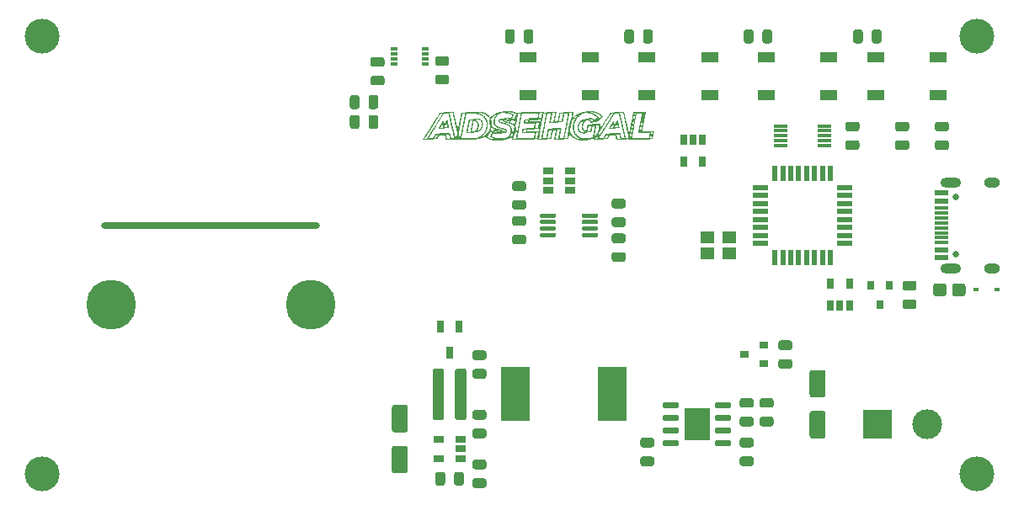
<source format=gbr>
%TF.GenerationSoftware,KiCad,Pcbnew,(5.99.0-2671-gfc0a358ba)*%
%TF.CreationDate,2020-08-28T01:53:28+05:30*%
%TF.ProjectId,Power_Supply,506f7765-725f-4537-9570-706c792e6b69,rev?*%
%TF.SameCoordinates,Original*%
%TF.FileFunction,Soldermask,Top*%
%TF.FilePolarity,Negative*%
%FSLAX46Y46*%
G04 Gerber Fmt 4.6, Leading zero omitted, Abs format (unit mm)*
G04 Created by KiCad (PCBNEW (5.99.0-2671-gfc0a358ba)) date 2020-08-28 01:53:28*
%MOMM*%
%LPD*%
G01*
G04 APERTURE LIST*
%ADD10C,3.500000*%
%ADD11R,3.000000X3.000000*%
%ADD12C,3.000000*%
%ADD13R,1.400000X1.150000*%
%ADD14R,1.600000X0.550000*%
%ADD15R,0.550000X1.600000*%
%ADD16R,0.900000X0.800000*%
%ADD17R,1.700000X1.000000*%
%ADD18R,0.600000X0.450000*%
%ADD19R,0.800000X0.300000*%
%ADD20O,22.010000X0.600000*%
%ADD21C,5.000000*%
%ADD22R,1.400000X0.300000*%
%ADD23C,0.650000*%
%ADD24R,1.450000X0.600000*%
%ADD25R,1.450000X0.300000*%
%ADD26O,1.600000X1.000000*%
%ADD27O,2.100000X1.000000*%
%ADD28R,2.900000X5.400000*%
%ADD29R,0.800000X0.900000*%
%ADD30R,1.060000X0.650000*%
%ADD31R,2.514000X3.200000*%
%ADD32R,0.650000X1.060000*%
%ADD33R,0.650000X1.220000*%
G04 APERTURE END LIST*
%TO.C,G\u002A\u002A\u002A*%
G36*
X66866606Y-23487494D02*
G01*
X66869995Y-23486698D01*
X66871864Y-23485724D01*
X66872719Y-23484551D01*
X66872825Y-23484252D01*
X66873617Y-23480674D01*
X66875534Y-23471492D01*
X66878505Y-23457059D01*
X66882458Y-23437730D01*
X66887321Y-23413857D01*
X66893024Y-23385795D01*
X66899493Y-23353897D01*
X66906658Y-23318516D01*
X66914446Y-23280006D01*
X66922786Y-23238721D01*
X66931607Y-23195014D01*
X66940836Y-23149238D01*
X66950402Y-23101748D01*
X66953553Y-23086100D01*
X66965136Y-23028686D01*
X66976040Y-22974907D01*
X66986221Y-22924969D01*
X66995637Y-22879080D01*
X67004242Y-22837447D01*
X67011995Y-22800277D01*
X67018850Y-22767777D01*
X67024766Y-22740155D01*
X67029697Y-22717617D01*
X67033602Y-22700372D01*
X67036436Y-22688626D01*
X67038155Y-22682586D01*
X67038397Y-22682009D01*
X67049124Y-22666554D01*
X67063435Y-22655683D01*
X67069770Y-22652669D01*
X67072813Y-22651667D01*
X67077087Y-22650816D01*
X67083062Y-22650102D01*
X67091209Y-22649515D01*
X67102000Y-22649043D01*
X67115905Y-22648673D01*
X67133395Y-22648396D01*
X67154941Y-22648198D01*
X67181014Y-22648068D01*
X67212086Y-22647995D01*
X67248626Y-22647967D01*
X67260323Y-22647966D01*
X67439621Y-22647966D01*
X67441145Y-22641130D01*
X67442563Y-22634767D01*
X67444813Y-22624663D01*
X67447404Y-22613026D01*
X67453471Y-22593206D01*
X67462091Y-22578178D01*
X67473954Y-22566950D01*
X67483213Y-22561476D01*
X67498657Y-22553780D01*
X68416775Y-22553780D01*
X68430155Y-22560616D01*
X68446085Y-22572048D01*
X68457917Y-22587555D01*
X68463996Y-22602698D01*
X68464591Y-22605370D01*
X68464963Y-22608468D01*
X68465043Y-22612377D01*
X68464763Y-22617484D01*
X68464056Y-22624174D01*
X68462855Y-22632833D01*
X68461089Y-22643846D01*
X68458693Y-22657600D01*
X68455598Y-22674480D01*
X68451736Y-22694871D01*
X68447040Y-22719161D01*
X68441440Y-22747733D01*
X68434871Y-22780975D01*
X68427262Y-22819272D01*
X68418547Y-22863009D01*
X68415321Y-22879182D01*
X68407501Y-22918362D01*
X68399996Y-22955935D01*
X68392894Y-22991458D01*
X68386283Y-23024491D01*
X68380252Y-23054593D01*
X68374890Y-23081324D01*
X68370284Y-23104243D01*
X68366524Y-23122908D01*
X68363697Y-23136881D01*
X68361892Y-23145719D01*
X68361221Y-23148891D01*
X68362308Y-23149916D01*
X68367109Y-23146326D01*
X68375511Y-23138222D01*
X68387400Y-23125709D01*
X68389838Y-23123066D01*
X68403795Y-23108177D01*
X68419445Y-23091972D01*
X68434883Y-23076394D01*
X68448209Y-23063387D01*
X68448357Y-23063247D01*
X68522089Y-22997315D01*
X68599688Y-22935998D01*
X68680977Y-22879380D01*
X68765775Y-22827544D01*
X68853904Y-22780573D01*
X68945184Y-22738550D01*
X69039436Y-22701557D01*
X69136481Y-22669679D01*
X69236140Y-22642998D01*
X69335637Y-22622141D01*
X70142285Y-22622141D01*
X70177225Y-22629184D01*
X70194436Y-22632858D01*
X70214846Y-22637527D01*
X70235797Y-22642569D01*
X70253182Y-22646980D01*
X70342899Y-22673144D01*
X70428268Y-22703496D01*
X70509423Y-22738121D01*
X70586498Y-22777104D01*
X70659627Y-22820531D01*
X70728945Y-22868486D01*
X70794586Y-22921055D01*
X70856685Y-22978324D01*
X70915376Y-23040378D01*
X70963605Y-23098114D01*
X70973946Y-23111558D01*
X70983218Y-23124243D01*
X70990594Y-23134991D01*
X70995245Y-23142625D01*
X70996080Y-23144350D01*
X71000124Y-23161471D01*
X70999052Y-23179507D01*
X70993240Y-23196775D01*
X70983066Y-23211594D01*
X70980438Y-23214212D01*
X70976490Y-23217517D01*
X70968188Y-23224182D01*
X70955986Y-23233853D01*
X70940338Y-23246172D01*
X70921698Y-23260784D01*
X70900519Y-23277333D01*
X70877255Y-23295464D01*
X70852360Y-23314820D01*
X70829834Y-23332297D01*
X70687934Y-23442289D01*
X70705265Y-23461016D01*
X70713421Y-23469620D01*
X70720053Y-23476233D01*
X70724072Y-23479780D01*
X70724652Y-23480098D01*
X70727279Y-23478323D01*
X70734397Y-23473059D01*
X70745698Y-23464543D01*
X70760873Y-23453012D01*
X70779613Y-23438704D01*
X70801610Y-23421854D01*
X70826554Y-23402700D01*
X70854137Y-23381478D01*
X70884050Y-23358427D01*
X70915984Y-23333782D01*
X70949631Y-23307780D01*
X70984680Y-23280659D01*
X70992020Y-23274975D01*
X71027383Y-23247582D01*
X71061433Y-23221195D01*
X71093860Y-23196056D01*
X71124350Y-23172408D01*
X71152591Y-23150493D01*
X71178272Y-23130554D01*
X71201080Y-23112833D01*
X71220703Y-23097573D01*
X71236829Y-23085016D01*
X71249144Y-23075405D01*
X71257338Y-23068982D01*
X71261098Y-23065990D01*
X71261285Y-23065830D01*
X71261122Y-23062005D01*
X71256869Y-23054614D01*
X71248971Y-23044132D01*
X71237878Y-23031035D01*
X71224036Y-23015797D01*
X71207893Y-22998893D01*
X71189897Y-22980799D01*
X71170495Y-22961989D01*
X71150134Y-22942938D01*
X71129263Y-22924121D01*
X71120610Y-22916539D01*
X71067999Y-22874398D01*
X71010286Y-22834790D01*
X70947998Y-22797958D01*
X70881665Y-22764149D01*
X70811812Y-22733608D01*
X70738969Y-22706580D01*
X70663663Y-22683309D01*
X70586422Y-22664042D01*
X70569163Y-22660352D01*
X70523061Y-22651564D01*
X70474103Y-22643637D01*
X70423494Y-22636693D01*
X70372440Y-22630854D01*
X70322144Y-22626241D01*
X70273814Y-22622976D01*
X70228653Y-22621180D01*
X70187866Y-22620974D01*
X70180263Y-22621137D01*
X70142285Y-22622141D01*
X69335637Y-22622141D01*
X69338233Y-22621597D01*
X69432847Y-22606814D01*
X69478226Y-22598202D01*
X69511842Y-22588672D01*
X69610663Y-22560031D01*
X69712528Y-22536432D01*
X69817037Y-22517914D01*
X69923787Y-22504514D01*
X70032378Y-22496271D01*
X70142407Y-22493223D01*
X70253472Y-22495407D01*
X70365172Y-22502863D01*
X70391131Y-22505349D01*
X70492260Y-22518078D01*
X70589395Y-22535379D01*
X70682557Y-22557263D01*
X70771766Y-22583740D01*
X70857043Y-22614821D01*
X70938408Y-22650515D01*
X71015881Y-22690832D01*
X71089482Y-22735783D01*
X71159231Y-22785379D01*
X71225149Y-22839628D01*
X71287255Y-22898541D01*
X71345571Y-22962129D01*
X71377586Y-23001056D01*
X71387952Y-23014498D01*
X71397421Y-23027374D01*
X71405087Y-23038411D01*
X71410045Y-23046336D01*
X71410765Y-23047699D01*
X71416215Y-23065282D01*
X71416073Y-23083377D01*
X71410569Y-23100763D01*
X71399933Y-23116217D01*
X71397337Y-23118849D01*
X71392529Y-23123009D01*
X71383348Y-23130514D01*
X71370141Y-23141096D01*
X71353250Y-23154490D01*
X71333022Y-23170429D01*
X71309800Y-23188646D01*
X71283930Y-23208876D01*
X71255757Y-23230852D01*
X71225624Y-23254308D01*
X71193877Y-23278977D01*
X71160860Y-23304593D01*
X71126919Y-23330890D01*
X71092398Y-23357602D01*
X71057642Y-23384461D01*
X71022995Y-23411203D01*
X70988803Y-23437559D01*
X70955410Y-23463265D01*
X70923160Y-23488054D01*
X70892399Y-23511659D01*
X70863472Y-23533815D01*
X70836722Y-23554254D01*
X70812496Y-23572710D01*
X70791136Y-23588918D01*
X70772990Y-23602611D01*
X70758400Y-23613522D01*
X70747712Y-23621385D01*
X70741271Y-23625934D01*
X70739612Y-23626952D01*
X70724393Y-23631560D01*
X70712267Y-23631704D01*
X70700807Y-23629915D01*
X70690711Y-23626492D01*
X70680988Y-23620739D01*
X70670643Y-23611955D01*
X70658684Y-23599443D01*
X70646714Y-23585600D01*
X70634917Y-23571847D01*
X70622875Y-23558253D01*
X70611881Y-23546249D01*
X70603229Y-23537269D01*
X70602086Y-23536148D01*
X70585873Y-23520442D01*
X70462823Y-23616042D01*
X70438617Y-23634818D01*
X70415575Y-23652633D01*
X70394199Y-23669105D01*
X70374987Y-23683849D01*
X70358441Y-23696484D01*
X70345062Y-23706625D01*
X70335351Y-23713890D01*
X70329807Y-23717896D01*
X70329139Y-23718339D01*
X70317565Y-23722912D01*
X70302861Y-23725019D01*
X70287470Y-23724606D01*
X70273839Y-23721619D01*
X70269335Y-23719643D01*
X70264188Y-23715660D01*
X70256015Y-23707892D01*
X70245682Y-23697223D01*
X70234052Y-23684539D01*
X70224793Y-23674000D01*
X70187378Y-23632716D01*
X70150717Y-23596720D01*
X70114071Y-23565409D01*
X70076702Y-23538180D01*
X70037872Y-23514430D01*
X70014147Y-23501889D01*
X69970703Y-23482778D01*
X69923039Y-23466613D01*
X69872417Y-23453714D01*
X69820099Y-23444404D01*
X69768139Y-23439058D01*
X69736393Y-23437005D01*
X69706494Y-23457231D01*
X69659225Y-23492850D01*
X69615676Y-23533145D01*
X69575993Y-23577880D01*
X69540318Y-23626819D01*
X69508797Y-23679725D01*
X69481574Y-23736362D01*
X69458793Y-23796494D01*
X69440599Y-23859883D01*
X69429876Y-23910370D01*
X69424721Y-23941195D01*
X69420951Y-23969927D01*
X69418412Y-23998447D01*
X69416950Y-24028632D01*
X69416410Y-24062360D01*
X69416408Y-24074437D01*
X69416781Y-24105352D01*
X69417808Y-24131563D01*
X69419649Y-24154425D01*
X69422463Y-24175292D01*
X69426413Y-24195517D01*
X69431659Y-24216453D01*
X69434412Y-24226218D01*
X69451039Y-24272943D01*
X69472861Y-24316697D01*
X69499615Y-24357182D01*
X69531037Y-24394098D01*
X69566866Y-24427148D01*
X69606839Y-24456031D01*
X69650692Y-24480449D01*
X69663113Y-24486216D01*
X69677401Y-24492306D01*
X69692470Y-24498265D01*
X69707216Y-24503713D01*
X69720540Y-24508271D01*
X69731341Y-24511557D01*
X69738516Y-24513192D01*
X69740910Y-24513054D01*
X69741633Y-24509967D01*
X69743443Y-24501398D01*
X69746242Y-24487827D01*
X69749934Y-24469733D01*
X69754421Y-24447595D01*
X69759606Y-24421892D01*
X69765394Y-24393103D01*
X69771686Y-24361707D01*
X69778386Y-24328184D01*
X69783545Y-24302308D01*
X69794360Y-24248038D01*
X69804062Y-24199407D01*
X69812723Y-24156091D01*
X69820415Y-24117770D01*
X69827207Y-24084121D01*
X69833170Y-24054822D01*
X69838376Y-24029552D01*
X69842896Y-24007987D01*
X69846799Y-23989807D01*
X69850158Y-23974689D01*
X69853043Y-23962311D01*
X69855524Y-23952351D01*
X69857673Y-23944487D01*
X69859560Y-23938397D01*
X69861257Y-23933759D01*
X69862834Y-23930250D01*
X69864362Y-23927550D01*
X69865912Y-23925336D01*
X69866723Y-23924303D01*
X69875244Y-23915623D01*
X69885241Y-23907917D01*
X69887358Y-23906623D01*
X69899222Y-23899836D01*
X70080555Y-23899786D01*
X70118348Y-23899768D01*
X70150519Y-23899724D01*
X70177524Y-23899643D01*
X70199817Y-23899512D01*
X70217852Y-23899315D01*
X70232086Y-23899041D01*
X70242972Y-23898676D01*
X70250967Y-23898207D01*
X70256523Y-23897620D01*
X70260097Y-23896901D01*
X70262144Y-23896038D01*
X70263117Y-23895017D01*
X70263351Y-23894419D01*
X70264666Y-23888992D01*
X70266806Y-23879507D01*
X70269346Y-23867851D01*
X70269785Y-23865801D01*
X70276140Y-23844597D01*
X70285262Y-23828413D01*
X70297527Y-23816680D01*
X70305519Y-23812030D01*
X70318904Y-23805550D01*
X70721276Y-23805617D01*
X70778959Y-23805629D01*
X70830878Y-23805649D01*
X70877349Y-23805680D01*
X70918684Y-23805727D01*
X70955197Y-23805795D01*
X70987202Y-23805887D01*
X71015013Y-23806008D01*
X71038942Y-23806162D01*
X71059305Y-23806354D01*
X71076415Y-23806587D01*
X71090585Y-23806866D01*
X71102129Y-23807196D01*
X71111360Y-23807580D01*
X71118593Y-23808023D01*
X71124142Y-23808529D01*
X71128319Y-23809103D01*
X71131438Y-23809749D01*
X71133814Y-23810471D01*
X71135759Y-23811273D01*
X71135801Y-23811292D01*
X71151485Y-23821683D01*
X71162865Y-23835973D01*
X71169378Y-23853272D01*
X71170742Y-23866541D01*
X71170170Y-23870894D01*
X71168530Y-23880637D01*
X71165931Y-23895199D01*
X71162483Y-23914009D01*
X71158298Y-23936498D01*
X71153484Y-23962093D01*
X71148154Y-23990224D01*
X71142416Y-24020320D01*
X71136381Y-24051810D01*
X71130160Y-24084124D01*
X71123863Y-24116691D01*
X71117600Y-24148939D01*
X71111482Y-24180298D01*
X71105619Y-24210197D01*
X71100121Y-24238066D01*
X71095098Y-24263333D01*
X71090662Y-24285428D01*
X71086922Y-24303779D01*
X71083988Y-24317816D01*
X71081971Y-24326968D01*
X71081084Y-24330412D01*
X71080589Y-24333888D01*
X71080946Y-24334210D01*
X71082650Y-24331679D01*
X71087494Y-24324213D01*
X71095358Y-24312002D01*
X71106120Y-24295238D01*
X71119658Y-24274111D01*
X71135850Y-24248812D01*
X71154575Y-24219532D01*
X71175710Y-24186463D01*
X71199134Y-24149793D01*
X71224725Y-24109715D01*
X71252361Y-24066420D01*
X71281920Y-24020098D01*
X71313281Y-23970939D01*
X71346321Y-23919136D01*
X71380920Y-23864878D01*
X71416954Y-23808356D01*
X71454303Y-23749762D01*
X71492844Y-23689285D01*
X71532456Y-23627118D01*
X71573017Y-23563451D01*
X71609917Y-23505520D01*
X71651294Y-23440568D01*
X71691868Y-23376897D01*
X71731517Y-23314701D01*
X71770117Y-23254174D01*
X71807543Y-23195508D01*
X71843672Y-23138898D01*
X71878379Y-23084538D01*
X71911542Y-23032620D01*
X71943036Y-22983338D01*
X71972738Y-22936886D01*
X72000523Y-22893458D01*
X72026268Y-22853246D01*
X72049849Y-22816445D01*
X72071142Y-22783248D01*
X72090023Y-22753849D01*
X72106369Y-22728441D01*
X72120055Y-22707218D01*
X72130958Y-22690373D01*
X72133921Y-22685824D01*
X73126628Y-22685824D01*
X73126970Y-22686704D01*
X73127858Y-22689996D01*
X73130100Y-22699006D01*
X73133651Y-22713543D01*
X73138464Y-22733413D01*
X73144493Y-22758421D01*
X73151692Y-22788376D01*
X73160014Y-22823082D01*
X73169415Y-22862348D01*
X73179847Y-22905979D01*
X73191264Y-22953781D01*
X73203621Y-23005562D01*
X73216871Y-23061128D01*
X73230968Y-23120286D01*
X73245866Y-23182841D01*
X73261520Y-23248602D01*
X73277881Y-23317373D01*
X73294906Y-23388962D01*
X73312547Y-23463176D01*
X73330759Y-23539820D01*
X73349495Y-23618701D01*
X73368709Y-23699627D01*
X73388355Y-23782403D01*
X73408387Y-23866836D01*
X73426639Y-23943792D01*
X73446969Y-24029514D01*
X73466948Y-24113741D01*
X73486531Y-24196278D01*
X73505670Y-24276933D01*
X73524321Y-24355513D01*
X73542438Y-24431825D01*
X73559975Y-24505676D01*
X73576885Y-24576874D01*
X73593124Y-24645225D01*
X73608645Y-24710538D01*
X73623402Y-24772619D01*
X73637349Y-24831274D01*
X73650442Y-24886313D01*
X73662633Y-24937541D01*
X73673877Y-24984765D01*
X73684128Y-25027794D01*
X73693340Y-25066434D01*
X73701468Y-25100492D01*
X73708465Y-25129776D01*
X73714286Y-25154092D01*
X73718884Y-25173248D01*
X73722215Y-25187052D01*
X73724231Y-25195309D01*
X73724885Y-25197841D01*
X73728141Y-25198362D01*
X73736787Y-25198841D01*
X73750137Y-25199264D01*
X73767507Y-25199618D01*
X73788209Y-25199887D01*
X73811557Y-25200059D01*
X73836794Y-25200119D01*
X73947296Y-25200119D01*
X73950565Y-25184168D01*
X73952034Y-25176931D01*
X73954498Y-25164708D01*
X73957763Y-25148470D01*
X73961633Y-25129190D01*
X73965913Y-25107839D01*
X73970204Y-25086406D01*
X73986574Y-25004594D01*
X73985989Y-25002124D01*
X74117068Y-25002124D01*
X74147092Y-25129959D01*
X74154337Y-25160772D01*
X74160348Y-25186188D01*
X74165280Y-25206726D01*
X74169285Y-25222906D01*
X74172517Y-25235247D01*
X74175127Y-25244268D01*
X74177269Y-25250490D01*
X74179096Y-25254431D01*
X74180760Y-25256611D01*
X74182415Y-25257548D01*
X74184213Y-25257764D01*
X74184713Y-25257766D01*
X74192309Y-25257737D01*
X74204269Y-25197841D01*
X74335585Y-25197841D01*
X74338726Y-25198081D01*
X74347645Y-25198308D01*
X74362047Y-25198520D01*
X74381633Y-25198719D01*
X74406107Y-25198905D01*
X74435170Y-25199077D01*
X74468525Y-25199236D01*
X74505875Y-25199381D01*
X74546923Y-25199513D01*
X74591371Y-25199632D01*
X74638922Y-25199738D01*
X74689278Y-25199831D01*
X74742143Y-25199911D01*
X74797218Y-25199978D01*
X74854206Y-25200032D01*
X74912811Y-25200074D01*
X74972734Y-25200104D01*
X75033679Y-25200121D01*
X75095347Y-25200126D01*
X75157442Y-25200118D01*
X75219666Y-25200098D01*
X75281722Y-25200067D01*
X75343312Y-25200023D01*
X75404139Y-25199967D01*
X75463906Y-25199900D01*
X75522316Y-25199821D01*
X75579070Y-25199730D01*
X75633872Y-25199628D01*
X75686424Y-25199514D01*
X75736428Y-25199389D01*
X75783589Y-25199253D01*
X75827607Y-25199106D01*
X75868186Y-25198947D01*
X75905029Y-25198778D01*
X75937837Y-25198598D01*
X75966314Y-25198407D01*
X75990163Y-25198205D01*
X76009085Y-25197992D01*
X76022784Y-25197769D01*
X76030962Y-25197536D01*
X76033354Y-25197325D01*
X76033601Y-25196303D01*
X76165670Y-25196303D01*
X76167066Y-25197656D01*
X76171660Y-25198672D01*
X76180057Y-25199388D01*
X76192864Y-25199843D01*
X76210686Y-25200072D01*
X76227625Y-25200119D01*
X76289580Y-25200119D01*
X76291496Y-25192486D01*
X76292580Y-25187588D01*
X76294721Y-25177379D01*
X76297818Y-25162368D01*
X76301768Y-25143067D01*
X76306468Y-25119985D01*
X76311817Y-25093631D01*
X76317712Y-25064515D01*
X76324050Y-25033149D01*
X76330728Y-25000041D01*
X76337646Y-24965701D01*
X76344699Y-24930640D01*
X76351785Y-24895368D01*
X76358803Y-24860394D01*
X76365649Y-24826228D01*
X76372222Y-24793380D01*
X76378418Y-24762361D01*
X76384136Y-24733679D01*
X76389272Y-24707846D01*
X76393725Y-24685371D01*
X76397391Y-24666764D01*
X76400169Y-24652536D01*
X76401956Y-24643195D01*
X76402650Y-24639251D01*
X76402655Y-24639177D01*
X76401655Y-24637733D01*
X76398194Y-24636650D01*
X76391581Y-24635882D01*
X76381126Y-24635382D01*
X76366139Y-24635105D01*
X76345928Y-24635003D01*
X76340371Y-24635000D01*
X76321660Y-24635055D01*
X76305199Y-24635209D01*
X76291884Y-24635444D01*
X76282615Y-24635744D01*
X76278290Y-24636091D01*
X76278086Y-24636187D01*
X76277496Y-24639270D01*
X76275783Y-24647894D01*
X76273031Y-24661642D01*
X76269322Y-24680100D01*
X76264741Y-24702852D01*
X76259371Y-24729484D01*
X76253297Y-24759579D01*
X76246602Y-24792722D01*
X76239369Y-24828499D01*
X76231683Y-24866493D01*
X76223628Y-24906290D01*
X76221878Y-24914931D01*
X76213746Y-24955125D01*
X76205968Y-24993653D01*
X76198626Y-25030095D01*
X76191804Y-25064030D01*
X76185588Y-25095039D01*
X76180061Y-25122699D01*
X76175306Y-25146591D01*
X76171408Y-25166295D01*
X76168450Y-25181390D01*
X76166518Y-25191455D01*
X76165694Y-25196071D01*
X76165670Y-25196303D01*
X76033601Y-25196303D01*
X76034127Y-25194128D01*
X76035995Y-25185509D01*
X76038847Y-25172003D01*
X76042575Y-25154143D01*
X76047069Y-25132465D01*
X76052222Y-25107503D01*
X76057924Y-25079791D01*
X76064066Y-25049864D01*
X76070539Y-25018257D01*
X76077234Y-24985503D01*
X76084043Y-24952137D01*
X76090856Y-24918693D01*
X76097564Y-24885707D01*
X76104058Y-24853712D01*
X76110230Y-24823243D01*
X76115971Y-24794835D01*
X76121171Y-24769021D01*
X76125722Y-24746336D01*
X76129515Y-24727315D01*
X76132440Y-24712493D01*
X76134389Y-24702402D01*
X76135253Y-24697579D01*
X76135287Y-24697267D01*
X76132298Y-24697118D01*
X76123531Y-24696965D01*
X76109284Y-24696809D01*
X76089854Y-24696651D01*
X76065540Y-24696493D01*
X76036639Y-24696335D01*
X76003450Y-24696178D01*
X75966271Y-24696025D01*
X75925400Y-24695876D01*
X75881135Y-24695731D01*
X75833774Y-24695593D01*
X75783615Y-24695463D01*
X75730956Y-24695342D01*
X75676096Y-24695230D01*
X75619331Y-24695129D01*
X75569408Y-24695053D01*
X75003529Y-24694246D01*
X74989029Y-24685723D01*
X74973498Y-24673467D01*
X74962952Y-24658108D01*
X74957762Y-24640198D01*
X74957654Y-24639277D01*
X74957695Y-24636803D01*
X74958174Y-24632278D01*
X74959123Y-24625530D01*
X74960577Y-24616390D01*
X74962568Y-24604684D01*
X74965130Y-24590243D01*
X74968297Y-24572893D01*
X74969912Y-24564214D01*
X75099234Y-24564214D01*
X75100282Y-24565605D01*
X75103877Y-24566614D01*
X75110699Y-24567274D01*
X75121427Y-24567621D01*
X75136739Y-24567691D01*
X75157313Y-24567518D01*
X75161957Y-24567460D01*
X75224680Y-24566638D01*
X75243984Y-24467894D01*
X75246221Y-24456514D01*
X75249591Y-24439450D01*
X75254040Y-24416978D01*
X75259514Y-24389374D01*
X75265956Y-24356913D01*
X75273314Y-24319871D01*
X75281530Y-24278523D01*
X75290552Y-24233146D01*
X75300324Y-24184014D01*
X75310791Y-24131403D01*
X75321898Y-24075589D01*
X75333590Y-24016848D01*
X75345813Y-23955455D01*
X75358512Y-23891685D01*
X75371632Y-23825815D01*
X75385119Y-23758119D01*
X75398916Y-23688874D01*
X75412970Y-23618355D01*
X75427226Y-23546838D01*
X75431374Y-23526028D01*
X75599460Y-22682906D01*
X75537277Y-22682084D01*
X75518512Y-22681879D01*
X75501928Y-22681781D01*
X75488443Y-22681787D01*
X75478972Y-22681898D01*
X75474432Y-22682111D01*
X75474176Y-22682179D01*
X75473506Y-22685201D01*
X75471706Y-22693908D01*
X75468831Y-22708028D01*
X75464936Y-22727285D01*
X75460076Y-22751405D01*
X75454304Y-22780115D01*
X75447676Y-22813140D01*
X75440246Y-22850206D01*
X75432068Y-22891040D01*
X75423198Y-22935366D01*
X75413690Y-22982911D01*
X75403599Y-23033401D01*
X75392979Y-23086561D01*
X75381884Y-23142117D01*
X75370370Y-23199796D01*
X75358491Y-23259323D01*
X75346302Y-23320424D01*
X75333857Y-23382825D01*
X75321210Y-23446252D01*
X75308417Y-23510430D01*
X75295533Y-23575086D01*
X75282611Y-23639946D01*
X75269706Y-23704734D01*
X75256873Y-23769178D01*
X75244167Y-23833002D01*
X75231642Y-23895934D01*
X75219352Y-23957698D01*
X75207353Y-24018021D01*
X75195699Y-24076628D01*
X75184445Y-24133245D01*
X75173645Y-24187599D01*
X75163353Y-24239415D01*
X75153625Y-24288419D01*
X75144515Y-24334337D01*
X75136078Y-24376895D01*
X75128368Y-24415818D01*
X75121440Y-24450832D01*
X75115348Y-24481664D01*
X75110147Y-24508039D01*
X75105893Y-24529683D01*
X75102638Y-24546322D01*
X75100439Y-24557682D01*
X75099348Y-24563489D01*
X75099234Y-24564214D01*
X74969912Y-24564214D01*
X74972100Y-24552466D01*
X74976575Y-24528788D01*
X74981753Y-24501688D01*
X74987669Y-24470996D01*
X74994356Y-24436540D01*
X75001847Y-24398148D01*
X75010175Y-24355649D01*
X75019374Y-24308873D01*
X75029477Y-24257647D01*
X75040517Y-24201800D01*
X75052528Y-24141161D01*
X75065543Y-24075559D01*
X75079596Y-24004822D01*
X75094719Y-23928779D01*
X75110946Y-23847258D01*
X75128311Y-23760089D01*
X75143075Y-23686015D01*
X75157910Y-23611593D01*
X75172436Y-23538704D01*
X75186608Y-23467574D01*
X75200381Y-23398428D01*
X75213711Y-23331492D01*
X75226552Y-23266992D01*
X75238860Y-23205154D01*
X75250590Y-23146203D01*
X75261697Y-23090365D01*
X75272136Y-23037865D01*
X75281862Y-22988930D01*
X75290831Y-22943784D01*
X75298997Y-22902655D01*
X75306315Y-22865766D01*
X75312742Y-22833344D01*
X75318231Y-22805615D01*
X75322739Y-22782804D01*
X75326220Y-22765136D01*
X75328629Y-22752839D01*
X75329922Y-22746136D01*
X75330144Y-22744891D01*
X75327158Y-22744422D01*
X75318409Y-22744005D01*
X75304210Y-22743645D01*
X75284875Y-22743342D01*
X75260717Y-22743101D01*
X75232048Y-22742922D01*
X75199184Y-22742810D01*
X75162436Y-22742765D01*
X75122119Y-22742792D01*
X75078545Y-22742891D01*
X75077358Y-22742895D01*
X74824572Y-22743672D01*
X74579378Y-23969617D01*
X74562353Y-24054766D01*
X74545638Y-24138405D01*
X74529273Y-24220335D01*
X74513297Y-24300361D01*
X74497749Y-24378286D01*
X74482669Y-24453911D01*
X74468095Y-24527040D01*
X74454067Y-24597476D01*
X74440624Y-24665021D01*
X74427804Y-24729480D01*
X74415647Y-24790653D01*
X74404193Y-24848345D01*
X74393480Y-24902359D01*
X74383546Y-24952497D01*
X74374433Y-24998561D01*
X74366178Y-25040356D01*
X74358820Y-25077684D01*
X74352400Y-25110348D01*
X74346955Y-25138150D01*
X74342526Y-25160894D01*
X74339150Y-25178382D01*
X74336868Y-25190418D01*
X74335719Y-25196805D01*
X74335585Y-25197841D01*
X74204269Y-25197841D01*
X74442707Y-24003743D01*
X74459910Y-23917596D01*
X74476816Y-23832952D01*
X74493386Y-23750005D01*
X74509580Y-23668950D01*
X74525359Y-23589984D01*
X74540685Y-23513301D01*
X74555519Y-23439096D01*
X74569820Y-23367565D01*
X74583551Y-23298903D01*
X74596672Y-23233305D01*
X74609144Y-23170967D01*
X74620928Y-23112083D01*
X74631985Y-23056848D01*
X74642276Y-23005459D01*
X74651762Y-22958110D01*
X74660403Y-22914997D01*
X74668161Y-22876314D01*
X74674996Y-22842257D01*
X74680870Y-22813021D01*
X74685743Y-22788802D01*
X74689576Y-22769794D01*
X74692331Y-22756194D01*
X74693968Y-22748195D01*
X74694449Y-22745951D01*
X74693625Y-22744630D01*
X74689693Y-22743633D01*
X74682052Y-22742924D01*
X74670102Y-22742465D01*
X74653241Y-22742221D01*
X74632419Y-22742153D01*
X74569045Y-22742153D01*
X74343056Y-23872138D01*
X74117068Y-25002124D01*
X73985989Y-25002124D01*
X73711176Y-23843004D01*
X73435777Y-22681415D01*
X73279959Y-22681401D01*
X73245191Y-22681407D01*
X73216022Y-22681442D01*
X73191974Y-22681524D01*
X73172570Y-22681668D01*
X73157331Y-22681892D01*
X73145780Y-22682211D01*
X73137440Y-22682643D01*
X73131832Y-22683203D01*
X73128480Y-22683909D01*
X73126904Y-22684777D01*
X73126628Y-22685824D01*
X72133921Y-22685824D01*
X72138954Y-22678101D01*
X72143919Y-22670593D01*
X72145675Y-22668091D01*
X72153816Y-22661024D01*
X72163789Y-22654709D01*
X72165777Y-22653726D01*
X72168716Y-22652508D01*
X72172178Y-22651478D01*
X72176668Y-22650621D01*
X72182693Y-22649921D01*
X72190758Y-22649361D01*
X72201371Y-22648926D01*
X72215037Y-22648599D01*
X72232263Y-22648364D01*
X72253554Y-22648207D01*
X72279416Y-22648109D01*
X72310357Y-22648057D01*
X72345815Y-22648033D01*
X72513700Y-22647966D01*
X72527757Y-22625939D01*
X72539585Y-22607527D01*
X72548821Y-22593523D01*
X72556055Y-22583158D01*
X72561875Y-22575661D01*
X72566872Y-22570265D01*
X72571633Y-22566199D01*
X72575650Y-22563399D01*
X72588098Y-22555299D01*
X73506654Y-22555299D01*
X73519828Y-22564548D01*
X73529076Y-22572538D01*
X73537131Y-22581971D01*
X73539579Y-22585816D01*
X73540939Y-22589991D01*
X73543673Y-22600042D01*
X73547772Y-22615926D01*
X73553226Y-22637603D01*
X73560024Y-22665031D01*
X73568157Y-22698169D01*
X73577614Y-22736975D01*
X73588387Y-22781408D01*
X73600463Y-22831427D01*
X73613835Y-22886990D01*
X73628492Y-22948056D01*
X73644423Y-23014583D01*
X73661620Y-23086530D01*
X73680071Y-23163856D01*
X73699767Y-23246519D01*
X73720699Y-23334478D01*
X73742855Y-23427692D01*
X73766227Y-23526118D01*
X73790804Y-23629716D01*
X73795739Y-23650530D01*
X73814362Y-23729070D01*
X73832628Y-23806092D01*
X73850488Y-23881384D01*
X73867891Y-23954736D01*
X73884789Y-24025940D01*
X73901129Y-24094784D01*
X73916864Y-24161059D01*
X73931942Y-24224555D01*
X73946315Y-24285061D01*
X73959931Y-24342369D01*
X73972742Y-24396267D01*
X73984697Y-24446546D01*
X73995746Y-24492995D01*
X74005839Y-24535406D01*
X74014927Y-24573567D01*
X74022960Y-24607270D01*
X74029887Y-24636303D01*
X74035658Y-24660457D01*
X74040225Y-24679522D01*
X74043536Y-24693288D01*
X74045542Y-24701545D01*
X74046193Y-24704095D01*
X74046847Y-24701218D01*
X74048648Y-24692598D01*
X74051552Y-24678448D01*
X74055516Y-24658986D01*
X74060496Y-24634425D01*
X74066450Y-24604980D01*
X74073334Y-24570868D01*
X74081105Y-24532303D01*
X74089720Y-24489501D01*
X74099136Y-24442676D01*
X74109309Y-24392044D01*
X74120196Y-24337819D01*
X74131754Y-24280218D01*
X74143939Y-24219455D01*
X74156710Y-24155745D01*
X74170021Y-24089304D01*
X74183830Y-24020347D01*
X74198094Y-23949089D01*
X74212770Y-23875745D01*
X74227814Y-23800530D01*
X74243183Y-23723659D01*
X74251250Y-23683302D01*
X74271253Y-23583250D01*
X74290102Y-23489040D01*
X74307823Y-23400552D01*
X74324440Y-23317668D01*
X74339976Y-23240267D01*
X74354456Y-23168231D01*
X74367905Y-23101440D01*
X74380346Y-23039775D01*
X74391805Y-22983116D01*
X74402305Y-22931344D01*
X74411871Y-22884339D01*
X74420527Y-22841982D01*
X74428297Y-22804154D01*
X74435207Y-22770736D01*
X74441279Y-22741607D01*
X74446539Y-22716649D01*
X74451010Y-22695742D01*
X74454718Y-22678767D01*
X74457686Y-22665604D01*
X74459939Y-22656134D01*
X74461501Y-22650238D01*
X74462280Y-22647994D01*
X74470200Y-22636388D01*
X74480688Y-22626263D01*
X74482128Y-22625207D01*
X74495131Y-22616064D01*
X74608207Y-22615201D01*
X74721283Y-22614337D01*
X74724867Y-22600940D01*
X74731718Y-22585637D01*
X74742929Y-22571758D01*
X74756808Y-22561278D01*
X74760440Y-22559446D01*
X74762288Y-22558700D01*
X74764582Y-22558024D01*
X74767617Y-22557415D01*
X74771684Y-22556869D01*
X74777077Y-22556382D01*
X74784088Y-22555951D01*
X74793011Y-22555572D01*
X74804137Y-22555243D01*
X74817760Y-22554959D01*
X74834172Y-22554718D01*
X74853666Y-22554515D01*
X74876535Y-22554347D01*
X74903072Y-22554210D01*
X74933569Y-22554102D01*
X74968319Y-22554019D01*
X75007615Y-22553956D01*
X75051750Y-22553912D01*
X75101016Y-22553881D01*
X75155707Y-22553861D01*
X75216114Y-22553849D01*
X75230738Y-22553846D01*
X75293296Y-22553832D01*
X75350069Y-22553816D01*
X75401346Y-22553808D01*
X75447418Y-22553819D01*
X75488576Y-22553859D01*
X75525110Y-22553939D01*
X75557311Y-22554069D01*
X75585468Y-22554259D01*
X75609873Y-22554520D01*
X75630817Y-22554863D01*
X75648589Y-22555297D01*
X75663480Y-22555834D01*
X75675781Y-22556483D01*
X75685782Y-22557255D01*
X75693773Y-22558160D01*
X75700047Y-22559209D01*
X75704891Y-22560413D01*
X75708599Y-22561782D01*
X75711459Y-22563325D01*
X75713762Y-22565054D01*
X75715799Y-22566979D01*
X75717861Y-22569111D01*
X75720186Y-22571411D01*
X75729601Y-22583062D01*
X75736638Y-22597166D01*
X75740086Y-22611139D01*
X75740244Y-22614140D01*
X75739662Y-22617901D01*
X75737935Y-22627393D01*
X75735108Y-22642388D01*
X75731225Y-22662657D01*
X75726332Y-22687973D01*
X75720474Y-22718107D01*
X75713695Y-22752832D01*
X75706041Y-22791918D01*
X75697557Y-22835139D01*
X75688286Y-22882267D01*
X75678275Y-22933072D01*
X75667569Y-22987327D01*
X75656211Y-23044803D01*
X75644248Y-23105274D01*
X75631723Y-23168510D01*
X75618683Y-23234284D01*
X75605171Y-23302367D01*
X75591233Y-23372531D01*
X75576914Y-23444549D01*
X75562259Y-23518192D01*
X75553457Y-23562389D01*
X75538635Y-23636808D01*
X75524122Y-23709697D01*
X75509962Y-23780831D01*
X75496201Y-23849984D01*
X75482884Y-23916931D01*
X75470055Y-23981444D01*
X75457758Y-24043298D01*
X75446040Y-24102268D01*
X75434944Y-24158127D01*
X75424516Y-24210649D01*
X75414801Y-24259609D01*
X75405843Y-24304779D01*
X75397687Y-24345936D01*
X75390377Y-24382851D01*
X75383960Y-24415301D01*
X75378479Y-24443058D01*
X75373980Y-24465896D01*
X75370507Y-24483590D01*
X75368106Y-24495914D01*
X75366820Y-24502642D01*
X75366603Y-24503900D01*
X75368157Y-24504353D01*
X75372941Y-24504769D01*
X75381135Y-24505149D01*
X75392923Y-24505496D01*
X75408485Y-24505809D01*
X75428003Y-24506090D01*
X75451659Y-24506340D01*
X75479635Y-24506560D01*
X75512112Y-24506752D01*
X75549272Y-24506917D01*
X75591297Y-24507054D01*
X75638369Y-24507167D01*
X75690668Y-24507256D01*
X75748377Y-24507321D01*
X75811678Y-24507365D01*
X75880752Y-24507388D01*
X75930301Y-24507392D01*
X75999870Y-24507387D01*
X76063624Y-24507379D01*
X76121822Y-24507374D01*
X76174725Y-24507380D01*
X76222595Y-24507405D01*
X76265690Y-24507458D01*
X76304273Y-24507544D01*
X76338603Y-24507673D01*
X76368941Y-24507852D01*
X76395548Y-24508089D01*
X76418684Y-24508391D01*
X76438610Y-24508767D01*
X76455586Y-24509223D01*
X76469874Y-24509767D01*
X76481733Y-24510408D01*
X76491424Y-24511153D01*
X76499209Y-24512010D01*
X76505346Y-24512986D01*
X76510098Y-24514090D01*
X76513724Y-24515328D01*
X76516485Y-24516709D01*
X76518642Y-24518241D01*
X76520455Y-24519930D01*
X76522185Y-24521785D01*
X76524092Y-24523814D01*
X76525329Y-24525023D01*
X76534503Y-24536316D01*
X76541513Y-24550012D01*
X76545141Y-24563548D01*
X76545388Y-24567233D01*
X76544800Y-24571791D01*
X76543076Y-24581815D01*
X76540306Y-24596853D01*
X76536582Y-24616456D01*
X76531997Y-24640171D01*
X76526640Y-24667549D01*
X76520605Y-24698137D01*
X76513982Y-24731486D01*
X76506864Y-24767144D01*
X76499341Y-24804660D01*
X76491505Y-24843584D01*
X76483449Y-24883465D01*
X76475263Y-24923851D01*
X76467039Y-24964292D01*
X76458869Y-25004337D01*
X76450845Y-25043535D01*
X76443057Y-25081435D01*
X76435598Y-25117587D01*
X76428559Y-25151538D01*
X76422032Y-25182839D01*
X76416108Y-25211038D01*
X76410879Y-25235685D01*
X76406436Y-25256328D01*
X76402872Y-25272517D01*
X76400277Y-25283801D01*
X76398744Y-25289728D01*
X76398481Y-25290443D01*
X76388904Y-25303458D01*
X76375608Y-25314553D01*
X76365534Y-25319970D01*
X76361633Y-25321254D01*
X76356296Y-25322290D01*
X76348894Y-25323102D01*
X76338801Y-25323716D01*
X76325388Y-25324156D01*
X76308029Y-25324447D01*
X76286097Y-25324615D01*
X76258964Y-25324683D01*
X76246677Y-25324689D01*
X76139115Y-25324689D01*
X76135377Y-25338038D01*
X76128233Y-25354042D01*
X76116998Y-25368116D01*
X76103246Y-25378378D01*
X76100562Y-25379703D01*
X76099307Y-25380209D01*
X76097715Y-25380684D01*
X76095597Y-25381129D01*
X76092761Y-25381544D01*
X76089018Y-25381931D01*
X76084178Y-25382291D01*
X76078051Y-25382625D01*
X76070446Y-25382933D01*
X76061174Y-25383217D01*
X76050044Y-25383478D01*
X76036867Y-25383717D01*
X76021451Y-25383934D01*
X76003608Y-25384132D01*
X75983147Y-25384310D01*
X75959878Y-25384470D01*
X75933611Y-25384613D01*
X75904156Y-25384740D01*
X75871322Y-25384851D01*
X75834920Y-25384949D01*
X75794760Y-25385033D01*
X75750651Y-25385105D01*
X75702403Y-25385167D01*
X75649827Y-25385218D01*
X75592732Y-25385260D01*
X75530928Y-25385294D01*
X75464225Y-25385321D01*
X75392433Y-25385342D01*
X75315362Y-25385358D01*
X75232821Y-25385370D01*
X75144622Y-25385379D01*
X75050573Y-25385386D01*
X75031535Y-25385387D01*
X74935669Y-25385392D01*
X74845694Y-25385391D01*
X74761423Y-25385385D01*
X74682671Y-25385372D01*
X74609251Y-25385353D01*
X74540978Y-25385325D01*
X74477665Y-25385289D01*
X74419128Y-25385243D01*
X74365178Y-25385186D01*
X74315632Y-25385119D01*
X74270301Y-25385039D01*
X74229002Y-25384947D01*
X74191547Y-25384841D01*
X74157751Y-25384720D01*
X74127427Y-25384585D01*
X74100390Y-25384433D01*
X74076454Y-25384264D01*
X74055432Y-25384078D01*
X74037139Y-25383873D01*
X74021389Y-25383649D01*
X74007995Y-25383405D01*
X73996772Y-25383140D01*
X73987534Y-25382854D01*
X73980094Y-25382545D01*
X73974267Y-25382212D01*
X73969867Y-25381856D01*
X73966707Y-25381474D01*
X73964602Y-25381067D01*
X73963622Y-25380752D01*
X73947220Y-25370773D01*
X73934968Y-25356565D01*
X73927396Y-25338778D01*
X73926587Y-25335323D01*
X73924693Y-25326208D01*
X73838642Y-25325400D01*
X73813127Y-25325200D01*
X73793090Y-25325150D01*
X73777935Y-25325273D01*
X73767065Y-25325595D01*
X73759884Y-25326139D01*
X73755794Y-25326929D01*
X73754200Y-25327989D01*
X73754209Y-25328810D01*
X73757217Y-25341420D01*
X73758225Y-25356346D01*
X73757060Y-25370105D01*
X73756416Y-25372930D01*
X73752156Y-25383091D01*
X73745445Y-25393736D01*
X73742287Y-25397602D01*
X73739882Y-25400438D01*
X73737840Y-25403014D01*
X73735875Y-25405342D01*
X73733697Y-25407434D01*
X73731019Y-25409302D01*
X73727552Y-25410958D01*
X73723008Y-25412414D01*
X73717099Y-25413682D01*
X73709537Y-25414773D01*
X73700034Y-25415700D01*
X73688302Y-25416474D01*
X73674052Y-25417109D01*
X73656997Y-25417614D01*
X73636848Y-25418004D01*
X73613317Y-25418288D01*
X73586116Y-25418480D01*
X73554957Y-25418592D01*
X73519551Y-25418634D01*
X73479611Y-25418620D01*
X73434849Y-25418562D01*
X73384975Y-25418470D01*
X73329703Y-25418358D01*
X73268744Y-25418236D01*
X73245885Y-25418194D01*
X72785586Y-25417356D01*
X72772712Y-25408622D01*
X72768323Y-25405532D01*
X72764420Y-25402312D01*
X72760887Y-25398533D01*
X72757605Y-25393765D01*
X72754459Y-25387578D01*
X72751330Y-25379542D01*
X72748102Y-25369229D01*
X72744659Y-25356208D01*
X72740882Y-25340050D01*
X72736654Y-25320325D01*
X72731860Y-25296603D01*
X72726381Y-25268456D01*
X72720101Y-25235452D01*
X72712903Y-25197163D01*
X72708054Y-25171256D01*
X72701695Y-25137284D01*
X72695635Y-25104956D01*
X72689972Y-25074786D01*
X72684801Y-25047290D01*
X72680221Y-25022982D01*
X72676328Y-25002377D01*
X72673219Y-24985990D01*
X72670991Y-24974334D01*
X72669742Y-24967925D01*
X72669534Y-24966931D01*
X72667954Y-24960095D01*
X72110627Y-24960095D01*
X72015349Y-25126441D01*
X71998518Y-25155788D01*
X71982459Y-25183716D01*
X71967446Y-25209753D01*
X71953753Y-25233428D01*
X71941653Y-25254269D01*
X71931421Y-25271804D01*
X71923331Y-25285562D01*
X71917656Y-25295070D01*
X71914670Y-25299858D01*
X71914440Y-25300182D01*
X71908281Y-25306664D01*
X71899915Y-25313654D01*
X71897532Y-25315373D01*
X71886256Y-25323169D01*
X71711959Y-25324689D01*
X71537661Y-25326208D01*
X71518946Y-25358712D01*
X71508578Y-25376258D01*
X71500120Y-25389277D01*
X71492794Y-25398694D01*
X71485821Y-25405432D01*
X71478422Y-25410415D01*
X71473050Y-25413133D01*
X71471272Y-25413869D01*
X71469089Y-25414538D01*
X71466217Y-25415143D01*
X71462370Y-25415687D01*
X71457264Y-25416174D01*
X71450616Y-25416607D01*
X71442139Y-25416989D01*
X71431549Y-25417323D01*
X71418562Y-25417613D01*
X71402894Y-25417861D01*
X71384259Y-25418072D01*
X71362373Y-25418248D01*
X71336951Y-25418392D01*
X71307709Y-25418509D01*
X71274362Y-25418600D01*
X71236626Y-25418670D01*
X71194216Y-25418722D01*
X71146847Y-25418758D01*
X71094235Y-25418783D01*
X71036095Y-25418799D01*
X70976954Y-25418809D01*
X70912890Y-25418813D01*
X70854625Y-25418805D01*
X70801881Y-25418783D01*
X70754380Y-25418743D01*
X70711844Y-25418684D01*
X70673996Y-25418602D01*
X70640558Y-25418496D01*
X70611252Y-25418362D01*
X70585800Y-25418198D01*
X70563925Y-25418001D01*
X70545348Y-25417769D01*
X70529792Y-25417499D01*
X70516979Y-25417188D01*
X70506632Y-25416834D01*
X70498472Y-25416435D01*
X70492221Y-25415987D01*
X70487603Y-25415488D01*
X70484338Y-25414935D01*
X70482150Y-25414327D01*
X70481756Y-25414173D01*
X70465430Y-25404271D01*
X70453354Y-25390369D01*
X70446040Y-25373258D01*
X70443951Y-25355800D01*
X70444641Y-25345803D01*
X70446889Y-25336287D01*
X70451252Y-25325889D01*
X70458290Y-25313250D01*
X70467168Y-25299145D01*
X70471909Y-25291268D01*
X70623356Y-25291268D01*
X70745242Y-25291268D01*
X70775622Y-25291260D01*
X70800465Y-25291220D01*
X70820309Y-25291121D01*
X70835693Y-25290937D01*
X70847156Y-25290639D01*
X70855237Y-25290203D01*
X70860475Y-25289601D01*
X70863409Y-25288806D01*
X70864576Y-25287792D01*
X70864518Y-25286532D01*
X70863982Y-25285391D01*
X70862254Y-25279181D01*
X70861135Y-25269420D01*
X70860892Y-25261844D01*
X70862002Y-25247918D01*
X70865907Y-25235922D01*
X70869477Y-25228983D01*
X70871652Y-25225453D01*
X70876991Y-25216959D01*
X70885392Y-25203663D01*
X70887587Y-25200196D01*
X71611037Y-25200196D01*
X71827721Y-25198600D01*
X71895742Y-25080107D01*
X71963764Y-24961614D01*
X71856840Y-24960815D01*
X71831919Y-24960693D01*
X71808934Y-24960704D01*
X71788589Y-24960837D01*
X71771588Y-24961084D01*
X71758636Y-24961433D01*
X71750438Y-24961877D01*
X71747717Y-24962335D01*
X71745902Y-24965251D01*
X71741448Y-24972784D01*
X71734734Y-24984276D01*
X71726137Y-24999069D01*
X71716037Y-25016507D01*
X71704811Y-25035932D01*
X71692840Y-25056686D01*
X71680500Y-25078111D01*
X71668171Y-25099550D01*
X71656232Y-25120346D01*
X71645060Y-25139842D01*
X71635034Y-25157378D01*
X71626534Y-25172299D01*
X71619937Y-25183947D01*
X71615622Y-25191663D01*
X71614592Y-25193553D01*
X71611037Y-25200196D01*
X70887587Y-25200196D01*
X70889395Y-25197342D01*
X71040602Y-25197342D01*
X71043386Y-25197865D01*
X71051908Y-25198345D01*
X71065832Y-25198777D01*
X71084818Y-25199157D01*
X71108530Y-25199480D01*
X71136629Y-25199742D01*
X71168778Y-25199939D01*
X71204638Y-25200066D01*
X71243873Y-25200118D01*
X71250960Y-25200119D01*
X71462330Y-25200119D01*
X71469661Y-25188726D01*
X71472474Y-25184062D01*
X71478010Y-25174622D01*
X71485978Y-25160907D01*
X71496089Y-25143418D01*
X71508055Y-25122658D01*
X71521585Y-25099127D01*
X71536392Y-25073327D01*
X71552186Y-25045761D01*
X71567299Y-25019342D01*
X71583735Y-24990674D01*
X71599471Y-24963390D01*
X71614219Y-24937984D01*
X71627687Y-24914947D01*
X71639586Y-24894771D01*
X71649625Y-24877947D01*
X71654172Y-24870468D01*
X72779258Y-24870468D01*
X72779472Y-24871226D01*
X72780394Y-24875072D01*
X72782336Y-24884372D01*
X72785198Y-24898608D01*
X72788877Y-24917263D01*
X72793273Y-24939818D01*
X72798285Y-24965756D01*
X72803813Y-24994558D01*
X72809756Y-25025706D01*
X72816012Y-25058682D01*
X72817765Y-25067954D01*
X72824145Y-25101706D01*
X72830268Y-25134057D01*
X72836028Y-25164450D01*
X72841319Y-25192330D01*
X72846035Y-25217140D01*
X72850071Y-25238324D01*
X72853320Y-25255326D01*
X72855678Y-25267590D01*
X72857038Y-25274559D01*
X72857191Y-25275317D01*
X72860455Y-25291268D01*
X73013997Y-25291268D01*
X73048498Y-25291258D01*
X73077406Y-25291219D01*
X73101203Y-25291132D01*
X73120374Y-25290982D01*
X73135402Y-25290750D01*
X73146769Y-25290420D01*
X73154959Y-25289976D01*
X73160456Y-25289399D01*
X73163743Y-25288674D01*
X73165302Y-25287783D01*
X73165618Y-25286709D01*
X73165404Y-25285951D01*
X73164480Y-25282105D01*
X73162536Y-25272805D01*
X73159674Y-25258568D01*
X73155993Y-25239914D01*
X73151594Y-25217359D01*
X73146579Y-25191422D01*
X73141049Y-25162620D01*
X73135104Y-25131472D01*
X73128845Y-25098496D01*
X73127091Y-25089222D01*
X73120708Y-25055470D01*
X73114584Y-25023120D01*
X73108823Y-24992727D01*
X73103532Y-24964847D01*
X73098817Y-24940037D01*
X73094782Y-24918853D01*
X73091534Y-24901851D01*
X73089179Y-24889587D01*
X73087822Y-24882618D01*
X73087670Y-24881860D01*
X73084426Y-24865909D01*
X72930883Y-24865909D01*
X72896382Y-24865918D01*
X72867474Y-24865958D01*
X72843677Y-24866044D01*
X72824506Y-24866195D01*
X72809478Y-24866426D01*
X72798110Y-24866756D01*
X72789920Y-24867201D01*
X72784422Y-24867777D01*
X72781135Y-24868503D01*
X72779575Y-24869394D01*
X72779258Y-24870468D01*
X71654172Y-24870468D01*
X71657516Y-24864968D01*
X71662967Y-24856325D01*
X71665591Y-24852613D01*
X71673759Y-24845543D01*
X71683747Y-24839227D01*
X71685730Y-24838248D01*
X71688652Y-24837037D01*
X71692098Y-24836012D01*
X71696570Y-24835157D01*
X71702572Y-24834456D01*
X71710604Y-24833893D01*
X71721170Y-24833453D01*
X71734771Y-24833119D01*
X71751910Y-24832875D01*
X71773089Y-24832706D01*
X71798811Y-24832596D01*
X71829578Y-24832530D01*
X71865891Y-24832490D01*
X71868026Y-24832488D01*
X72038170Y-24832355D01*
X72053874Y-24804317D01*
X72064914Y-24785159D01*
X72074076Y-24770687D01*
X72082025Y-24760065D01*
X72089423Y-24752459D01*
X72096933Y-24747035D01*
X72101194Y-24744755D01*
X72114633Y-24738250D01*
X72637424Y-24739035D01*
X73160216Y-24739820D01*
X73173427Y-24749365D01*
X73183134Y-24758197D01*
X73191307Y-24768735D01*
X73193241Y-24772152D01*
X73195149Y-24777454D01*
X73197771Y-24787209D01*
X73201147Y-24801613D01*
X73205317Y-24820861D01*
X73210321Y-24845148D01*
X73216199Y-24874668D01*
X73222992Y-24909617D01*
X73230740Y-24950188D01*
X73238336Y-24990462D01*
X73244821Y-25024937D01*
X73251004Y-25057659D01*
X73256789Y-25088137D01*
X73262084Y-25115883D01*
X73266793Y-25140405D01*
X73270822Y-25161214D01*
X73274078Y-25177822D01*
X73276465Y-25189736D01*
X73277889Y-25196469D01*
X73278247Y-25197825D01*
X73281470Y-25198268D01*
X73290197Y-25198682D01*
X73303853Y-25199061D01*
X73321867Y-25199394D01*
X73343663Y-25199675D01*
X73368669Y-25199894D01*
X73396313Y-25200043D01*
X73426019Y-25200114D01*
X73436337Y-25200119D01*
X73593008Y-25200119D01*
X73591269Y-25191764D01*
X73590411Y-25188051D01*
X73588206Y-25178668D01*
X73584713Y-25163855D01*
X73579988Y-25143853D01*
X73574089Y-25118905D01*
X73567073Y-25089251D01*
X73558996Y-25055132D01*
X73549917Y-25016791D01*
X73539893Y-24974468D01*
X73528980Y-24928405D01*
X73517236Y-24878842D01*
X73504719Y-24826022D01*
X73491485Y-24770186D01*
X73477592Y-24711574D01*
X73463097Y-24650429D01*
X73448057Y-24586992D01*
X73432530Y-24521503D01*
X73416572Y-24454204D01*
X73400242Y-24385338D01*
X73383596Y-24315143D01*
X73366691Y-24243864D01*
X73349585Y-24171739D01*
X73332335Y-24099012D01*
X73314998Y-24025923D01*
X73297632Y-23952713D01*
X73280293Y-23879624D01*
X73263039Y-23806897D01*
X73245928Y-23734774D01*
X73229016Y-23663495D01*
X73212360Y-23593303D01*
X73196019Y-23524438D01*
X73180049Y-23457142D01*
X73164507Y-23391656D01*
X73149451Y-23328221D01*
X73134938Y-23267079D01*
X73121025Y-23208471D01*
X73107769Y-23152638D01*
X73095228Y-23099822D01*
X73083459Y-23050264D01*
X73072519Y-23004206D01*
X73062466Y-22961888D01*
X73053356Y-22923552D01*
X73045247Y-22889440D01*
X73038196Y-22859792D01*
X73032261Y-22834850D01*
X73027498Y-22814855D01*
X73023965Y-22800049D01*
X73021719Y-22790673D01*
X73020818Y-22786968D01*
X73020818Y-22786967D01*
X73017780Y-22775574D01*
X72799901Y-22775737D01*
X72582022Y-22775899D01*
X71811818Y-23985232D01*
X71761835Y-24063716D01*
X71712674Y-24140914D01*
X71664435Y-24216667D01*
X71617221Y-24290817D01*
X71571131Y-24363206D01*
X71526267Y-24433675D01*
X71482728Y-24502066D01*
X71440617Y-24568221D01*
X71400033Y-24631980D01*
X71361078Y-24693187D01*
X71323852Y-24751681D01*
X71288456Y-24807305D01*
X71254992Y-24859901D01*
X71223558Y-24909310D01*
X71194257Y-24955373D01*
X71167190Y-24997932D01*
X71142456Y-25036830D01*
X71120158Y-25071906D01*
X71100394Y-25103004D01*
X71083268Y-25129964D01*
X71068878Y-25152628D01*
X71057326Y-25170838D01*
X71048714Y-25184436D01*
X71043140Y-25193262D01*
X71040707Y-25197159D01*
X71040602Y-25197342D01*
X70889395Y-25197342D01*
X70896753Y-25185725D01*
X70910972Y-25163305D01*
X70927946Y-25136565D01*
X70947573Y-25105665D01*
X70969751Y-25070765D01*
X70994378Y-25032026D01*
X71021351Y-24989609D01*
X71050568Y-24943675D01*
X71081928Y-24894384D01*
X71115327Y-24841896D01*
X71150664Y-24786373D01*
X71187837Y-24727975D01*
X71226742Y-24666862D01*
X71267279Y-24603196D01*
X71309344Y-24537136D01*
X71352836Y-24468844D01*
X71397652Y-24398481D01*
X71443690Y-24326206D01*
X71490848Y-24252181D01*
X71539023Y-24176565D01*
X71588114Y-24099521D01*
X71638019Y-24021208D01*
X71647662Y-24006076D01*
X71697692Y-23927570D01*
X71746924Y-23850317D01*
X71795255Y-23774476D01*
X71842583Y-23700208D01*
X71888808Y-23627673D01*
X71933825Y-23557030D01*
X71977535Y-23488440D01*
X72019834Y-23422063D01*
X72060621Y-23358058D01*
X72099793Y-23296586D01*
X72137250Y-23237807D01*
X72172888Y-23181880D01*
X72206607Y-23128966D01*
X72238303Y-23079225D01*
X72267875Y-23032816D01*
X72295222Y-22989899D01*
X72320240Y-22950635D01*
X72342829Y-22915184D01*
X72362886Y-22883706D01*
X72380309Y-22856360D01*
X72394997Y-22833306D01*
X72406847Y-22814705D01*
X72415757Y-22800717D01*
X72421626Y-22791501D01*
X72424351Y-22787217D01*
X72424510Y-22786967D01*
X72431703Y-22775574D01*
X72225728Y-22775574D01*
X71623286Y-23721238D01*
X71579089Y-23790615D01*
X71535711Y-23858706D01*
X71493267Y-23925331D01*
X71451870Y-23990311D01*
X71411638Y-24053464D01*
X71372683Y-24114610D01*
X71335121Y-24173570D01*
X71299067Y-24230163D01*
X71264635Y-24284209D01*
X71231941Y-24335527D01*
X71201099Y-24383938D01*
X71172224Y-24429260D01*
X71145431Y-24471315D01*
X71120835Y-24509922D01*
X71098549Y-24544900D01*
X71078691Y-24576069D01*
X71061373Y-24603250D01*
X71046711Y-24626261D01*
X71034820Y-24644923D01*
X71025815Y-24659055D01*
X71019810Y-24668477D01*
X71016920Y-24673010D01*
X71016676Y-24673391D01*
X71015338Y-24677488D01*
X71012952Y-24687003D01*
X71009635Y-24701388D01*
X71005505Y-24720097D01*
X71000680Y-24742584D01*
X70995276Y-24768303D01*
X70989412Y-24796706D01*
X70983205Y-24827247D01*
X70977589Y-24855273D01*
X70971171Y-24887290D01*
X70964994Y-24917691D01*
X70959176Y-24945923D01*
X70953834Y-24971434D01*
X70949086Y-24993671D01*
X70945049Y-25012080D01*
X70941843Y-25026110D01*
X70939584Y-25035209D01*
X70938484Y-25038676D01*
X70934353Y-25045115D01*
X70928240Y-25051862D01*
X70919353Y-25059598D01*
X70906903Y-25069007D01*
X70890096Y-25080771D01*
X70888182Y-25082078D01*
X70849342Y-25107443D01*
X70806693Y-25133295D01*
X70762264Y-25158435D01*
X70730589Y-25175277D01*
X70680854Y-25200979D01*
X70659046Y-25234730D01*
X70650176Y-25248507D01*
X70641862Y-25261509D01*
X70635001Y-25272328D01*
X70630492Y-25279554D01*
X70630296Y-25279874D01*
X70623356Y-25291268D01*
X70471909Y-25291268D01*
X70472801Y-25289787D01*
X70475150Y-25284254D01*
X70474006Y-25283041D01*
X70473985Y-25283049D01*
X70469277Y-25284643D01*
X70460113Y-25287582D01*
X70447846Y-25291437D01*
X70434847Y-25295466D01*
X70347925Y-25320061D01*
X70260179Y-25340474D01*
X70169896Y-25357080D01*
X70121174Y-25364364D01*
X70093012Y-25368908D01*
X70066887Y-25374659D01*
X70039628Y-25382348D01*
X70030025Y-25385376D01*
X69946970Y-25409905D01*
X69861419Y-25430748D01*
X69772698Y-25448036D01*
X69680135Y-25461901D01*
X69583242Y-25472456D01*
X69562878Y-25474071D01*
X69540800Y-25475367D01*
X69516201Y-25476368D01*
X69488277Y-25477098D01*
X69456220Y-25477581D01*
X69419226Y-25477843D01*
X69402464Y-25477891D01*
X69363549Y-25477870D01*
X69329629Y-25477611D01*
X69299624Y-25477061D01*
X69272454Y-25476161D01*
X69247040Y-25474857D01*
X69222303Y-25473092D01*
X69197162Y-25470810D01*
X69170539Y-25467956D01*
X69141354Y-25464473D01*
X69139653Y-25464262D01*
X69043648Y-25449610D01*
X68950343Y-25429866D01*
X68859907Y-25405099D01*
X68772506Y-25375378D01*
X68688309Y-25340771D01*
X68607482Y-25301347D01*
X68530193Y-25257174D01*
X68456609Y-25208320D01*
X68391018Y-25158230D01*
X68371325Y-25141358D01*
X68348986Y-25120875D01*
X68325138Y-25097927D01*
X68300914Y-25073662D01*
X68277452Y-25049226D01*
X68255885Y-25025764D01*
X68237350Y-25004424D01*
X68230891Y-24996555D01*
X68190847Y-24943720D01*
X68153479Y-24888399D01*
X68119520Y-24831814D01*
X68089704Y-24775184D01*
X68065247Y-24720907D01*
X68060532Y-24709806D01*
X68056585Y-24701220D01*
X68054006Y-24696423D01*
X68053448Y-24695842D01*
X68052648Y-24698743D01*
X68050748Y-24707199D01*
X68047830Y-24720803D01*
X68043979Y-24739151D01*
X68039278Y-24761835D01*
X68033810Y-24788450D01*
X68027657Y-24818591D01*
X68020904Y-24851852D01*
X68013633Y-24887826D01*
X68005929Y-24926109D01*
X67997873Y-24966293D01*
X67994405Y-24983642D01*
X67986182Y-25024756D01*
X67978250Y-25064315D01*
X67970696Y-25101894D01*
X67963605Y-25137069D01*
X67957064Y-25169415D01*
X67951159Y-25198508D01*
X67945976Y-25223924D01*
X67941601Y-25245237D01*
X67938122Y-25262025D01*
X67935623Y-25273861D01*
X67934191Y-25280322D01*
X67933946Y-25281276D01*
X67927441Y-25294479D01*
X67916979Y-25307014D01*
X67904494Y-25316720D01*
X67900251Y-25318938D01*
X67897358Y-25320116D01*
X67893952Y-25321117D01*
X67889545Y-25321957D01*
X67883650Y-25322650D01*
X67875778Y-25323210D01*
X67865444Y-25323651D01*
X67852160Y-25323988D01*
X67835437Y-25324235D01*
X67814790Y-25324407D01*
X67789730Y-25324518D01*
X67759771Y-25324582D01*
X67724425Y-25324614D01*
X67708070Y-25324622D01*
X67670447Y-25324644D01*
X67638443Y-25324691D01*
X67611603Y-25324775D01*
X67589469Y-25324911D01*
X67571584Y-25325111D01*
X67557491Y-25325390D01*
X67546734Y-25325760D01*
X67538856Y-25326236D01*
X67533400Y-25326831D01*
X67529909Y-25327559D01*
X67527927Y-25328433D01*
X67526996Y-25329466D01*
X67526793Y-25330006D01*
X67525471Y-25335459D01*
X67523333Y-25344940D01*
X67520811Y-25356529D01*
X67520467Y-25358139D01*
X67515682Y-25376325D01*
X67509709Y-25389893D01*
X67501703Y-25400294D01*
X67490969Y-25408879D01*
X67478160Y-25417356D01*
X67016119Y-25418188D01*
X66952969Y-25418309D01*
X66895608Y-25418425D01*
X66843748Y-25418525D01*
X66797102Y-25418596D01*
X66755383Y-25418627D01*
X66718302Y-25418606D01*
X66685572Y-25418521D01*
X66656907Y-25418360D01*
X66632017Y-25418111D01*
X66610615Y-25417763D01*
X66592415Y-25417304D01*
X66577128Y-25416721D01*
X66564467Y-25416003D01*
X66554144Y-25415138D01*
X66545872Y-25414114D01*
X66539363Y-25412920D01*
X66534330Y-25411543D01*
X66530485Y-25409971D01*
X66527540Y-25408194D01*
X66525208Y-25406198D01*
X66523202Y-25403972D01*
X66521233Y-25401505D01*
X66519015Y-25398783D01*
X66518015Y-25397645D01*
X66508956Y-25384656D01*
X66502896Y-25369985D01*
X66500926Y-25357512D01*
X66501515Y-25353994D01*
X66503242Y-25344848D01*
X66506041Y-25330403D01*
X66509847Y-25310986D01*
X66514227Y-25288789D01*
X66643708Y-25288789D01*
X66646646Y-25289294D01*
X66655062Y-25289764D01*
X66668356Y-25290189D01*
X66685928Y-25290559D01*
X66707181Y-25290862D01*
X66731513Y-25291088D01*
X66758327Y-25291226D01*
X66783710Y-25291268D01*
X66923712Y-25291268D01*
X66921206Y-25281393D01*
X66919613Y-25271464D01*
X66919074Y-25260421D01*
X66919099Y-25259366D01*
X66919738Y-25255030D01*
X66921518Y-25245076D01*
X66924372Y-25229843D01*
X66928234Y-25209667D01*
X66933037Y-25184886D01*
X66938714Y-25155838D01*
X66945200Y-25122861D01*
X66952426Y-25086292D01*
X66960327Y-25046468D01*
X66968836Y-25003729D01*
X66977886Y-24958410D01*
X66987412Y-24910851D01*
X66997345Y-24861388D01*
X67007620Y-24810359D01*
X67009474Y-24801165D01*
X67019774Y-24750097D01*
X67029741Y-24700662D01*
X67039308Y-24653189D01*
X67048412Y-24608003D01*
X67056985Y-24565432D01*
X67064962Y-24525804D01*
X67072277Y-24489445D01*
X67078864Y-24456682D01*
X67084658Y-24427843D01*
X67089592Y-24403254D01*
X67093602Y-24383243D01*
X67096620Y-24368138D01*
X67098583Y-24358264D01*
X67099422Y-24353949D01*
X67099450Y-24353779D01*
X67096511Y-24353506D01*
X67088096Y-24353252D01*
X67074803Y-24353022D01*
X67057232Y-24352823D01*
X67035981Y-24352659D01*
X67011652Y-24352537D01*
X66984843Y-24352462D01*
X66959551Y-24352440D01*
X66819653Y-24352440D01*
X66822012Y-24363833D01*
X66823484Y-24374768D01*
X66823796Y-24385511D01*
X66823778Y-24385861D01*
X66823117Y-24390021D01*
X66821317Y-24399801D01*
X66818445Y-24414863D01*
X66814567Y-24434871D01*
X66809750Y-24459488D01*
X66804060Y-24488377D01*
X66797566Y-24521202D01*
X66790333Y-24557627D01*
X66782428Y-24597314D01*
X66773917Y-24639927D01*
X66764869Y-24685129D01*
X66755349Y-24732584D01*
X66745424Y-24781955D01*
X66735160Y-24832905D01*
X66733447Y-24841403D01*
X66723158Y-24892426D01*
X66713203Y-24941829D01*
X66703648Y-24989283D01*
X66694557Y-25034458D01*
X66685997Y-25077027D01*
X66678034Y-25116661D01*
X66670734Y-25153031D01*
X66664163Y-25185808D01*
X66658386Y-25214664D01*
X66653470Y-25239270D01*
X66649481Y-25259298D01*
X66646484Y-25274418D01*
X66644545Y-25284303D01*
X66643730Y-25288624D01*
X66643708Y-25288789D01*
X66514227Y-25288789D01*
X66514595Y-25286928D01*
X66520219Y-25258556D01*
X66526654Y-25226198D01*
X66533834Y-25190183D01*
X66541694Y-25150840D01*
X66550169Y-25108496D01*
X66559193Y-25063481D01*
X66568700Y-25016123D01*
X66578625Y-24966750D01*
X66588903Y-24915691D01*
X66592057Y-24900036D01*
X66602422Y-24848590D01*
X66612454Y-24798767D01*
X66622088Y-24750893D01*
X66631260Y-24705292D01*
X66639903Y-24662291D01*
X66647953Y-24622216D01*
X66655343Y-24585391D01*
X66662010Y-24552143D01*
X66667888Y-24522796D01*
X66672910Y-24497677D01*
X66677013Y-24477111D01*
X66680130Y-24461423D01*
X66682197Y-24450939D01*
X66683148Y-24445986D01*
X66683206Y-24445623D01*
X66680265Y-24445224D01*
X66671830Y-24444881D01*
X66658486Y-24444600D01*
X66640814Y-24444386D01*
X66619398Y-24444244D01*
X66594821Y-24444179D01*
X66567667Y-24444197D01*
X66538517Y-24444302D01*
X66535343Y-24444319D01*
X66387479Y-24445107D01*
X66303260Y-24863112D01*
X66293250Y-24912687D01*
X66283512Y-24960711D01*
X66274116Y-25006840D01*
X66265136Y-25050726D01*
X66256644Y-25092024D01*
X66248712Y-25130386D01*
X66241412Y-25165467D01*
X66234817Y-25196920D01*
X66228998Y-25224399D01*
X66224028Y-25247558D01*
X66219980Y-25266049D01*
X66216925Y-25279528D01*
X66214937Y-25287647D01*
X66214199Y-25289990D01*
X66207786Y-25300399D01*
X66200692Y-25308186D01*
X66191005Y-25315685D01*
X66180371Y-25323169D01*
X65996173Y-25324019D01*
X65811975Y-25324868D01*
X65808399Y-25343768D01*
X65802643Y-25367782D01*
X65795292Y-25386426D01*
X65785957Y-25400288D01*
X65774248Y-25409952D01*
X65760518Y-25415795D01*
X65756732Y-25416287D01*
X65748852Y-25416727D01*
X65736726Y-25417116D01*
X65720198Y-25417454D01*
X65699115Y-25417743D01*
X65673323Y-25417982D01*
X65642667Y-25418174D01*
X65606994Y-25418318D01*
X65566149Y-25418416D01*
X65519978Y-25418467D01*
X65468328Y-25418474D01*
X65411043Y-25418437D01*
X65347971Y-25418357D01*
X65288138Y-25418252D01*
X64827341Y-25417356D01*
X64814167Y-25408201D01*
X64803694Y-25398839D01*
X64795116Y-25387528D01*
X64793940Y-25385414D01*
X64790224Y-25377222D01*
X64788271Y-25369375D01*
X64787732Y-25359635D01*
X64788120Y-25348235D01*
X64789354Y-25324689D01*
X64683421Y-25324689D01*
X64653831Y-25324736D01*
X64629836Y-25324891D01*
X64610952Y-25325169D01*
X64596700Y-25325588D01*
X64586596Y-25326165D01*
X64580159Y-25326917D01*
X64576908Y-25327861D01*
X64576296Y-25328486D01*
X64575125Y-25333139D01*
X64573113Y-25341982D01*
X64570660Y-25353255D01*
X64570206Y-25355392D01*
X64563648Y-25377557D01*
X64554277Y-25394768D01*
X64541745Y-25407624D01*
X64538738Y-25409787D01*
X64527548Y-25417356D01*
X63412500Y-25418245D01*
X63304006Y-25418325D01*
X63201508Y-25418387D01*
X63104926Y-25418431D01*
X63014179Y-25418457D01*
X62929187Y-25418464D01*
X62849869Y-25418452D01*
X62776145Y-25418422D01*
X62707935Y-25418372D01*
X62645159Y-25418304D01*
X62587735Y-25418216D01*
X62535583Y-25418108D01*
X62488624Y-25417981D01*
X62446776Y-25417834D01*
X62409959Y-25417667D01*
X62378093Y-25417480D01*
X62351097Y-25417273D01*
X62328891Y-25417045D01*
X62311395Y-25416796D01*
X62298528Y-25416526D01*
X62290209Y-25416236D01*
X62286359Y-25415924D01*
X62286196Y-25415886D01*
X62270456Y-25408346D01*
X62257583Y-25396290D01*
X62248488Y-25380953D01*
X62244087Y-25363573D01*
X62243820Y-25358496D01*
X62244372Y-25353182D01*
X62245961Y-25342741D01*
X62248432Y-25328002D01*
X62251626Y-25309797D01*
X62254970Y-25291268D01*
X62383384Y-25291268D01*
X62666452Y-25291268D01*
X64978862Y-25291268D01*
X65209491Y-25291268D01*
X65206528Y-25283474D01*
X65204595Y-25275292D01*
X65203600Y-25265024D01*
X65203565Y-25262955D01*
X65204152Y-25259451D01*
X65205882Y-25250228D01*
X65208707Y-25235526D01*
X65212580Y-25215585D01*
X65215905Y-25198558D01*
X65345815Y-25198558D01*
X65349052Y-25198839D01*
X65357832Y-25199105D01*
X65371619Y-25199349D01*
X65389879Y-25199568D01*
X65412077Y-25199757D01*
X65437678Y-25199911D01*
X65466149Y-25200026D01*
X65496954Y-25200097D01*
X65527396Y-25200119D01*
X65707415Y-25200119D01*
X65707902Y-25197839D01*
X65838679Y-25197839D01*
X65838679Y-25197841D01*
X65841591Y-25198315D01*
X65849966Y-25198756D01*
X65863193Y-25199154D01*
X65880658Y-25199496D01*
X65901749Y-25199774D01*
X65925854Y-25199977D01*
X65952359Y-25200094D01*
X65972191Y-25200119D01*
X66105817Y-25200119D01*
X66107425Y-25193283D01*
X66108219Y-25189485D01*
X66110135Y-25180100D01*
X66113101Y-25165498D01*
X66117039Y-25146050D01*
X66121877Y-25122126D01*
X66127539Y-25094096D01*
X66133950Y-25062331D01*
X66141036Y-25027201D01*
X66148721Y-24989076D01*
X66156932Y-24948327D01*
X66165593Y-24905323D01*
X66174630Y-24860436D01*
X66182089Y-24823373D01*
X66191373Y-24777243D01*
X66200343Y-24732700D01*
X66208923Y-24690114D01*
X66217040Y-24649855D01*
X66224617Y-24612295D01*
X66231581Y-24577802D01*
X66237856Y-24546748D01*
X66243367Y-24519503D01*
X66248040Y-24496437D01*
X66251800Y-24477920D01*
X66254572Y-24464324D01*
X66256281Y-24456018D01*
X66256833Y-24453431D01*
X66258522Y-24446563D01*
X66123970Y-24447354D01*
X65989419Y-24448146D01*
X65914106Y-24821854D01*
X65904697Y-24868558D01*
X65895624Y-24913615D01*
X65886961Y-24956665D01*
X65878779Y-24997349D01*
X65871151Y-25035308D01*
X65864148Y-25070185D01*
X65857841Y-25101619D01*
X65852305Y-25129251D01*
X65847609Y-25152724D01*
X65843827Y-25171678D01*
X65841030Y-25185755D01*
X65839290Y-25194594D01*
X65838679Y-25197839D01*
X65707902Y-25197839D01*
X65710503Y-25185687D01*
X65711470Y-25180996D01*
X65713563Y-25170707D01*
X65716709Y-25155182D01*
X65720837Y-25134781D01*
X65725872Y-25109864D01*
X65731742Y-25080792D01*
X65738375Y-25047924D01*
X65745698Y-25011622D01*
X65753638Y-24972246D01*
X65762122Y-24930155D01*
X65771078Y-24885711D01*
X65780434Y-24839273D01*
X65790115Y-24791202D01*
X65794344Y-24770203D01*
X65804128Y-24721656D01*
X65813616Y-24674661D01*
X65822738Y-24629572D01*
X65831419Y-24586744D01*
X65839588Y-24546530D01*
X65847173Y-24509283D01*
X65854101Y-24475358D01*
X65860300Y-24445109D01*
X65865697Y-24418890D01*
X65870221Y-24397054D01*
X65873798Y-24379956D01*
X65876357Y-24367948D01*
X65877825Y-24361386D01*
X65878110Y-24360306D01*
X65884721Y-24347272D01*
X65894581Y-24335081D01*
X65905643Y-24326234D01*
X65906323Y-24325852D01*
X65908749Y-24324742D01*
X65911981Y-24323787D01*
X65916490Y-24322970D01*
X65922747Y-24322275D01*
X65931223Y-24321684D01*
X65942390Y-24321181D01*
X65956718Y-24320750D01*
X65974679Y-24320373D01*
X65996744Y-24320035D01*
X66023384Y-24319718D01*
X66055071Y-24319406D01*
X66092275Y-24319082D01*
X66099845Y-24319019D01*
X66283649Y-24317500D01*
X66288979Y-24292281D01*
X66292965Y-24275356D01*
X66297079Y-24262884D01*
X66302032Y-24253270D01*
X66308536Y-24244919D01*
X66311494Y-24241814D01*
X66313697Y-24239479D01*
X66315650Y-24237368D01*
X66317655Y-24235469D01*
X66320013Y-24233772D01*
X66323024Y-24232265D01*
X66326991Y-24230936D01*
X66332214Y-24229775D01*
X66338994Y-24228771D01*
X66347633Y-24227912D01*
X66358431Y-24227186D01*
X66371690Y-24226584D01*
X66387711Y-24226092D01*
X66406796Y-24225701D01*
X66429244Y-24225399D01*
X66455359Y-24225174D01*
X66485439Y-24225016D01*
X66519788Y-24224913D01*
X66558706Y-24224854D01*
X66602493Y-24224827D01*
X66651452Y-24224823D01*
X66705884Y-24224828D01*
X66766089Y-24224832D01*
X66766463Y-24224832D01*
X66824622Y-24224852D01*
X66879524Y-24224912D01*
X66930934Y-24225008D01*
X66978614Y-24225141D01*
X67022327Y-24225309D01*
X67061835Y-24225510D01*
X67096903Y-24225741D01*
X67127292Y-24226003D01*
X67152766Y-24226294D01*
X67173088Y-24226611D01*
X67188021Y-24226953D01*
X67197327Y-24227319D01*
X67200697Y-24227667D01*
X67213369Y-24235024D01*
X67225076Y-24246290D01*
X67234579Y-24259794D01*
X67240640Y-24273862D01*
X67242182Y-24283722D01*
X67241598Y-24287656D01*
X67239874Y-24297213D01*
X67237076Y-24312063D01*
X67233268Y-24331873D01*
X67228518Y-24356311D01*
X67222890Y-24385046D01*
X67216450Y-24417745D01*
X67209263Y-24454077D01*
X67201395Y-24493709D01*
X67192912Y-24536310D01*
X67183879Y-24581549D01*
X67174361Y-24629092D01*
X67164425Y-24678609D01*
X67154135Y-24729767D01*
X67151100Y-24744832D01*
X67140738Y-24796269D01*
X67130708Y-24846076D01*
X67121075Y-24893928D01*
X67111905Y-24939500D01*
X67103262Y-24982467D01*
X67095213Y-25022504D01*
X67087823Y-25059286D01*
X67081156Y-25092489D01*
X67075279Y-25121787D01*
X67070256Y-25146855D01*
X67066152Y-25167368D01*
X67063033Y-25183002D01*
X67060964Y-25193430D01*
X67060011Y-25198330D01*
X67059952Y-25198676D01*
X67062903Y-25198931D01*
X67071403Y-25199146D01*
X67084928Y-25199320D01*
X67102951Y-25199451D01*
X67124945Y-25199536D01*
X67150384Y-25199574D01*
X67178743Y-25199562D01*
X67209494Y-25199498D01*
X67241489Y-25199384D01*
X67423026Y-25198600D01*
X67423788Y-25194792D01*
X67555191Y-25194792D01*
X67555495Y-25196076D01*
X67556759Y-25197136D01*
X67559512Y-25197993D01*
X67564282Y-25198669D01*
X67571597Y-25199186D01*
X67581986Y-25199563D01*
X67595977Y-25199824D01*
X67614100Y-25199988D01*
X67636881Y-25200078D01*
X67664850Y-25200114D01*
X67687177Y-25200119D01*
X67720561Y-25200052D01*
X67749700Y-25199854D01*
X67774289Y-25199532D01*
X67794020Y-25199093D01*
X67808586Y-25198543D01*
X67817683Y-25197891D01*
X67820990Y-25197162D01*
X67821799Y-25193876D01*
X67823727Y-25184981D01*
X67826701Y-25170827D01*
X67830652Y-25151765D01*
X67835508Y-25128145D01*
X67841197Y-25100318D01*
X67847649Y-25068633D01*
X67854791Y-25033440D01*
X67862553Y-24995090D01*
X67870864Y-24953933D01*
X67879652Y-24910320D01*
X67888846Y-24864600D01*
X67898375Y-24817124D01*
X67901826Y-24799908D01*
X67977983Y-24419831D01*
X68112559Y-24419831D01*
X68112717Y-24422161D01*
X68117288Y-24451806D01*
X68124132Y-24485619D01*
X68132935Y-24522271D01*
X68143384Y-24560432D01*
X68152169Y-24589425D01*
X68178081Y-24661405D01*
X68209468Y-24730926D01*
X68246157Y-24797773D01*
X68287975Y-24861734D01*
X68334752Y-24922591D01*
X68386314Y-24980132D01*
X68442489Y-25034142D01*
X68503104Y-25084405D01*
X68567988Y-25130708D01*
X68606435Y-25155017D01*
X68679467Y-25195860D01*
X68755565Y-25231912D01*
X68834887Y-25263221D01*
X68917591Y-25289834D01*
X69003837Y-25311800D01*
X69093783Y-25329166D01*
X69187586Y-25341980D01*
X69244474Y-25347398D01*
X69256400Y-25348185D01*
X69271525Y-25348915D01*
X69289063Y-25349576D01*
X69308229Y-25350156D01*
X69328239Y-25350645D01*
X69348309Y-25351031D01*
X69367653Y-25351303D01*
X69385486Y-25351448D01*
X69401024Y-25351456D01*
X69413482Y-25351316D01*
X69422075Y-25351016D01*
X69426019Y-25350544D01*
X69425251Y-25350025D01*
X69330758Y-25327103D01*
X69240357Y-25299738D01*
X69153948Y-25267883D01*
X69071427Y-25231490D01*
X68992693Y-25190511D01*
X68917644Y-25144901D01*
X68846176Y-25094611D01*
X68807464Y-25064210D01*
X68795173Y-25053747D01*
X68779899Y-25040079D01*
X68762889Y-25024362D01*
X68745393Y-25007751D01*
X68728658Y-24991403D01*
X68726298Y-24989053D01*
X68669477Y-24928063D01*
X68617626Y-24863631D01*
X68570839Y-24795941D01*
X68529209Y-24725177D01*
X68492831Y-24651523D01*
X68461796Y-24575161D01*
X68436199Y-24496275D01*
X68416134Y-24415049D01*
X68405932Y-24360036D01*
X68395604Y-24280134D01*
X68389788Y-24197078D01*
X68388639Y-24125059D01*
X68517233Y-24125059D01*
X68517351Y-24155431D01*
X68517754Y-24184653D01*
X68518442Y-24211553D01*
X68519415Y-24234957D01*
X68520672Y-24253695D01*
X68520953Y-24256734D01*
X68531871Y-24339063D01*
X68548176Y-24418673D01*
X68569804Y-24495458D01*
X68596688Y-24569313D01*
X68628765Y-24640134D01*
X68665968Y-24707813D01*
X68708233Y-24772246D01*
X68755494Y-24833328D01*
X68807686Y-24890953D01*
X68864745Y-24945015D01*
X68926604Y-24995410D01*
X68993200Y-25042032D01*
X69014834Y-25055725D01*
X69087466Y-25097185D01*
X69163512Y-25133900D01*
X69243063Y-25165899D01*
X69326210Y-25193209D01*
X69413044Y-25215860D01*
X69503656Y-25233878D01*
X69598138Y-25247291D01*
X69659199Y-25253350D01*
X69678492Y-25254578D01*
X69702766Y-25255515D01*
X69731030Y-25256170D01*
X69762289Y-25256551D01*
X69795553Y-25256665D01*
X69829828Y-25256523D01*
X69864123Y-25256130D01*
X69897444Y-25255497D01*
X69928799Y-25254630D01*
X69957197Y-25253539D01*
X69981643Y-25252232D01*
X70001147Y-25250716D01*
X70003411Y-25250489D01*
X70022541Y-25248372D01*
X70037460Y-25246271D01*
X70050017Y-25243768D01*
X70062061Y-25240446D01*
X70075443Y-25235885D01*
X70086963Y-25231593D01*
X70159357Y-25202036D01*
X70230057Y-25169086D01*
X70297196Y-25133628D01*
X70306984Y-25128028D01*
X70524486Y-25128028D01*
X70527182Y-25128211D01*
X70533832Y-25126084D01*
X70539176Y-25124035D01*
X70550831Y-25119169D01*
X70564565Y-25113017D01*
X70575185Y-25107986D01*
X70594879Y-25098337D01*
X70743584Y-24864718D01*
X70892288Y-24631099D01*
X70959676Y-24292003D01*
X70968554Y-24247322D01*
X70977126Y-24204166D01*
X70985316Y-24162924D01*
X70993044Y-24123987D01*
X71000235Y-24087747D01*
X71006810Y-24054594D01*
X71012691Y-24024919D01*
X71017803Y-23999113D01*
X71022066Y-23977568D01*
X71025403Y-23960673D01*
X71027738Y-23948821D01*
X71028992Y-23942401D01*
X71029161Y-23941513D01*
X71031256Y-23930119D01*
X70889514Y-23930119D01*
X70856479Y-23930130D01*
X70829019Y-23930173D01*
X70806632Y-23930270D01*
X70788816Y-23930438D01*
X70775069Y-23930697D01*
X70764889Y-23931066D01*
X70757774Y-23931564D01*
X70753223Y-23932210D01*
X70750733Y-23933024D01*
X70749802Y-23934024D01*
X70749930Y-23935230D01*
X70750012Y-23935436D01*
X70750966Y-23937841D01*
X70751769Y-23940410D01*
X70752378Y-23943398D01*
X70752745Y-23947056D01*
X70752827Y-23951637D01*
X70752578Y-23957394D01*
X70751953Y-23964578D01*
X70750907Y-23973443D01*
X70749395Y-23984240D01*
X70747370Y-23997223D01*
X70744790Y-24012644D01*
X70741607Y-24030756D01*
X70737777Y-24051810D01*
X70733255Y-24076060D01*
X70727995Y-24103757D01*
X70721953Y-24135155D01*
X70715083Y-24170506D01*
X70707341Y-24210062D01*
X70698680Y-24254076D01*
X70689056Y-24302801D01*
X70678423Y-24356489D01*
X70666737Y-24415391D01*
X70653952Y-24479762D01*
X70640788Y-24546002D01*
X70629227Y-24604149D01*
X70617969Y-24660727D01*
X70607072Y-24715448D01*
X70596594Y-24768019D01*
X70586593Y-24818152D01*
X70577128Y-24865555D01*
X70568257Y-24909937D01*
X70560037Y-24951009D01*
X70552528Y-24988480D01*
X70545787Y-25022060D01*
X70539872Y-25051457D01*
X70534842Y-25076382D01*
X70530754Y-25096544D01*
X70527668Y-25111653D01*
X70525640Y-25121418D01*
X70524730Y-25125548D01*
X70524698Y-25125652D01*
X70524486Y-25128028D01*
X70306984Y-25128028D01*
X70313947Y-25124045D01*
X70328355Y-25115519D01*
X70344213Y-25105902D01*
X70360394Y-25095902D01*
X70375773Y-25086227D01*
X70389225Y-25077584D01*
X70399622Y-25070682D01*
X70405553Y-25066455D01*
X70406345Y-25063359D01*
X70408255Y-25054607D01*
X70411221Y-25040503D01*
X70415181Y-25021352D01*
X70420075Y-24997459D01*
X70425839Y-24969129D01*
X70432414Y-24936667D01*
X70439737Y-24900377D01*
X70447747Y-24860564D01*
X70456382Y-24817533D01*
X70465581Y-24771589D01*
X70475284Y-24723037D01*
X70485427Y-24672181D01*
X70495949Y-24619326D01*
X70506790Y-24564776D01*
X70509738Y-24549928D01*
X70520660Y-24494913D01*
X70531276Y-24441472D01*
X70541524Y-24389911D01*
X70551343Y-24340539D01*
X70560671Y-24293664D01*
X70569448Y-24249594D01*
X70577612Y-24208635D01*
X70585100Y-24171096D01*
X70591853Y-24137285D01*
X70597809Y-24107509D01*
X70602905Y-24082076D01*
X70607081Y-24061294D01*
X70610276Y-24045471D01*
X70612428Y-24034914D01*
X70613475Y-24029931D01*
X70613558Y-24029589D01*
X70613678Y-24028265D01*
X70612807Y-24027186D01*
X70610406Y-24026330D01*
X70605937Y-24025680D01*
X70598860Y-24025213D01*
X70588639Y-24024910D01*
X70574734Y-24024752D01*
X70556608Y-24024718D01*
X70533722Y-24024787D01*
X70505537Y-24024941D01*
X70491143Y-24025031D01*
X70367117Y-24025825D01*
X70311438Y-24302308D01*
X70301912Y-24349419D01*
X70292975Y-24393232D01*
X70284689Y-24433460D01*
X70277114Y-24469819D01*
X70270312Y-24502022D01*
X70264343Y-24529783D01*
X70259269Y-24552818D01*
X70255150Y-24570840D01*
X70252049Y-24583563D01*
X70250024Y-24590701D01*
X70249601Y-24591787D01*
X70243318Y-24601834D01*
X70235249Y-24610855D01*
X70232952Y-24612785D01*
X70223554Y-24618025D01*
X70208905Y-24623696D01*
X70189799Y-24629614D01*
X70167031Y-24635595D01*
X70141395Y-24641455D01*
X70113685Y-24647011D01*
X70084697Y-24652078D01*
X70055223Y-24656472D01*
X70031388Y-24659430D01*
X70019778Y-24660394D01*
X70004067Y-24661217D01*
X69985291Y-24661891D01*
X69964488Y-24662406D01*
X69942695Y-24662754D01*
X69920948Y-24662926D01*
X69900285Y-24662912D01*
X69881743Y-24662704D01*
X69866358Y-24662292D01*
X69855169Y-24661668D01*
X69849892Y-24661001D01*
X69844524Y-24660304D01*
X69841359Y-24662160D01*
X69838987Y-24667919D01*
X69837651Y-24672710D01*
X69830728Y-24688217D01*
X69819459Y-24702159D01*
X69805559Y-24712536D01*
X69801998Y-24714285D01*
X69792903Y-24717605D01*
X69779174Y-24721758D01*
X69762136Y-24726406D01*
X69743118Y-24731212D01*
X69723447Y-24735836D01*
X69704450Y-24739942D01*
X69691100Y-24742539D01*
X69637064Y-24750488D01*
X69580001Y-24755357D01*
X69521485Y-24757148D01*
X69463094Y-24755867D01*
X69406402Y-24751515D01*
X69352984Y-24744097D01*
X69340179Y-24741736D01*
X69280474Y-24727370D01*
X69223979Y-24708234D01*
X69170907Y-24684522D01*
X69121467Y-24656428D01*
X69075872Y-24624146D01*
X69034332Y-24587872D01*
X68997058Y-24547800D01*
X68964263Y-24504123D01*
X68936156Y-24457037D01*
X68912949Y-24406736D01*
X68894854Y-24353414D01*
X68887656Y-24325095D01*
X68882820Y-24302673D01*
X68879089Y-24282469D01*
X68876334Y-24263110D01*
X68874422Y-24243222D01*
X68873224Y-24221431D01*
X68872607Y-24196365D01*
X68872442Y-24166648D01*
X68872442Y-24165586D01*
X68872552Y-24162415D01*
X69000097Y-24162415D01*
X69000375Y-24189092D01*
X69001141Y-24214414D01*
X69002387Y-24237071D01*
X69004104Y-24255750D01*
X69005333Y-24264366D01*
X69016343Y-24314077D01*
X69031567Y-24359904D01*
X69050896Y-24401542D01*
X69059459Y-24416473D01*
X69087571Y-24457043D01*
X69120043Y-24493459D01*
X69156755Y-24525676D01*
X69197590Y-24553647D01*
X69242431Y-24577329D01*
X69291159Y-24596675D01*
X69343656Y-24611640D01*
X69399804Y-24622179D01*
X69459486Y-24628246D01*
X69522583Y-24629795D01*
X69588978Y-24626783D01*
X69602990Y-24625597D01*
X69622052Y-24623816D01*
X69635450Y-24622317D01*
X69643574Y-24620852D01*
X69646813Y-24619169D01*
X69645557Y-24617018D01*
X69640195Y-24614149D01*
X69631117Y-24610312D01*
X69628457Y-24609232D01*
X69576087Y-24584820D01*
X69527340Y-24555668D01*
X69495492Y-24531812D01*
X69867321Y-24531812D01*
X69870211Y-24533458D01*
X69878326Y-24534680D01*
X69890826Y-24535486D01*
X69906875Y-24535888D01*
X69925635Y-24535893D01*
X69946269Y-24535512D01*
X69967938Y-24534755D01*
X69989806Y-24533630D01*
X70011035Y-24532147D01*
X70030788Y-24530316D01*
X70034426Y-24529915D01*
X70053344Y-24527490D01*
X70074201Y-24524367D01*
X70094031Y-24521008D01*
X70105633Y-24518782D01*
X70138861Y-24511949D01*
X70186796Y-24274964D01*
X70194302Y-24237778D01*
X70201450Y-24202215D01*
X70208148Y-24168739D01*
X70214305Y-24137814D01*
X70219830Y-24109905D01*
X70224632Y-24085475D01*
X70228618Y-24064989D01*
X70231697Y-24048910D01*
X70233778Y-24037703D01*
X70234769Y-24031832D01*
X70234841Y-24031142D01*
X70234952Y-24024306D01*
X70102966Y-24024306D01*
X70075242Y-24024358D01*
X70049432Y-24024505D01*
X70026161Y-24024739D01*
X70006057Y-24025046D01*
X69989744Y-24025417D01*
X69977849Y-24025841D01*
X69970998Y-24026306D01*
X69969547Y-24026625D01*
X69968771Y-24029835D01*
X69966909Y-24038470D01*
X69964068Y-24051999D01*
X69960357Y-24069891D01*
X69955882Y-24091612D01*
X69950752Y-24116631D01*
X69945075Y-24144415D01*
X69938957Y-24174433D01*
X69932507Y-24206153D01*
X69925831Y-24239042D01*
X69919039Y-24272568D01*
X69912238Y-24306200D01*
X69905534Y-24339405D01*
X69899037Y-24371651D01*
X69892853Y-24402406D01*
X69887090Y-24431139D01*
X69881857Y-24457316D01*
X69877259Y-24480406D01*
X69873406Y-24499876D01*
X69870405Y-24515196D01*
X69868364Y-24525832D01*
X69867390Y-24531252D01*
X69867321Y-24531812D01*
X69495492Y-24531812D01*
X69482452Y-24522045D01*
X69441656Y-24484217D01*
X69405184Y-24442453D01*
X69373270Y-24397019D01*
X69346147Y-24348184D01*
X69324048Y-24296214D01*
X69307207Y-24241378D01*
X69306976Y-24240457D01*
X69297375Y-24192538D01*
X69291324Y-24140649D01*
X69288760Y-24085701D01*
X69289618Y-24028608D01*
X69293836Y-23970284D01*
X69301349Y-23911643D01*
X69312094Y-23853597D01*
X69326007Y-23797060D01*
X69341344Y-23747758D01*
X69366084Y-23683772D01*
X69394885Y-23623719D01*
X69428274Y-23566679D01*
X69466778Y-23511735D01*
X69501285Y-23469061D01*
X69506819Y-23462108D01*
X69509743Y-23457420D01*
X69509684Y-23456148D01*
X69505758Y-23456938D01*
X69497451Y-23459055D01*
X69486211Y-23462123D01*
X69479809Y-23463934D01*
X69420046Y-23483926D01*
X69363583Y-23508713D01*
X69310701Y-23538140D01*
X69261681Y-23572050D01*
X69218882Y-23608335D01*
X69176079Y-23652512D01*
X69137776Y-23700754D01*
X69103992Y-23753026D01*
X69074742Y-23809290D01*
X69050042Y-23869513D01*
X69029911Y-23933658D01*
X69014364Y-24001689D01*
X69004041Y-24068361D01*
X69002279Y-24087355D01*
X69001040Y-24110235D01*
X69000316Y-24135692D01*
X69000097Y-24162415D01*
X68872552Y-24162415D01*
X68875211Y-24086432D01*
X68883389Y-24010045D01*
X68896978Y-23936416D01*
X68915981Y-23865537D01*
X68940401Y-23797400D01*
X68970239Y-23731998D01*
X69005498Y-23669322D01*
X69044898Y-23611100D01*
X69057561Y-23595174D01*
X69073904Y-23576518D01*
X69092863Y-23556197D01*
X69113373Y-23535275D01*
X69134367Y-23514817D01*
X69154780Y-23495888D01*
X69173547Y-23479551D01*
X69188266Y-23467858D01*
X69245706Y-23428751D01*
X69305394Y-23395239D01*
X69367399Y-23367298D01*
X69413105Y-23351403D01*
X69984294Y-23351403D01*
X70017715Y-23364629D01*
X70074119Y-23389812D01*
X70126695Y-23419281D01*
X70143920Y-23430400D01*
X70168001Y-23447003D01*
X70189611Y-23463142D01*
X70210145Y-23479987D01*
X70230994Y-23498705D01*
X70253551Y-23520465D01*
X70265335Y-23532273D01*
X70278187Y-23545146D01*
X70289627Y-23556359D01*
X70298962Y-23565253D01*
X70305498Y-23571167D01*
X70308542Y-23573441D01*
X70308613Y-23573447D01*
X70311455Y-23571575D01*
X70318542Y-23566393D01*
X70329318Y-23558321D01*
X70343229Y-23547779D01*
X70359721Y-23535187D01*
X70378240Y-23520963D01*
X70397239Y-23506298D01*
X70423169Y-23486095D01*
X70444223Y-23469381D01*
X70460463Y-23456103D01*
X70471952Y-23446210D01*
X70478750Y-23439650D01*
X70480921Y-23436371D01*
X70480831Y-23436132D01*
X70476419Y-23432807D01*
X70467556Y-23427578D01*
X70455347Y-23421001D01*
X70440900Y-23413628D01*
X70425321Y-23406013D01*
X70409716Y-23398710D01*
X70395193Y-23392272D01*
X70384042Y-23387707D01*
X70360090Y-23379365D01*
X70331960Y-23371059D01*
X70301536Y-23363271D01*
X70270700Y-23356479D01*
X70241335Y-23351164D01*
X70239510Y-23350879D01*
X70227493Y-23349186D01*
X70215344Y-23347866D01*
X70202126Y-23346882D01*
X70186906Y-23346195D01*
X70168750Y-23345768D01*
X70146724Y-23345563D01*
X70119894Y-23345542D01*
X70108864Y-23345572D01*
X70084740Y-23345741D01*
X70061896Y-23346064D01*
X70041229Y-23346516D01*
X70023634Y-23347073D01*
X70010007Y-23347708D01*
X70001246Y-23348397D01*
X69999486Y-23348648D01*
X69984294Y-23351403D01*
X69413105Y-23351403D01*
X69431790Y-23344905D01*
X69498636Y-23328039D01*
X69568006Y-23316676D01*
X69639971Y-23310793D01*
X69668313Y-23309986D01*
X69684522Y-23309620D01*
X69696187Y-23308901D01*
X69704840Y-23307589D01*
X69712011Y-23305442D01*
X69719234Y-23302219D01*
X69719964Y-23301855D01*
X69774699Y-23277278D01*
X69833367Y-23256273D01*
X69894731Y-23239225D01*
X69957548Y-23226522D01*
X69966865Y-23225038D01*
X69991232Y-23222026D01*
X70020238Y-23219636D01*
X70052473Y-23217894D01*
X70086529Y-23216827D01*
X70120997Y-23216459D01*
X70154468Y-23216816D01*
X70185534Y-23217925D01*
X70212785Y-23219811D01*
X70219021Y-23220427D01*
X70288986Y-23230369D01*
X70355017Y-23244935D01*
X70417131Y-23264130D01*
X70475344Y-23287960D01*
X70529670Y-23316430D01*
X70561334Y-23336364D01*
X70591071Y-23356387D01*
X70602144Y-23347579D01*
X70606760Y-23343956D01*
X70615652Y-23337022D01*
X70628294Y-23327186D01*
X70644157Y-23314859D01*
X70662715Y-23300450D01*
X70683439Y-23284368D01*
X70705803Y-23267024D01*
X70727826Y-23249953D01*
X70750869Y-23232063D01*
X70772441Y-23215254D01*
X70792066Y-23199900D01*
X70809267Y-23186378D01*
X70823567Y-23175063D01*
X70834490Y-23166331D01*
X70841559Y-23160559D01*
X70844297Y-23158122D01*
X70844299Y-23158118D01*
X70844027Y-23154932D01*
X70840625Y-23149108D01*
X70833854Y-23140363D01*
X70823476Y-23128415D01*
X70809251Y-23112981D01*
X70790939Y-23093778D01*
X70782258Y-23084814D01*
X70723959Y-23029120D01*
X70661766Y-22977995D01*
X70595658Y-22931430D01*
X70525610Y-22889414D01*
X70451601Y-22851938D01*
X70373607Y-22818990D01*
X70291604Y-22790562D01*
X70205571Y-22766643D01*
X70115484Y-22747223D01*
X70021321Y-22732291D01*
X69964545Y-22725655D01*
X69921556Y-22721903D01*
X69874746Y-22718972D01*
X69825351Y-22716870D01*
X69774606Y-22715609D01*
X69723745Y-22715198D01*
X69674003Y-22715649D01*
X69626614Y-22716972D01*
X69582813Y-22719176D01*
X69545263Y-22722134D01*
X69525954Y-22724131D01*
X69511048Y-22726096D01*
X69498886Y-22728382D01*
X69487806Y-22731338D01*
X69476147Y-22735315D01*
X69467787Y-22738491D01*
X69438832Y-22749914D01*
X69413640Y-22760270D01*
X69390216Y-22770433D01*
X69366567Y-22781276D01*
X69340696Y-22793674D01*
X69331065Y-22798386D01*
X69246581Y-22843127D01*
X69165985Y-22892404D01*
X69089395Y-22946113D01*
X69016933Y-23004149D01*
X68948719Y-23066406D01*
X68884873Y-23132781D01*
X68825516Y-23203168D01*
X68770769Y-23277462D01*
X68756806Y-23298158D01*
X68710952Y-23371957D01*
X68670215Y-23447205D01*
X68634458Y-23524309D01*
X68603543Y-23603678D01*
X68577334Y-23685718D01*
X68555691Y-23770837D01*
X68538478Y-23859444D01*
X68525557Y-23951945D01*
X68520921Y-23996961D01*
X68519612Y-24015505D01*
X68518589Y-24038759D01*
X68517852Y-24065550D01*
X68517400Y-24094708D01*
X68517233Y-24125059D01*
X68388639Y-24125059D01*
X68388426Y-24111714D01*
X68391458Y-24024893D01*
X68398828Y-23937464D01*
X68410475Y-23850273D01*
X68426343Y-23764172D01*
X68446371Y-23680008D01*
X68454947Y-23649104D01*
X68484083Y-23559047D01*
X68518845Y-23470907D01*
X68559016Y-23385015D01*
X68604379Y-23301699D01*
X68654718Y-23221290D01*
X68709817Y-23144118D01*
X68769459Y-23070513D01*
X68833427Y-23000804D01*
X68901506Y-22935321D01*
X68951578Y-22892102D01*
X68962904Y-22882762D01*
X68974030Y-22873587D01*
X68983005Y-22866184D01*
X68984999Y-22864540D01*
X68996854Y-22854762D01*
X68964952Y-22868474D01*
X68951061Y-22874712D01*
X68933579Y-22882962D01*
X68914272Y-22892369D01*
X68894906Y-22902078D01*
X68884438Y-22907461D01*
X68800235Y-22954460D01*
X68720475Y-23005598D01*
X68645128Y-23060900D01*
X68574164Y-23120391D01*
X68507552Y-23184096D01*
X68445265Y-23252040D01*
X68387271Y-23324249D01*
X68383028Y-23329925D01*
X68371739Y-23345439D01*
X68359456Y-23362885D01*
X68346874Y-23381219D01*
X68334686Y-23399398D01*
X68323589Y-23416379D01*
X68314275Y-23431118D01*
X68307441Y-23442574D01*
X68304930Y-23447214D01*
X68303756Y-23451321D01*
X68301469Y-23461063D01*
X68298136Y-23476115D01*
X68293824Y-23496151D01*
X68288601Y-23520845D01*
X68282533Y-23549873D01*
X68275687Y-23582907D01*
X68268132Y-23619623D01*
X68259933Y-23659695D01*
X68251158Y-23702798D01*
X68241874Y-23748605D01*
X68232147Y-23796792D01*
X68222046Y-23847032D01*
X68211638Y-23899000D01*
X68205152Y-23931479D01*
X68192591Y-23994487D01*
X68181177Y-24051812D01*
X68170861Y-24103728D01*
X68161589Y-24150510D01*
X68153310Y-24192431D01*
X68145972Y-24229766D01*
X68139524Y-24262788D01*
X68133915Y-24291773D01*
X68129092Y-24316994D01*
X68125004Y-24338724D01*
X68121599Y-24357239D01*
X68118826Y-24372813D01*
X68116633Y-24385719D01*
X68114968Y-24396232D01*
X68113779Y-24404625D01*
X68113016Y-24411173D01*
X68112627Y-24416151D01*
X68112559Y-24419831D01*
X67977983Y-24419831D01*
X67980833Y-24405610D01*
X67976894Y-24364593D01*
X67975468Y-24345126D01*
X67974376Y-24320685D01*
X67973613Y-24292362D01*
X67973174Y-24261250D01*
X67973051Y-24228441D01*
X67973239Y-24195029D01*
X67973732Y-24162107D01*
X67974524Y-24130765D01*
X67975609Y-24102098D01*
X67976981Y-24077199D01*
X67978576Y-24057727D01*
X67990423Y-23962982D01*
X68006250Y-23872384D01*
X68026232Y-23785343D01*
X68050541Y-23701272D01*
X68079351Y-23619580D01*
X68112836Y-23539678D01*
X68151170Y-23460977D01*
X68158567Y-23446951D01*
X68180493Y-23405853D01*
X68252186Y-23047418D01*
X68261334Y-23001652D01*
X68270143Y-22957519D01*
X68278541Y-22915388D01*
X68286454Y-22875626D01*
X68293810Y-22838604D01*
X68300536Y-22804689D01*
X68306558Y-22774250D01*
X68311804Y-22747656D01*
X68316200Y-22725276D01*
X68319675Y-22707479D01*
X68322154Y-22694633D01*
X68323564Y-22687108D01*
X68323878Y-22685185D01*
X68322665Y-22684259D01*
X68318744Y-22683485D01*
X68311687Y-22682853D01*
X68301068Y-22682352D01*
X68286459Y-22681968D01*
X68267434Y-22681692D01*
X68243566Y-22681511D01*
X68214428Y-22681413D01*
X68183760Y-22681387D01*
X68043645Y-22681387D01*
X68045637Y-22688223D01*
X68047655Y-22696452D01*
X68049169Y-22704174D01*
X68048699Y-22707883D01*
X68047054Y-22717425D01*
X68044256Y-22732675D01*
X68040331Y-22753509D01*
X68035303Y-22779804D01*
X68029197Y-22811434D01*
X68022037Y-22848277D01*
X68013848Y-22890207D01*
X68004653Y-22937100D01*
X67994479Y-22988834D01*
X67983349Y-23045282D01*
X67971287Y-23106322D01*
X67958319Y-23171829D01*
X67944468Y-23241678D01*
X67929760Y-23315747D01*
X67914218Y-23393910D01*
X67897868Y-23476043D01*
X67880733Y-23562023D01*
X67862838Y-23651726D01*
X67844209Y-23745026D01*
X67824868Y-23841800D01*
X67804842Y-23941924D01*
X67802950Y-23951377D01*
X67785822Y-24036981D01*
X67768998Y-24121088D01*
X67752519Y-24203502D01*
X67736421Y-24284027D01*
X67720746Y-24362464D01*
X67705532Y-24438619D01*
X67690819Y-24512292D01*
X67676645Y-24583289D01*
X67663051Y-24651412D01*
X67650074Y-24716465D01*
X67637754Y-24778250D01*
X67626131Y-24836571D01*
X67615244Y-24891231D01*
X67605132Y-24942033D01*
X67595834Y-24988781D01*
X67587389Y-25031278D01*
X67579836Y-25069327D01*
X67573216Y-25102731D01*
X67567566Y-25131293D01*
X67562927Y-25154818D01*
X67559337Y-25173107D01*
X67556835Y-25185964D01*
X67555461Y-25193193D01*
X67555191Y-25194792D01*
X67423788Y-25194792D01*
X67663561Y-23996961D01*
X67680450Y-23912589D01*
X67697043Y-23829694D01*
X67713299Y-23748479D01*
X67729179Y-23669143D01*
X67744642Y-23591888D01*
X67759648Y-23516914D01*
X67774157Y-23444422D01*
X67788128Y-23374613D01*
X67801522Y-23307688D01*
X67814298Y-23243847D01*
X67826417Y-23183292D01*
X67837837Y-23126223D01*
X67848520Y-23072840D01*
X67858423Y-23023345D01*
X67867509Y-22977938D01*
X67875735Y-22936821D01*
X67883063Y-22900193D01*
X67889451Y-22868256D01*
X67894861Y-22841211D01*
X67899250Y-22819258D01*
X67902580Y-22802597D01*
X67904811Y-22791431D01*
X67905901Y-22785959D01*
X67906002Y-22785448D01*
X67907907Y-22775574D01*
X67725473Y-22775574D01*
X67692801Y-22775611D01*
X67662005Y-22775717D01*
X67633609Y-22775886D01*
X67608138Y-22776111D01*
X67586117Y-22776386D01*
X67568071Y-22776704D01*
X67554525Y-22777059D01*
X67546003Y-22777443D01*
X67543032Y-22777851D01*
X67543032Y-22777853D01*
X67542437Y-22781358D01*
X67540712Y-22790392D01*
X67537945Y-22804531D01*
X67534221Y-22823348D01*
X67529625Y-22846420D01*
X67524245Y-22873322D01*
X67518167Y-22903628D01*
X67511475Y-22936915D01*
X67504258Y-22972756D01*
X67496600Y-23010728D01*
X67488587Y-23050405D01*
X67480307Y-23091362D01*
X67471845Y-23133176D01*
X67463286Y-23175420D01*
X67454718Y-23217670D01*
X67446227Y-23259502D01*
X67437897Y-23300489D01*
X67429816Y-23340209D01*
X67422070Y-23378235D01*
X67414745Y-23414143D01*
X67407927Y-23447507D01*
X67401701Y-23477904D01*
X67396155Y-23504909D01*
X67391373Y-23528096D01*
X67387444Y-23547040D01*
X67384451Y-23561318D01*
X67382482Y-23570503D01*
X67381633Y-23574142D01*
X67374866Y-23587206D01*
X67364128Y-23599624D01*
X67351352Y-23609307D01*
X67347095Y-23611510D01*
X67344217Y-23612672D01*
X67340774Y-23613660D01*
X67336280Y-23614488D01*
X67330249Y-23615171D01*
X67322193Y-23615723D01*
X67311627Y-23616157D01*
X67298062Y-23616489D01*
X67281014Y-23616732D01*
X67259994Y-23616901D01*
X67234516Y-23617010D01*
X67204093Y-23617073D01*
X67168239Y-23617104D01*
X67155314Y-23617110D01*
X66975712Y-23617177D01*
X66970437Y-23643736D01*
X66966803Y-23660353D01*
X66963164Y-23672429D01*
X66958862Y-23681467D01*
X66953242Y-23688967D01*
X66948567Y-23693732D01*
X66946135Y-23696159D01*
X66944004Y-23698353D01*
X66941869Y-23700326D01*
X66939429Y-23702090D01*
X66936382Y-23703656D01*
X66932425Y-23705036D01*
X66927257Y-23706241D01*
X66920575Y-23707284D01*
X66912076Y-23708175D01*
X66901460Y-23708926D01*
X66888423Y-23709550D01*
X66872663Y-23710058D01*
X66853879Y-23710460D01*
X66831767Y-23710770D01*
X66806026Y-23710999D01*
X66776354Y-23711157D01*
X66742448Y-23711258D01*
X66704006Y-23711312D01*
X66660727Y-23711332D01*
X66612307Y-23711328D01*
X66558444Y-23711313D01*
X66498837Y-23711298D01*
X66492651Y-23711297D01*
X66433321Y-23711285D01*
X66379762Y-23711266D01*
X66331670Y-23711237D01*
X66288739Y-23711193D01*
X66250666Y-23711131D01*
X66217145Y-23711046D01*
X66187871Y-23710934D01*
X66162539Y-23710792D01*
X66140844Y-23710615D01*
X66122482Y-23710400D01*
X66107148Y-23710142D01*
X66094536Y-23709838D01*
X66084342Y-23709483D01*
X66076261Y-23709075D01*
X66069988Y-23708607D01*
X66065219Y-23708078D01*
X66061647Y-23707482D01*
X66058969Y-23706815D01*
X66056879Y-23706075D01*
X66055801Y-23705603D01*
X66040809Y-23695850D01*
X66028817Y-23682522D01*
X66020823Y-23667065D01*
X66017825Y-23650930D01*
X66017823Y-23650487D01*
X66018415Y-23646450D01*
X66020146Y-23636798D01*
X66022948Y-23621875D01*
X66026755Y-23602021D01*
X66030809Y-23581127D01*
X66160622Y-23581127D01*
X66163561Y-23581660D01*
X66171980Y-23582156D01*
X66185283Y-23582606D01*
X66202874Y-23582997D01*
X66224156Y-23583318D01*
X66248533Y-23583559D01*
X66275409Y-23583709D01*
X66302009Y-23583756D01*
X66443396Y-23583756D01*
X66439822Y-23577077D01*
X66437697Y-23570111D01*
X66436401Y-23560095D01*
X66436218Y-23555050D01*
X66436802Y-23550985D01*
X66438502Y-23541373D01*
X66441237Y-23526623D01*
X66444927Y-23507147D01*
X66449489Y-23483354D01*
X66454843Y-23455654D01*
X66460906Y-23424458D01*
X66467599Y-23390175D01*
X66474838Y-23353216D01*
X66482544Y-23313990D01*
X66490634Y-23272908D01*
X66499027Y-23230380D01*
X66507643Y-23186816D01*
X66516399Y-23142626D01*
X66525214Y-23098220D01*
X66534007Y-23054008D01*
X66542697Y-23010401D01*
X66551201Y-22967809D01*
X66559440Y-22926641D01*
X66567331Y-22887307D01*
X66574793Y-22850219D01*
X66581745Y-22815785D01*
X66588105Y-22784417D01*
X66593793Y-22756523D01*
X66598726Y-22732515D01*
X66602823Y-22712802D01*
X66606004Y-22697795D01*
X66608186Y-22687903D01*
X66608465Y-22686704D01*
X66608471Y-22685463D01*
X66607514Y-22684430D01*
X66605088Y-22683588D01*
X66600687Y-22682917D01*
X66593804Y-22682397D01*
X66583934Y-22682010D01*
X66570569Y-22681736D01*
X66553205Y-22681556D01*
X66531335Y-22681450D01*
X66504452Y-22681401D01*
X66472051Y-22681387D01*
X66468398Y-22681387D01*
X66435416Y-22681398D01*
X66408009Y-22681442D01*
X66385672Y-22681538D01*
X66367905Y-22681707D01*
X66354202Y-22681968D01*
X66344063Y-22682338D01*
X66336984Y-22682838D01*
X66332463Y-22683488D01*
X66329996Y-22684305D01*
X66329082Y-22685310D01*
X66329217Y-22686521D01*
X66329289Y-22686704D01*
X66330304Y-22689398D01*
X66331111Y-22692386D01*
X66331660Y-22695961D01*
X66331899Y-22700417D01*
X66331774Y-22706047D01*
X66331235Y-22713144D01*
X66330229Y-22722003D01*
X66328705Y-22732917D01*
X66326610Y-22746179D01*
X66323892Y-22762083D01*
X66320500Y-22780922D01*
X66316381Y-22802990D01*
X66311484Y-22828580D01*
X66305755Y-22857986D01*
X66299145Y-22891501D01*
X66291599Y-22929419D01*
X66283067Y-22972033D01*
X66273497Y-23019637D01*
X66262835Y-23072524D01*
X66251032Y-23130988D01*
X66247407Y-23148932D01*
X66237284Y-23199058D01*
X66227495Y-23247560D01*
X66218109Y-23294104D01*
X66209192Y-23338356D01*
X66200812Y-23379980D01*
X66193036Y-23418641D01*
X66185930Y-23454006D01*
X66179563Y-23485739D01*
X66174001Y-23513506D01*
X66169312Y-23536972D01*
X66165562Y-23555803D01*
X66162819Y-23569664D01*
X66161151Y-23578219D01*
X66160622Y-23581127D01*
X66030809Y-23581127D01*
X66031498Y-23577578D01*
X66037111Y-23548888D01*
X66043526Y-23516293D01*
X66050675Y-23480134D01*
X66058491Y-23440753D01*
X66066908Y-23398491D01*
X66075856Y-23353691D01*
X66085270Y-23306694D01*
X66095081Y-23257842D01*
X66104414Y-23211487D01*
X66114516Y-23161347D01*
X66124284Y-23112825D01*
X66133651Y-23066254D01*
X66142549Y-23021971D01*
X66150911Y-22980310D01*
X66158671Y-22941607D01*
X66165761Y-22906198D01*
X66172114Y-22874417D01*
X66177663Y-22846599D01*
X66182342Y-22823081D01*
X66186082Y-22804197D01*
X66188817Y-22790283D01*
X66190479Y-22781674D01*
X66191005Y-22778717D01*
X66188506Y-22777980D01*
X66180918Y-22777370D01*
X66168105Y-22776884D01*
X66149931Y-22776522D01*
X66126260Y-22776280D01*
X66096956Y-22776158D01*
X66061884Y-22776153D01*
X66020905Y-22776263D01*
X66009619Y-22776309D01*
X65828232Y-22777093D01*
X65586243Y-23987045D01*
X65569331Y-24071625D01*
X65552732Y-24154690D01*
X65536484Y-24236042D01*
X65520626Y-24315482D01*
X65505198Y-24392813D01*
X65490240Y-24467836D01*
X65475790Y-24540353D01*
X65461888Y-24610165D01*
X65448574Y-24677075D01*
X65435886Y-24740883D01*
X65423864Y-24801393D01*
X65412548Y-24858405D01*
X65401976Y-24911721D01*
X65392188Y-24961143D01*
X65383224Y-25006474D01*
X65375122Y-25047513D01*
X65367922Y-25084065D01*
X65361664Y-25115929D01*
X65356386Y-25142908D01*
X65352129Y-25164804D01*
X65348931Y-25181418D01*
X65346832Y-25192552D01*
X65345871Y-25198008D01*
X65345815Y-25198558D01*
X65215905Y-25198558D01*
X65217452Y-25190643D01*
X65223276Y-25160943D01*
X65230005Y-25126722D01*
X65237589Y-25088220D01*
X65245983Y-25045679D01*
X65255138Y-24999336D01*
X65265005Y-24949433D01*
X65275539Y-24896209D01*
X65286690Y-24839903D01*
X65298411Y-24780756D01*
X65310655Y-24719007D01*
X65323374Y-24654897D01*
X65336519Y-24588664D01*
X65350043Y-24520549D01*
X65363899Y-24450791D01*
X65378039Y-24379631D01*
X65392415Y-24307308D01*
X65406979Y-24234061D01*
X65421683Y-24160132D01*
X65436481Y-24085758D01*
X65451323Y-24011181D01*
X65466163Y-23936640D01*
X65480953Y-23862375D01*
X65495644Y-23788625D01*
X65510190Y-23715631D01*
X65524542Y-23643632D01*
X65538653Y-23572867D01*
X65552475Y-23503578D01*
X65565961Y-23436003D01*
X65579061Y-23370383D01*
X65591730Y-23306956D01*
X65603919Y-23245964D01*
X65615580Y-23187645D01*
X65626666Y-23132240D01*
X65637129Y-23079988D01*
X65646921Y-23031130D01*
X65655995Y-22985904D01*
X65664302Y-22944551D01*
X65671795Y-22907310D01*
X65678427Y-22874422D01*
X65684149Y-22846126D01*
X65688914Y-22822661D01*
X65692674Y-22804268D01*
X65695382Y-22791187D01*
X65696989Y-22783657D01*
X65697275Y-22782410D01*
X65698920Y-22775574D01*
X65435615Y-22775574D01*
X65383232Y-23036106D01*
X65375302Y-23075405D01*
X65367600Y-23113284D01*
X65360226Y-23149279D01*
X65353277Y-23182927D01*
X65346851Y-23213763D01*
X65341044Y-23241323D01*
X65335955Y-23265145D01*
X65331681Y-23284763D01*
X65328320Y-23299714D01*
X65325970Y-23309534D01*
X65324895Y-23313349D01*
X65323713Y-23317960D01*
X65321404Y-23328238D01*
X65318027Y-23343891D01*
X65313642Y-23364628D01*
X65308309Y-23390156D01*
X65302088Y-23420184D01*
X65295038Y-23454418D01*
X65287218Y-23492568D01*
X65278690Y-23534341D01*
X65269511Y-23579445D01*
X65259743Y-23627588D01*
X65249444Y-23678478D01*
X65238674Y-23731823D01*
X65227494Y-23787331D01*
X65215962Y-23844710D01*
X65204139Y-23903667D01*
X65199146Y-23928600D01*
X65184981Y-23999397D01*
X65171970Y-24064474D01*
X65160069Y-24124069D01*
X65149232Y-24178419D01*
X65139413Y-24227761D01*
X65130568Y-24272332D01*
X65122650Y-24312370D01*
X65115616Y-24348112D01*
X65109418Y-24379794D01*
X65104013Y-24407656D01*
X65099354Y-24431932D01*
X65095397Y-24452862D01*
X65092096Y-24470682D01*
X65089405Y-24485629D01*
X65087280Y-24497941D01*
X65085675Y-24507854D01*
X65084544Y-24515607D01*
X65083843Y-24521436D01*
X65083525Y-24525579D01*
X65083547Y-24528273D01*
X65083862Y-24529755D01*
X65084200Y-24530179D01*
X65101086Y-24543459D01*
X65113215Y-24558855D01*
X65120097Y-24575613D01*
X65121531Y-24587637D01*
X65120938Y-24592198D01*
X65119221Y-24602237D01*
X65116473Y-24617293D01*
X65112787Y-24636902D01*
X65108254Y-24660603D01*
X65102969Y-24687932D01*
X65097022Y-24718429D01*
X65090508Y-24751629D01*
X65083519Y-24787072D01*
X65076146Y-24824294D01*
X65068484Y-24862833D01*
X65060625Y-24902228D01*
X65052661Y-24942014D01*
X65044685Y-24981731D01*
X65036790Y-25020916D01*
X65029068Y-25059106D01*
X65021612Y-25095840D01*
X65014514Y-25130654D01*
X65007869Y-25163086D01*
X65001767Y-25192674D01*
X64996301Y-25218956D01*
X64991566Y-25241470D01*
X64987652Y-25259752D01*
X64984652Y-25273341D01*
X64982660Y-25281774D01*
X64981886Y-25284431D01*
X64978862Y-25291268D01*
X62666452Y-25291268D01*
X62663489Y-25283474D01*
X62661557Y-25275292D01*
X62660562Y-25265024D01*
X62660526Y-25262955D01*
X62661114Y-25259451D01*
X62662844Y-25250228D01*
X62665669Y-25235526D01*
X62669542Y-25215585D01*
X62672866Y-25198563D01*
X62802782Y-25198563D01*
X62805914Y-25198693D01*
X62814876Y-25198815D01*
X62829422Y-25198929D01*
X62849306Y-25199033D01*
X62874283Y-25199128D01*
X62904106Y-25199215D01*
X62938528Y-25199291D01*
X62977304Y-25199358D01*
X63020188Y-25199415D01*
X63066933Y-25199461D01*
X63117294Y-25199498D01*
X63171023Y-25199523D01*
X63227876Y-25199537D01*
X63287606Y-25199541D01*
X63349967Y-25199533D01*
X63414713Y-25199513D01*
X63481597Y-25199481D01*
X63550374Y-25199437D01*
X63620797Y-25199381D01*
X63638423Y-25199365D01*
X64472496Y-25198600D01*
X64472978Y-25196214D01*
X64603035Y-25196214D01*
X64604019Y-25197351D01*
X64606672Y-25198245D01*
X64611572Y-25198923D01*
X64619300Y-25199415D01*
X64630434Y-25199751D01*
X64645553Y-25199960D01*
X64665236Y-25200071D01*
X64690062Y-25200114D01*
X64708063Y-25200119D01*
X64814549Y-25200119D01*
X64816190Y-25193283D01*
X64816982Y-25189497D01*
X64818848Y-25180331D01*
X64821684Y-25166298D01*
X64825387Y-25147910D01*
X64829855Y-25125683D01*
X64834986Y-25100128D01*
X64840676Y-25071759D01*
X64846823Y-25041090D01*
X64853324Y-25008634D01*
X64860077Y-24974904D01*
X64866979Y-24940414D01*
X64873926Y-24905676D01*
X64880818Y-24871205D01*
X64887550Y-24837514D01*
X64894021Y-24805115D01*
X64900127Y-24774523D01*
X64905765Y-24746251D01*
X64910834Y-24720811D01*
X64915231Y-24698718D01*
X64918852Y-24680485D01*
X64921596Y-24666625D01*
X64923359Y-24657651D01*
X64924038Y-24654077D01*
X64924043Y-24654038D01*
X64921116Y-24653855D01*
X64912780Y-24653687D01*
X64899703Y-24653538D01*
X64882553Y-24653412D01*
X64861998Y-24653316D01*
X64838704Y-24653254D01*
X64813341Y-24653229D01*
X64811302Y-24653229D01*
X64782149Y-24653243D01*
X64758513Y-24653303D01*
X64739833Y-24653435D01*
X64725549Y-24653668D01*
X64715101Y-24654026D01*
X64707928Y-24654539D01*
X64703471Y-24655231D01*
X64701168Y-24656132D01*
X64700461Y-24657266D01*
X64700740Y-24658546D01*
X64702001Y-24662021D01*
X64702942Y-24665881D01*
X64703500Y-24670519D01*
X64703612Y-24676328D01*
X64703214Y-24683699D01*
X64702243Y-24693024D01*
X64700634Y-24704697D01*
X64698326Y-24719108D01*
X64695254Y-24736650D01*
X64691354Y-24757715D01*
X64686564Y-24782695D01*
X64680819Y-24811983D01*
X64674057Y-24845971D01*
X64666213Y-24885050D01*
X64657224Y-24929613D01*
X64655327Y-24939003D01*
X64647601Y-24977206D01*
X64640198Y-25013759D01*
X64633208Y-25048215D01*
X64626723Y-25080127D01*
X64620835Y-25109046D01*
X64615634Y-25134527D01*
X64611212Y-25156122D01*
X64607660Y-25173383D01*
X64605069Y-25185864D01*
X64603530Y-25193118D01*
X64603142Y-25194802D01*
X64603035Y-25196214D01*
X64472978Y-25196214D01*
X64517392Y-24976806D01*
X64524644Y-24940934D01*
X64531536Y-24906761D01*
X64537973Y-24874759D01*
X64543862Y-24845401D01*
X64549107Y-24819158D01*
X64553615Y-24796504D01*
X64557291Y-24777910D01*
X64560041Y-24763850D01*
X64561771Y-24754796D01*
X64562387Y-24751220D01*
X64562388Y-24751214D01*
X64561325Y-24750758D01*
X64557975Y-24750338D01*
X64552127Y-24749953D01*
X64543573Y-24749600D01*
X64532106Y-24749279D01*
X64517516Y-24748989D01*
X64499594Y-24748728D01*
X64478134Y-24748495D01*
X64452925Y-24748289D01*
X64423759Y-24748108D01*
X64390429Y-24747951D01*
X64352725Y-24747817D01*
X64310438Y-24747705D01*
X64263362Y-24747613D01*
X64211286Y-24747541D01*
X64154002Y-24747486D01*
X64091302Y-24747448D01*
X64022978Y-24747425D01*
X63948820Y-24747416D01*
X63935823Y-24747416D01*
X63858472Y-24747401D01*
X63785613Y-24747359D01*
X63717360Y-24747288D01*
X63653825Y-24747189D01*
X63595122Y-24747064D01*
X63541364Y-24746913D01*
X63492666Y-24746735D01*
X63449140Y-24746533D01*
X63410900Y-24746305D01*
X63378059Y-24746053D01*
X63350731Y-24745778D01*
X63329029Y-24745479D01*
X63313067Y-24745158D01*
X63302958Y-24744814D01*
X63298853Y-24744460D01*
X63281888Y-24736690D01*
X63267279Y-24724421D01*
X63261952Y-24717706D01*
X63259154Y-24713323D01*
X63256899Y-24708777D01*
X63255240Y-24703606D01*
X63254230Y-24697349D01*
X63253921Y-24689545D01*
X63254365Y-24679733D01*
X63255616Y-24667451D01*
X63257724Y-24652237D01*
X63260744Y-24633631D01*
X63263195Y-24619808D01*
X63392635Y-24619808D01*
X63534298Y-24619808D01*
X63567323Y-24619798D01*
X63594773Y-24619754D01*
X63617151Y-24619657D01*
X63634959Y-24619489D01*
X63648699Y-24619230D01*
X63658873Y-24618861D01*
X63665983Y-24618362D01*
X63670531Y-24617715D01*
X63673020Y-24616901D01*
X63673952Y-24615899D01*
X63673828Y-24614692D01*
X63673749Y-24614491D01*
X63671796Y-24608526D01*
X63670674Y-24601458D01*
X63670454Y-24592619D01*
X63671206Y-24581343D01*
X63673000Y-24566962D01*
X63675908Y-24548808D01*
X63679999Y-24526213D01*
X63680113Y-24525622D01*
X63808879Y-24525622D01*
X64950479Y-24525622D01*
X65066562Y-23944551D01*
X65078244Y-23886086D01*
X65089619Y-23829182D01*
X65100630Y-23774129D01*
X65111217Y-23721214D01*
X65121323Y-23670729D01*
X65130890Y-23622961D01*
X65139859Y-23578200D01*
X65148174Y-23536736D01*
X65155775Y-23498856D01*
X65162606Y-23464851D01*
X65168607Y-23435009D01*
X65173721Y-23409620D01*
X65177890Y-23388974D01*
X65181056Y-23373358D01*
X65183160Y-23363062D01*
X65184146Y-23358375D01*
X65184205Y-23358131D01*
X65184305Y-23356850D01*
X65183443Y-23355796D01*
X65181096Y-23354953D01*
X65176744Y-23354302D01*
X65169867Y-23353825D01*
X65159944Y-23353504D01*
X65146455Y-23353322D01*
X65128878Y-23353259D01*
X65106694Y-23353299D01*
X65079382Y-23353422D01*
X65052754Y-23353574D01*
X64919742Y-23354366D01*
X64914851Y-23378672D01*
X64911219Y-23394817D01*
X64907422Y-23406642D01*
X64902714Y-23415875D01*
X64896348Y-23424245D01*
X64894049Y-23426796D01*
X64891807Y-23429391D01*
X64889925Y-23431735D01*
X64888100Y-23433842D01*
X64886029Y-23435724D01*
X64883407Y-23437396D01*
X64879931Y-23438872D01*
X64875299Y-23440166D01*
X64869207Y-23441290D01*
X64861352Y-23442259D01*
X64851430Y-23443087D01*
X64839137Y-23443787D01*
X64824172Y-23444372D01*
X64806229Y-23444858D01*
X64785007Y-23445257D01*
X64760201Y-23445584D01*
X64731508Y-23445851D01*
X64698626Y-23446073D01*
X64661250Y-23446264D01*
X64619077Y-23446436D01*
X64571805Y-23446605D01*
X64519129Y-23446783D01*
X64460746Y-23446985D01*
X64447169Y-23447033D01*
X64026502Y-23448552D01*
X64018155Y-23489569D01*
X64015106Y-23504662D01*
X64012534Y-23517597D01*
X64010667Y-23527219D01*
X64009730Y-23532373D01*
X64009665Y-23532864D01*
X64012636Y-23533108D01*
X64021373Y-23533345D01*
X64035567Y-23533572D01*
X64054906Y-23533790D01*
X64079082Y-23533997D01*
X64107782Y-23534191D01*
X64140698Y-23534371D01*
X64177519Y-23534535D01*
X64217935Y-23534683D01*
X64261636Y-23534813D01*
X64308311Y-23534923D01*
X64357651Y-23535012D01*
X64409344Y-23535080D01*
X64463081Y-23535124D01*
X64518552Y-23535142D01*
X64531554Y-23535143D01*
X64598896Y-23535140D01*
X64660432Y-23535137D01*
X64716431Y-23535143D01*
X64767163Y-23535164D01*
X64812898Y-23535209D01*
X64853906Y-23535286D01*
X64890456Y-23535403D01*
X64922820Y-23535569D01*
X64951266Y-23535792D01*
X64976064Y-23536078D01*
X64997484Y-23536438D01*
X65015797Y-23536878D01*
X65031271Y-23537407D01*
X65044178Y-23538032D01*
X65054786Y-23538763D01*
X65063366Y-23539606D01*
X65070188Y-23540571D01*
X65075521Y-23541665D01*
X65079635Y-23542896D01*
X65082801Y-23544272D01*
X65085288Y-23545802D01*
X65087365Y-23547493D01*
X65089304Y-23549353D01*
X65091373Y-23551392D01*
X65091935Y-23551923D01*
X65102298Y-23563262D01*
X65108747Y-23575177D01*
X65112159Y-23586794D01*
X65112571Y-23589341D01*
X65112727Y-23592662D01*
X65112567Y-23597092D01*
X65112028Y-23602970D01*
X65111050Y-23610634D01*
X65109569Y-23620420D01*
X65107525Y-23632666D01*
X65104857Y-23647710D01*
X65101501Y-23665888D01*
X65097398Y-23687539D01*
X65092485Y-23713000D01*
X65086701Y-23742608D01*
X65079984Y-23776702D01*
X65072272Y-23815617D01*
X65063504Y-23859692D01*
X65053618Y-23909264D01*
X65049758Y-23928600D01*
X65040965Y-23972534D01*
X65032439Y-24014930D01*
X65024263Y-24055392D01*
X65016518Y-24093523D01*
X65009287Y-24128927D01*
X65002650Y-24161207D01*
X64996691Y-24189965D01*
X64991491Y-24214805D01*
X64987132Y-24235330D01*
X64983697Y-24251144D01*
X64981266Y-24261849D01*
X64979921Y-24267049D01*
X64979820Y-24267327D01*
X64969870Y-24283527D01*
X64955387Y-24295837D01*
X64952907Y-24297280D01*
X64950493Y-24298335D01*
X64947049Y-24299246D01*
X64942110Y-24300029D01*
X64935211Y-24300698D01*
X64925884Y-24301270D01*
X64913666Y-24301760D01*
X64898091Y-24302186D01*
X64878693Y-24302561D01*
X64855007Y-24302903D01*
X64826567Y-24303226D01*
X64792907Y-24303547D01*
X64760197Y-24303827D01*
X64576602Y-24305347D01*
X64570798Y-24332530D01*
X64564782Y-24354368D01*
X64556965Y-24371018D01*
X64546892Y-24383218D01*
X64534245Y-24391637D01*
X64532147Y-24392622D01*
X64529925Y-24393500D01*
X64527235Y-24394278D01*
X64523735Y-24394960D01*
X64519079Y-24395554D01*
X64512926Y-24396065D01*
X64504932Y-24396500D01*
X64494754Y-24396865D01*
X64482048Y-24397166D01*
X64466470Y-24397410D01*
X64447678Y-24397601D01*
X64425329Y-24397747D01*
X64399078Y-24397854D01*
X64368582Y-24397928D01*
X64333499Y-24397974D01*
X64293484Y-24398000D01*
X64248195Y-24398011D01*
X64197287Y-24398014D01*
X64178885Y-24398014D01*
X64117646Y-24398041D01*
X64062368Y-24398124D01*
X64013064Y-24398260D01*
X63969745Y-24398452D01*
X63932423Y-24398697D01*
X63901110Y-24398997D01*
X63875818Y-24399352D01*
X63856560Y-24399760D01*
X63843347Y-24400222D01*
X63836190Y-24400738D01*
X63834800Y-24401086D01*
X63833640Y-24404937D01*
X63831582Y-24413747D01*
X63828844Y-24426502D01*
X63825646Y-24442188D01*
X63822538Y-24458053D01*
X63819099Y-24475846D01*
X63815953Y-24491947D01*
X63813320Y-24505250D01*
X63811417Y-24514650D01*
X63810527Y-24518786D01*
X63808879Y-24525622D01*
X63680113Y-24525622D01*
X63685344Y-24498511D01*
X63686739Y-24491441D01*
X63704637Y-24401052D01*
X63435718Y-24401052D01*
X63432523Y-24417003D01*
X63431116Y-24424123D01*
X63428736Y-24436275D01*
X63425565Y-24452523D01*
X63421786Y-24471933D01*
X63417580Y-24493571D01*
X63413129Y-24516502D01*
X63412539Y-24519545D01*
X63408177Y-24542000D01*
X63404130Y-24562763D01*
X63400557Y-24581013D01*
X63397620Y-24595930D01*
X63395481Y-24606691D01*
X63394301Y-24612476D01*
X63394193Y-24612972D01*
X63392635Y-24619808D01*
X63263195Y-24619808D01*
X63264727Y-24611170D01*
X63269726Y-24584395D01*
X63275794Y-24552842D01*
X63282982Y-24516052D01*
X63287489Y-24493124D01*
X63295140Y-24454321D01*
X63301760Y-24421020D01*
X63307482Y-24392759D01*
X63312440Y-24369077D01*
X63316768Y-24349513D01*
X63320599Y-24333604D01*
X63324068Y-24320888D01*
X63327307Y-24310905D01*
X63330450Y-24303193D01*
X63333632Y-24297289D01*
X63336985Y-24292733D01*
X63340643Y-24289062D01*
X63344741Y-24285815D01*
X63348211Y-24283361D01*
X63360325Y-24274964D01*
X63544781Y-24274136D01*
X63729236Y-24273309D01*
X63732816Y-24254387D01*
X63737406Y-24233617D01*
X63742502Y-24217896D01*
X63748512Y-24206200D01*
X63755134Y-24198172D01*
X63757989Y-24195298D01*
X63760514Y-24192730D01*
X63763049Y-24190451D01*
X63765932Y-24188443D01*
X63769503Y-24186690D01*
X63774102Y-24185174D01*
X63780067Y-24183878D01*
X63787739Y-24182785D01*
X63797457Y-24181878D01*
X63809559Y-24181139D01*
X63824386Y-24180552D01*
X63842277Y-24180100D01*
X63863571Y-24179764D01*
X63888608Y-24179529D01*
X63917727Y-24179377D01*
X63951267Y-24179290D01*
X63989568Y-24179252D01*
X64032969Y-24179245D01*
X64081810Y-24179253D01*
X64129378Y-24179258D01*
X64471224Y-24179258D01*
X64472158Y-24175248D01*
X64603014Y-24175248D01*
X64603875Y-24176297D01*
X64606212Y-24177139D01*
X64610544Y-24177790D01*
X64617389Y-24178268D01*
X64627264Y-24178591D01*
X64640688Y-24178777D01*
X64658177Y-24178844D01*
X64680250Y-24178809D01*
X64707424Y-24178691D01*
X64736066Y-24178530D01*
X64870577Y-24177739D01*
X64921468Y-23924043D01*
X64929166Y-23885633D01*
X64936513Y-23848903D01*
X64943423Y-23814293D01*
X64949808Y-23782244D01*
X64955580Y-23753197D01*
X64960653Y-23727593D01*
X64964938Y-23705872D01*
X64968349Y-23688475D01*
X64970798Y-23675843D01*
X64972198Y-23668417D01*
X64972507Y-23666549D01*
X64971338Y-23665625D01*
X64967467Y-23664853D01*
X64960469Y-23664223D01*
X64949917Y-23663721D01*
X64935386Y-23663338D01*
X64916451Y-23663060D01*
X64892684Y-23662878D01*
X64863660Y-23662778D01*
X64831821Y-23662751D01*
X64690986Y-23662751D01*
X64694783Y-23677388D01*
X64696778Y-23688037D01*
X64697383Y-23697831D01*
X64697129Y-23700935D01*
X64696222Y-23705857D01*
X64694258Y-23716064D01*
X64691348Y-23730997D01*
X64687601Y-23750102D01*
X64683129Y-23772821D01*
X64678042Y-23798597D01*
X64672451Y-23826875D01*
X64666467Y-23857097D01*
X64660199Y-23888707D01*
X64653759Y-23921148D01*
X64647258Y-23953864D01*
X64640805Y-23986298D01*
X64634512Y-24017894D01*
X64628489Y-24048095D01*
X64622847Y-24076343D01*
X64617696Y-24102084D01*
X64613147Y-24124760D01*
X64609311Y-24143814D01*
X64606299Y-24158691D01*
X64604220Y-24168833D01*
X64603186Y-24173683D01*
X64603113Y-24173973D01*
X64603014Y-24175248D01*
X64472158Y-24175248D01*
X64472817Y-24172422D01*
X64473677Y-24168332D01*
X64475628Y-24158796D01*
X64478567Y-24144328D01*
X64482391Y-24125440D01*
X64486996Y-24102645D01*
X64492279Y-24076456D01*
X64498136Y-24047385D01*
X64504463Y-24015944D01*
X64511157Y-23982648D01*
X64514081Y-23968098D01*
X64520900Y-23934169D01*
X64527398Y-23901881D01*
X64533471Y-23871745D01*
X64539016Y-23844274D01*
X64543927Y-23819980D01*
X64548103Y-23799377D01*
X64551439Y-23782976D01*
X64553831Y-23771291D01*
X64555176Y-23764833D01*
X64555404Y-23763799D01*
X64557057Y-23756988D01*
X64027076Y-23756203D01*
X63497094Y-23755418D01*
X63482308Y-23746276D01*
X63467754Y-23733964D01*
X63457921Y-23718364D01*
X63453353Y-23700447D01*
X63453094Y-23694121D01*
X63453713Y-23688159D01*
X63455411Y-23676991D01*
X63458052Y-23661315D01*
X63461501Y-23641827D01*
X63464194Y-23627051D01*
X63593471Y-23627051D01*
X63596370Y-23627513D01*
X63604751Y-23627943D01*
X63618018Y-23628332D01*
X63635578Y-23628671D01*
X63656836Y-23628950D01*
X63681196Y-23629159D01*
X63708065Y-23629288D01*
X63734882Y-23629330D01*
X63767900Y-23629319D01*
X63795343Y-23629276D01*
X63817714Y-23629179D01*
X63835515Y-23629011D01*
X63849248Y-23628751D01*
X63859417Y-23628382D01*
X63866521Y-23627883D01*
X63871065Y-23627235D01*
X63873550Y-23626420D01*
X63874479Y-23625419D01*
X63874353Y-23624211D01*
X63874275Y-23624013D01*
X63872064Y-23617047D01*
X63870913Y-23608715D01*
X63870888Y-23598257D01*
X63872053Y-23584911D01*
X63874474Y-23567919D01*
X63878216Y-23546519D01*
X63883141Y-23520985D01*
X63887074Y-23501093D01*
X63890578Y-23483226D01*
X63893489Y-23468236D01*
X63895643Y-23456970D01*
X63896876Y-23450279D01*
X63897105Y-23448794D01*
X63894169Y-23448432D01*
X63885768Y-23448129D01*
X63872514Y-23447890D01*
X63855019Y-23447719D01*
X63833895Y-23447621D01*
X63809752Y-23447600D01*
X63783204Y-23447662D01*
X63762766Y-23447761D01*
X63628427Y-23448552D01*
X63611046Y-23536662D01*
X63606643Y-23559026D01*
X63602637Y-23579454D01*
X63599176Y-23597185D01*
X63596407Y-23611461D01*
X63594479Y-23621522D01*
X63593539Y-23626609D01*
X63593471Y-23627051D01*
X63464194Y-23627051D01*
X63465622Y-23619222D01*
X63470280Y-23594198D01*
X63475341Y-23567451D01*
X63480668Y-23539678D01*
X63486126Y-23511575D01*
X63491580Y-23483838D01*
X63496895Y-23457164D01*
X63501935Y-23432250D01*
X63506565Y-23409792D01*
X63510650Y-23390486D01*
X63514054Y-23375029D01*
X63516642Y-23364117D01*
X63518279Y-23358447D01*
X63518339Y-23358300D01*
X63527829Y-23343113D01*
X63541738Y-23330454D01*
X63548045Y-23326555D01*
X63550508Y-23325383D01*
X63553587Y-23324377D01*
X63557760Y-23323519D01*
X63563504Y-23322793D01*
X63571298Y-23322179D01*
X63581618Y-23321661D01*
X63594943Y-23321222D01*
X63611751Y-23320842D01*
X63632518Y-23320504D01*
X63657724Y-23320191D01*
X63687845Y-23319886D01*
X63723360Y-23319569D01*
X63740400Y-23319425D01*
X63922462Y-23317906D01*
X63927817Y-23293007D01*
X63931434Y-23277443D01*
X63934918Y-23266210D01*
X63939027Y-23257629D01*
X63944515Y-23250020D01*
X63949797Y-23244145D01*
X63952179Y-23241538D01*
X63954344Y-23239182D01*
X63956598Y-23237065D01*
X63959242Y-23235172D01*
X63962581Y-23233493D01*
X63966918Y-23232014D01*
X63972556Y-23230722D01*
X63979798Y-23229605D01*
X63988949Y-23228650D01*
X64000311Y-23227845D01*
X64014188Y-23227176D01*
X64030883Y-23226632D01*
X64050699Y-23226200D01*
X64073941Y-23225866D01*
X64100911Y-23225619D01*
X64131912Y-23225445D01*
X64167249Y-23225332D01*
X64207224Y-23225267D01*
X64252141Y-23225238D01*
X64302304Y-23225232D01*
X64358015Y-23225237D01*
X64402983Y-23225239D01*
X64816609Y-23225239D01*
X64817445Y-23221095D01*
X64948349Y-23221095D01*
X64949220Y-23222121D01*
X64952159Y-23222969D01*
X64957654Y-23223655D01*
X64966193Y-23224194D01*
X64978266Y-23224603D01*
X64994360Y-23224896D01*
X65014964Y-23225089D01*
X65040567Y-23225198D01*
X65071658Y-23225238D01*
X65078790Y-23225239D01*
X65110430Y-23225226D01*
X65136531Y-23225171D01*
X65157631Y-23225054D01*
X65174268Y-23224853D01*
X65186979Y-23224545D01*
X65196303Y-23224110D01*
X65202777Y-23223525D01*
X65206939Y-23222769D01*
X65209327Y-23221821D01*
X65210478Y-23220658D01*
X65210779Y-23219922D01*
X65211593Y-23216207D01*
X65213505Y-23206970D01*
X65216427Y-23192649D01*
X65220272Y-23173681D01*
X65224951Y-23150504D01*
X65230376Y-23123556D01*
X65236458Y-23093275D01*
X65243111Y-23060097D01*
X65250245Y-23024461D01*
X65257772Y-22986804D01*
X65264458Y-22953313D01*
X65272268Y-22914271D01*
X65279787Y-22876876D01*
X65286925Y-22841564D01*
X65293591Y-22808776D01*
X65299696Y-22778947D01*
X65305150Y-22752516D01*
X65309861Y-22729920D01*
X65313740Y-22711598D01*
X65316697Y-22697987D01*
X65318641Y-22689525D01*
X65319431Y-22686704D01*
X65319826Y-22685457D01*
X65319225Y-22684422D01*
X65317124Y-22683578D01*
X65313021Y-22682906D01*
X65306412Y-22682387D01*
X65296794Y-22682002D01*
X65283664Y-22681730D01*
X65266519Y-22681552D01*
X65244857Y-22681448D01*
X65218174Y-22681400D01*
X65185966Y-22681387D01*
X65042686Y-22681387D01*
X65045649Y-22689181D01*
X65047605Y-22697429D01*
X65048586Y-22707648D01*
X65048612Y-22709386D01*
X65048018Y-22714228D01*
X65046294Y-22724557D01*
X65043532Y-22739905D01*
X65039820Y-22759807D01*
X65035249Y-22783795D01*
X65029909Y-22811403D01*
X65023890Y-22842164D01*
X65017282Y-22875612D01*
X65010175Y-22911280D01*
X65002658Y-22948701D01*
X64998481Y-22969375D01*
X64990808Y-23007314D01*
X64983494Y-23043578D01*
X64976627Y-23077720D01*
X64970295Y-23109293D01*
X64964589Y-23137850D01*
X64959596Y-23162944D01*
X64955407Y-23184128D01*
X64952109Y-23200955D01*
X64949793Y-23212979D01*
X64948547Y-23219752D01*
X64948349Y-23221095D01*
X64817445Y-23221095D01*
X64861231Y-23004204D01*
X64868450Y-22968393D01*
X64875307Y-22934282D01*
X64881707Y-22902342D01*
X64887556Y-22873049D01*
X64892761Y-22846875D01*
X64897228Y-22824293D01*
X64900862Y-22805778D01*
X64903571Y-22791801D01*
X64905259Y-22782838D01*
X64905833Y-22779366D01*
X64904777Y-22778964D01*
X64901491Y-22778592D01*
X64895790Y-22778249D01*
X64887490Y-22777935D01*
X64876407Y-22777648D01*
X64862355Y-22777388D01*
X64845152Y-22777155D01*
X64824613Y-22776947D01*
X64800552Y-22776764D01*
X64772787Y-22776605D01*
X64741133Y-22776470D01*
X64705404Y-22776358D01*
X64665418Y-22776268D01*
X64620989Y-22776199D01*
X64571934Y-22776151D01*
X64518068Y-22776123D01*
X64459206Y-22776115D01*
X64395165Y-22776125D01*
X64325760Y-22776153D01*
X64250806Y-22776199D01*
X64170120Y-22776261D01*
X64095504Y-22776328D01*
X63285195Y-22777093D01*
X63043205Y-23987045D01*
X63026293Y-24071625D01*
X63009694Y-24154690D01*
X62993446Y-24236042D01*
X62977588Y-24315483D01*
X62962161Y-24392814D01*
X62947202Y-24467837D01*
X62932753Y-24540354D01*
X62918851Y-24610166D01*
X62905537Y-24677076D01*
X62892849Y-24740885D01*
X62880827Y-24801394D01*
X62869511Y-24858407D01*
X62858939Y-24911723D01*
X62849152Y-24961146D01*
X62840188Y-25006476D01*
X62832086Y-25047516D01*
X62824887Y-25084068D01*
X62818629Y-25115932D01*
X62813352Y-25142912D01*
X62809095Y-25164808D01*
X62805897Y-25181422D01*
X62803798Y-25192557D01*
X62802838Y-25198013D01*
X62802782Y-25198563D01*
X62672866Y-25198563D01*
X62674414Y-25190643D01*
X62680238Y-25160943D01*
X62686966Y-25126722D01*
X62694551Y-25088220D01*
X62702945Y-25045679D01*
X62712099Y-24999336D01*
X62721967Y-24949433D01*
X62732501Y-24896209D01*
X62743652Y-24839903D01*
X62755373Y-24780756D01*
X62767617Y-24719007D01*
X62780335Y-24654897D01*
X62793481Y-24588664D01*
X62807005Y-24520549D01*
X62820861Y-24450791D01*
X62835001Y-24379631D01*
X62849377Y-24307308D01*
X62863941Y-24234061D01*
X62878645Y-24160132D01*
X62893443Y-24085758D01*
X62908285Y-24011181D01*
X62923125Y-23936640D01*
X62937915Y-23862375D01*
X62952606Y-23788625D01*
X62967152Y-23715631D01*
X62981504Y-23643632D01*
X62995615Y-23572867D01*
X63009437Y-23503578D01*
X63022922Y-23436003D01*
X63036023Y-23370383D01*
X63048692Y-23306956D01*
X63060881Y-23245964D01*
X63072542Y-23187645D01*
X63083628Y-23132240D01*
X63094091Y-23079988D01*
X63103883Y-23031130D01*
X63112956Y-22985904D01*
X63121264Y-22944551D01*
X63128757Y-22907310D01*
X63135388Y-22874422D01*
X63141111Y-22846126D01*
X63145876Y-22822661D01*
X63149636Y-22804268D01*
X63152344Y-22791187D01*
X63153951Y-22783657D01*
X63154237Y-22782410D01*
X63155881Y-22775574D01*
X62886863Y-22775574D01*
X62759990Y-23409991D01*
X62633116Y-24044408D01*
X62645024Y-24073673D01*
X62660510Y-24115794D01*
X62672639Y-24158204D01*
X62681600Y-24202000D01*
X62687584Y-24248279D01*
X62690781Y-24298138D01*
X62691457Y-24341806D01*
X62688649Y-24418795D01*
X62680639Y-24492826D01*
X62667327Y-24564168D01*
X62648612Y-24633089D01*
X62624394Y-24699855D01*
X62594573Y-24764736D01*
X62559048Y-24827998D01*
X62517719Y-24889909D01*
X62470486Y-24950737D01*
X62457429Y-24966172D01*
X62445669Y-24979844D01*
X62416155Y-25128720D01*
X62410314Y-25158157D01*
X62404792Y-25185932D01*
X62399710Y-25211446D01*
X62395187Y-25234100D01*
X62391343Y-25253293D01*
X62388298Y-25268426D01*
X62386172Y-25278899D01*
X62385085Y-25284112D01*
X62385013Y-25284431D01*
X62383384Y-25291268D01*
X62254970Y-25291268D01*
X62255388Y-25288955D01*
X62259560Y-25266308D01*
X62263986Y-25242686D01*
X62268509Y-25218920D01*
X62272972Y-25195838D01*
X62277218Y-25174274D01*
X62281091Y-25155056D01*
X62284434Y-25139015D01*
X62287090Y-25126982D01*
X62288854Y-25119950D01*
X62288295Y-25118067D01*
X62284307Y-25119366D01*
X62276405Y-25124075D01*
X62268165Y-25129602D01*
X62237960Y-25149283D01*
X62203289Y-25169995D01*
X62165506Y-25191029D01*
X62125969Y-25211680D01*
X62086033Y-25231240D01*
X62047055Y-25249002D01*
X62010390Y-25264257D01*
X62008816Y-25264874D01*
X61938825Y-25290069D01*
X61864721Y-25312761D01*
X61788090Y-25332561D01*
X61710518Y-25349078D01*
X61633588Y-25361922D01*
X61592572Y-25367229D01*
X61567207Y-25371520D01*
X61537529Y-25379076D01*
X61516615Y-25385496D01*
X61454035Y-25404706D01*
X61392527Y-25421348D01*
X61331059Y-25435607D01*
X61268602Y-25447664D01*
X61204123Y-25457705D01*
X61136591Y-25465912D01*
X61064977Y-25472469D01*
X61004665Y-25476613D01*
X60989046Y-25477320D01*
X60968443Y-25477909D01*
X60943951Y-25478377D01*
X60916660Y-25478719D01*
X60887664Y-25478931D01*
X60858055Y-25479008D01*
X60828926Y-25478947D01*
X60801368Y-25478742D01*
X60776476Y-25478390D01*
X60755341Y-25477886D01*
X60747931Y-25477632D01*
X60647277Y-25471892D01*
X60547004Y-25462511D01*
X60447671Y-25449616D01*
X60349835Y-25433334D01*
X60254057Y-25413795D01*
X60160894Y-25391125D01*
X60070906Y-25365452D01*
X59984650Y-25336904D01*
X59902687Y-25305608D01*
X59825574Y-25271693D01*
X59806065Y-25262303D01*
X59782185Y-25250334D01*
X59758921Y-25238201D01*
X59737223Y-25226430D01*
X59718038Y-25215550D01*
X59702315Y-25206087D01*
X59691002Y-25198568D01*
X59689650Y-25197571D01*
X59677885Y-25185228D01*
X59669795Y-25169591D01*
X59666019Y-25152474D01*
X59667193Y-25135689D01*
X59667491Y-25134520D01*
X59669576Y-25129287D01*
X59671879Y-25124309D01*
X59813429Y-25124309D01*
X59861397Y-25147835D01*
X59932350Y-25180198D01*
X60008455Y-25210288D01*
X60089167Y-25237950D01*
X60173940Y-25263026D01*
X60262230Y-25285359D01*
X60353493Y-25304792D01*
X60447183Y-25321168D01*
X60480833Y-25326204D01*
X60520869Y-25331499D01*
X60563839Y-25336398D01*
X60608377Y-25340792D01*
X60653114Y-25344570D01*
X60696684Y-25347621D01*
X60737718Y-25349835D01*
X60774850Y-25351102D01*
X60791986Y-25351348D01*
X60826926Y-25351565D01*
X60772237Y-25341356D01*
X60669312Y-25320155D01*
X60570608Y-25295786D01*
X60476358Y-25268321D01*
X60386795Y-25237834D01*
X60302150Y-25204400D01*
X60222656Y-25168091D01*
X60219270Y-25166423D01*
X60187743Y-25150642D01*
X60161362Y-25136899D01*
X60139690Y-25124835D01*
X60122289Y-25114088D01*
X60108723Y-25104302D01*
X60098552Y-25095114D01*
X60091341Y-25086167D01*
X60086652Y-25077101D01*
X60084046Y-25067556D01*
X60083088Y-25057173D01*
X60083054Y-25054482D01*
X60083115Y-25050884D01*
X60083429Y-25047288D01*
X60084192Y-25043282D01*
X60085603Y-25038451D01*
X60087859Y-25032382D01*
X60088752Y-25030288D01*
X60229676Y-25030288D01*
X60282201Y-25055680D01*
X60351698Y-25087145D01*
X60424832Y-25116055D01*
X60502164Y-25142602D01*
X60584256Y-25166983D01*
X60659024Y-25186350D01*
X60755037Y-25207713D01*
X60851793Y-25225230D01*
X60950486Y-25239077D01*
X61052312Y-25249429D01*
X61126196Y-25254695D01*
X61143401Y-25255462D01*
X61165268Y-25256030D01*
X61190970Y-25256409D01*
X61219682Y-25256607D01*
X61250579Y-25256635D01*
X61282835Y-25256500D01*
X61315624Y-25256212D01*
X61348121Y-25255780D01*
X61379500Y-25255213D01*
X61408935Y-25254521D01*
X61435602Y-25253712D01*
X61458674Y-25252795D01*
X61477325Y-25251781D01*
X61490731Y-25250677D01*
X61490789Y-25250670D01*
X61515906Y-25247335D01*
X61535526Y-25243395D01*
X61550036Y-25238807D01*
X61626568Y-25205208D01*
X61697924Y-25168427D01*
X61764104Y-25128464D01*
X61825110Y-25085317D01*
X61880942Y-25038987D01*
X61931602Y-24989471D01*
X61977090Y-24936770D01*
X62017409Y-24880881D01*
X62052558Y-24821805D01*
X62066330Y-24794915D01*
X62089849Y-24742377D01*
X62108991Y-24689709D01*
X62124106Y-24635643D01*
X62135544Y-24578912D01*
X62143654Y-24518250D01*
X62144242Y-24512458D01*
X62145624Y-24493025D01*
X62146407Y-24469809D01*
X62146623Y-24444168D01*
X62146304Y-24417460D01*
X62145484Y-24391042D01*
X62144194Y-24366273D01*
X62142467Y-24344511D01*
X62140335Y-24327114D01*
X62139737Y-24323576D01*
X62128528Y-24272950D01*
X62114075Y-24226966D01*
X62096107Y-24184968D01*
X62074352Y-24146299D01*
X62055166Y-24118794D01*
X62036031Y-24095712D01*
X62012646Y-24070915D01*
X61986173Y-24045460D01*
X61957772Y-24020402D01*
X61928602Y-23996795D01*
X61899825Y-23975694D01*
X61891842Y-23970277D01*
X61865932Y-23954082D01*
X61837290Y-23938225D01*
X61805614Y-23922599D01*
X61770602Y-23907099D01*
X61731952Y-23891617D01*
X61689362Y-23876048D01*
X61642531Y-23860286D01*
X61591158Y-23844224D01*
X61534939Y-23827757D01*
X61473574Y-23810778D01*
X61406760Y-23793180D01*
X61341914Y-23776775D01*
X61291718Y-23764189D01*
X61246981Y-23752739D01*
X61207222Y-23742278D01*
X61171961Y-23732656D01*
X61140716Y-23723726D01*
X61113008Y-23715339D01*
X61088356Y-23707347D01*
X61066279Y-23699601D01*
X61046298Y-23691954D01*
X61027930Y-23684257D01*
X61010696Y-23676361D01*
X61000685Y-23671459D01*
X60969488Y-23653111D01*
X60942986Y-23631911D01*
X60921342Y-23608274D01*
X60904721Y-23582618D01*
X60893288Y-23555361D01*
X60887207Y-23526918D01*
X60886795Y-23505575D01*
X61014412Y-23505575D01*
X61016208Y-23518957D01*
X61024063Y-23531967D01*
X61037975Y-23544595D01*
X61057940Y-23556831D01*
X61066749Y-23561204D01*
X61081400Y-23567862D01*
X61096800Y-23574313D01*
X61113442Y-23580704D01*
X61131818Y-23587181D01*
X61152420Y-23593894D01*
X61175740Y-23600988D01*
X61202272Y-23608612D01*
X61232506Y-23616913D01*
X61266937Y-23626038D01*
X61306056Y-23636135D01*
X61350355Y-23647352D01*
X61375335Y-23653609D01*
X61449798Y-23672568D01*
X61518470Y-23690813D01*
X61581583Y-23708415D01*
X61639373Y-23725446D01*
X61692071Y-23741979D01*
X61739913Y-23758083D01*
X61783132Y-23773830D01*
X61821962Y-23789293D01*
X61829557Y-23792501D01*
X61881594Y-23817109D01*
X61932761Y-23845953D01*
X61982302Y-23878429D01*
X62029462Y-23913934D01*
X62073488Y-23951863D01*
X62113625Y-23991614D01*
X62149117Y-24032583D01*
X62176387Y-24069880D01*
X62205394Y-24118821D01*
X62229501Y-24171038D01*
X62248442Y-24225875D01*
X62261060Y-24278002D01*
X62269328Y-24332492D01*
X62273835Y-24390493D01*
X62274639Y-24450789D01*
X62271799Y-24512166D01*
X62265373Y-24573407D01*
X62255419Y-24633298D01*
X62241994Y-24690623D01*
X62241196Y-24693534D01*
X62219117Y-24762922D01*
X62192013Y-24829281D01*
X62159738Y-24892859D01*
X62122141Y-24953907D01*
X62079076Y-25012675D01*
X62030393Y-25069413D01*
X61998878Y-25102135D01*
X61984876Y-25116150D01*
X61972533Y-25128620D01*
X61962428Y-25138948D01*
X61955143Y-25146539D01*
X61951257Y-25150798D01*
X61950791Y-25151507D01*
X61953945Y-25150385D01*
X61961698Y-25147289D01*
X61973057Y-25142624D01*
X61987030Y-25136798D01*
X61995651Y-25133168D01*
X62070043Y-25098801D01*
X62140184Y-25060370D01*
X62205917Y-25017971D01*
X62267085Y-24971701D01*
X62297684Y-24945568D01*
X62328298Y-24918292D01*
X62390781Y-24605883D01*
X62520913Y-24605883D01*
X62521329Y-24608405D01*
X62523083Y-24605295D01*
X62526076Y-24596824D01*
X62530206Y-24583265D01*
X62533326Y-24572307D01*
X62540330Y-24545149D01*
X62546657Y-24516685D01*
X62551973Y-24488667D01*
X62555949Y-24462844D01*
X62558252Y-24440967D01*
X62558281Y-24440550D01*
X62558585Y-24434308D01*
X62558361Y-24431541D01*
X62557519Y-24432600D01*
X62555965Y-24437840D01*
X62553609Y-24447613D01*
X62550359Y-24462273D01*
X62546123Y-24482174D01*
X62540810Y-24507668D01*
X62540553Y-24508911D01*
X62535775Y-24532060D01*
X62531412Y-24553319D01*
X62527614Y-24571953D01*
X62524528Y-24587225D01*
X62522305Y-24598400D01*
X62521093Y-24604742D01*
X62520913Y-24605883D01*
X62390781Y-24605883D01*
X62413823Y-24490676D01*
X62430279Y-24408395D01*
X62560503Y-24408395D01*
X62561062Y-24412335D01*
X62562099Y-24412383D01*
X62562824Y-24408316D01*
X62562339Y-24406559D01*
X62560990Y-24405408D01*
X62560503Y-24408395D01*
X62430279Y-24408395D01*
X62499347Y-24063060D01*
X62483868Y-24040669D01*
X62467655Y-24019252D01*
X62447473Y-23995824D01*
X62424511Y-23971587D01*
X62399956Y-23947747D01*
X62374996Y-23925505D01*
X62351477Y-23906561D01*
X62319656Y-23883486D01*
X62288511Y-23863148D01*
X62256786Y-23844891D01*
X62223229Y-23828055D01*
X62186584Y-23811982D01*
X62145599Y-23796014D01*
X62130279Y-23790430D01*
X62100202Y-23779784D01*
X62071039Y-23769807D01*
X62042069Y-23760292D01*
X62012571Y-23751028D01*
X61981824Y-23741806D01*
X61949108Y-23732418D01*
X61913702Y-23722655D01*
X61874885Y-23712307D01*
X61831937Y-23701165D01*
X61784136Y-23689021D01*
X61758253Y-23682524D01*
X61703009Y-23668556D01*
X61653345Y-23655668D01*
X61608891Y-23643720D01*
X61569272Y-23632575D01*
X61534116Y-23622095D01*
X61503052Y-23612142D01*
X61475706Y-23602579D01*
X61451706Y-23593268D01*
X61430679Y-23584070D01*
X61412253Y-23574848D01*
X61396055Y-23565465D01*
X61381713Y-23555781D01*
X61368855Y-23545661D01*
X61357107Y-23534965D01*
X61355741Y-23533624D01*
X61334218Y-23508553D01*
X61318482Y-23481696D01*
X61308553Y-23453096D01*
X61304450Y-23422797D01*
X61304356Y-23419408D01*
X61304336Y-23414938D01*
X61430578Y-23414938D01*
X61431416Y-23421782D01*
X61434640Y-23430398D01*
X61440095Y-23438739D01*
X61448069Y-23446916D01*
X61458854Y-23455045D01*
X61472740Y-23463238D01*
X61490017Y-23471608D01*
X61510975Y-23480268D01*
X61535906Y-23489333D01*
X61565100Y-23498914D01*
X61598846Y-23509126D01*
X61637436Y-23520082D01*
X61681160Y-23531894D01*
X61730307Y-23544677D01*
X61776464Y-23556364D01*
X61806082Y-23563814D01*
X61835494Y-23571259D01*
X61863835Y-23578478D01*
X61890239Y-23585247D01*
X61913841Y-23591345D01*
X61933775Y-23596549D01*
X61949175Y-23600637D01*
X61955646Y-23602397D01*
X61999113Y-23614787D01*
X62043645Y-23628214D01*
X62088099Y-23642297D01*
X62131330Y-23656655D01*
X62172193Y-23670906D01*
X62209546Y-23684669D01*
X62242243Y-23697563D01*
X62245801Y-23699035D01*
X62296043Y-23722420D01*
X62346673Y-23750705D01*
X62396330Y-23782973D01*
X62443651Y-23818303D01*
X62487276Y-23855777D01*
X62508580Y-23876343D01*
X62517939Y-23885635D01*
X62525596Y-23892956D01*
X62530641Y-23897454D01*
X62532180Y-23898449D01*
X62532873Y-23895420D01*
X62534679Y-23886802D01*
X62537525Y-23872963D01*
X62541335Y-23854275D01*
X62546035Y-23831106D01*
X62551550Y-23803827D01*
X62557806Y-23772807D01*
X62564728Y-23738416D01*
X62572242Y-23701024D01*
X62580272Y-23660999D01*
X62588745Y-23618714D01*
X62597585Y-23574535D01*
X62602788Y-23548508D01*
X62611830Y-23503262D01*
X62620555Y-23459596D01*
X62628889Y-23417888D01*
X62636756Y-23378518D01*
X62644079Y-23341866D01*
X62650783Y-23308310D01*
X62656793Y-23278230D01*
X62662031Y-23252006D01*
X62666424Y-23230015D01*
X62669894Y-23212639D01*
X62672367Y-23200255D01*
X62673765Y-23193243D01*
X62674049Y-23191818D01*
X62673043Y-23192976D01*
X62669598Y-23199116D01*
X62663955Y-23209767D01*
X62656355Y-23224457D01*
X62647041Y-23242714D01*
X62636253Y-23264068D01*
X62624232Y-23288046D01*
X62611221Y-23314177D01*
X62605622Y-23325472D01*
X62591914Y-23353011D01*
X62578779Y-23379110D01*
X62566505Y-23403218D01*
X62555378Y-23424784D01*
X62545685Y-23443258D01*
X62537714Y-23458089D01*
X62531751Y-23468727D01*
X62528083Y-23474622D01*
X62527471Y-23475385D01*
X62514521Y-23486635D01*
X62500860Y-23493414D01*
X62485901Y-23495689D01*
X62469058Y-23493422D01*
X62449745Y-23486580D01*
X62427374Y-23475127D01*
X62416581Y-23468722D01*
X62394166Y-23455767D01*
X62367525Y-23441667D01*
X62338212Y-23427154D01*
X62307781Y-23412957D01*
X62277785Y-23399807D01*
X62249780Y-23388435D01*
X62231184Y-23381571D01*
X62210491Y-23374351D01*
X62163669Y-23468891D01*
X62152430Y-23491402D01*
X62141758Y-23512431D01*
X62132017Y-23531289D01*
X62123569Y-23547287D01*
X62116778Y-23559736D01*
X62112005Y-23567946D01*
X62109925Y-23570956D01*
X62097581Y-23580479D01*
X62082008Y-23586880D01*
X62065209Y-23589716D01*
X62049189Y-23588541D01*
X62041620Y-23586105D01*
X62035417Y-23582966D01*
X62025605Y-23577537D01*
X62013760Y-23570702D01*
X62006103Y-23566158D01*
X61986169Y-23554735D01*
X61962256Y-23541901D01*
X61936035Y-23528487D01*
X61909175Y-23515326D01*
X61883344Y-23503251D01*
X61860212Y-23493093D01*
X61856446Y-23491525D01*
X61800087Y-23470317D01*
X61739297Y-23451149D01*
X61675471Y-23434346D01*
X61610009Y-23420230D01*
X61544305Y-23409126D01*
X61479759Y-23401356D01*
X61459807Y-23399645D01*
X61433381Y-23397611D01*
X61431373Y-23405612D01*
X61430578Y-23414938D01*
X61304336Y-23414938D01*
X61304313Y-23410006D01*
X61303993Y-23403272D01*
X61302536Y-23398850D01*
X61299084Y-23396386D01*
X61292778Y-23395525D01*
X61282760Y-23395912D01*
X61268170Y-23397191D01*
X61253804Y-23398515D01*
X61204302Y-23404470D01*
X61160043Y-23413085D01*
X61120772Y-23424440D01*
X61086230Y-23438616D01*
X61056160Y-23455692D01*
X61045396Y-23463301D01*
X61029003Y-23477736D01*
X61018676Y-23491831D01*
X61014412Y-23505575D01*
X60886795Y-23505575D01*
X60886643Y-23497708D01*
X60891761Y-23468146D01*
X60902725Y-23438651D01*
X60906130Y-23431844D01*
X60923037Y-23405817D01*
X60945430Y-23381231D01*
X60972825Y-23358387D01*
X61004738Y-23337587D01*
X61040688Y-23319130D01*
X61076142Y-23304938D01*
X61692033Y-23304938D01*
X61695921Y-23307155D01*
X61704946Y-23310102D01*
X61718951Y-23313881D01*
X61730974Y-23316912D01*
X61777052Y-23329521D01*
X61825121Y-23344816D01*
X61873552Y-23362184D01*
X61920716Y-23381008D01*
X61964985Y-23400674D01*
X62002739Y-23419505D01*
X62015503Y-23426288D01*
X62026142Y-23431931D01*
X62033607Y-23435879D01*
X62036852Y-23437576D01*
X62036902Y-23437600D01*
X62038428Y-23435127D01*
X62042215Y-23428064D01*
X62047820Y-23417261D01*
X62054801Y-23403572D01*
X62062149Y-23388980D01*
X62069924Y-23373282D01*
X62076563Y-23359551D01*
X62081653Y-23348667D01*
X62084783Y-23341508D01*
X62085576Y-23338965D01*
X62082378Y-23338024D01*
X62074272Y-23336143D01*
X62062314Y-23333552D01*
X62047557Y-23330483D01*
X62039061Y-23328761D01*
X61952075Y-23314231D01*
X61862774Y-23305075D01*
X61771791Y-23301355D01*
X61755120Y-23301267D01*
X61730977Y-23301351D01*
X61712754Y-23301659D01*
X61700293Y-23302291D01*
X61693438Y-23303351D01*
X61692033Y-23304938D01*
X61076142Y-23304938D01*
X61080192Y-23303317D01*
X61122765Y-23290448D01*
X61140124Y-23286286D01*
X61167497Y-23280792D01*
X61195531Y-23276457D01*
X61225461Y-23273153D01*
X61258517Y-23270755D01*
X61295932Y-23269134D01*
X61311097Y-23268707D01*
X61385100Y-23266878D01*
X61402732Y-23255104D01*
X61435766Y-23235716D01*
X61473212Y-23218468D01*
X61513608Y-23203952D01*
X61555490Y-23192762D01*
X61557771Y-23192262D01*
X61603041Y-23184193D01*
X61653082Y-23178428D01*
X61707037Y-23174979D01*
X61764047Y-23173861D01*
X61823256Y-23175087D01*
X61883807Y-23178669D01*
X61944841Y-23184621D01*
X61957165Y-23186114D01*
X61973829Y-23188423D01*
X61993934Y-23191562D01*
X62016317Y-23195314D01*
X62039817Y-23199466D01*
X62063270Y-23203800D01*
X62085514Y-23208102D01*
X62105385Y-23212157D01*
X62121722Y-23215748D01*
X62133361Y-23218661D01*
X62134434Y-23218968D01*
X62144597Y-23221942D01*
X62206154Y-23096742D01*
X62219484Y-23069647D01*
X62232603Y-23043012D01*
X62245140Y-23017590D01*
X62256721Y-22994134D01*
X62266975Y-22973399D01*
X62275530Y-22956138D01*
X62282013Y-22943102D01*
X62284867Y-22937399D01*
X62302023Y-22903256D01*
X62277925Y-22891140D01*
X62214520Y-22861720D01*
X62145990Y-22834548D01*
X62072911Y-22809776D01*
X61995861Y-22787553D01*
X61915417Y-22768030D01*
X61832157Y-22751357D01*
X61746659Y-22737686D01*
X61659498Y-22727166D01*
X61642703Y-22725527D01*
X61600998Y-22722144D01*
X61555687Y-22719423D01*
X61507860Y-22717374D01*
X61458605Y-22716004D01*
X61409014Y-22715323D01*
X61360174Y-22715338D01*
X61313175Y-22716059D01*
X61269107Y-22717493D01*
X61229060Y-22719650D01*
X61199115Y-22722047D01*
X61179766Y-22724028D01*
X61164940Y-22725964D01*
X61153096Y-22728173D01*
X61142690Y-22730973D01*
X61132181Y-22734680D01*
X61126196Y-22737058D01*
X61053306Y-22769157D01*
X60985723Y-22803939D01*
X60923236Y-22841539D01*
X60865634Y-22882096D01*
X60812707Y-22925746D01*
X60764636Y-22972216D01*
X60717650Y-23025482D01*
X60676236Y-23081101D01*
X60640343Y-23139184D01*
X60609918Y-23199844D01*
X60584909Y-23263196D01*
X60565263Y-23329351D01*
X60550928Y-23398422D01*
X60544232Y-23446707D01*
X60542188Y-23470227D01*
X60540808Y-23497468D01*
X60540089Y-23526870D01*
X60540031Y-23556870D01*
X60540632Y-23585909D01*
X60541891Y-23612426D01*
X60543807Y-23634860D01*
X60544399Y-23639732D01*
X60553429Y-23690409D01*
X60566824Y-23738925D01*
X60584296Y-23784523D01*
X60605558Y-23826446D01*
X60628903Y-23862043D01*
X60656332Y-23895469D01*
X60688726Y-23929033D01*
X60725047Y-23961927D01*
X60764257Y-23993346D01*
X60805318Y-24022484D01*
X60847191Y-24048536D01*
X60888838Y-24070695D01*
X60910478Y-24080592D01*
X60954604Y-24098607D01*
X61004482Y-24117239D01*
X61059828Y-24136397D01*
X61120359Y-24155988D01*
X61185791Y-24175922D01*
X61255842Y-24196107D01*
X61330229Y-24216452D01*
X61338876Y-24218752D01*
X61383521Y-24230640D01*
X61422834Y-24241218D01*
X61457373Y-24250654D01*
X61487701Y-24259116D01*
X61514378Y-24266771D01*
X61537964Y-24273788D01*
X61559021Y-24280335D01*
X61578108Y-24286579D01*
X61595788Y-24292688D01*
X61612620Y-24298830D01*
X61629165Y-24305174D01*
X61634530Y-24307290D01*
X61673584Y-24324416D01*
X61706819Y-24342593D01*
X61734435Y-24362047D01*
X61756633Y-24383002D01*
X61773615Y-24405685D01*
X61785582Y-24430320D01*
X61792733Y-24457133D01*
X61795270Y-24486350D01*
X61795279Y-24487643D01*
X61792541Y-24519291D01*
X61784155Y-24548845D01*
X61770217Y-24576195D01*
X61750823Y-24601230D01*
X61726069Y-24623839D01*
X61696050Y-24643912D01*
X61660863Y-24661339D01*
X61636627Y-24670718D01*
X61609566Y-24679493D01*
X61582493Y-24686683D01*
X61554423Y-24692430D01*
X61524373Y-24696877D01*
X61491356Y-24700167D01*
X61454390Y-24702442D01*
X61412488Y-24703845D01*
X61407237Y-24703959D01*
X61325203Y-24705641D01*
X61305455Y-24720594D01*
X61278728Y-24738063D01*
X61247246Y-24753870D01*
X61212222Y-24767507D01*
X61174867Y-24778468D01*
X61158010Y-24782312D01*
X61134772Y-24786778D01*
X61111891Y-24790344D01*
X61088160Y-24793124D01*
X61062369Y-24795229D01*
X61033310Y-24796771D01*
X60999776Y-24797864D01*
X60987955Y-24798136D01*
X60885817Y-24797276D01*
X60784336Y-24790379D01*
X60683597Y-24777457D01*
X60583687Y-24758521D01*
X60484692Y-24733584D01*
X60443358Y-24721308D01*
X60428056Y-24716628D01*
X60414965Y-24712757D01*
X60405103Y-24709987D01*
X60399488Y-24708607D01*
X60398584Y-24708536D01*
X60397081Y-24711323D01*
X60393033Y-24719003D01*
X60386698Y-24731079D01*
X60378337Y-24747052D01*
X60368210Y-24766427D01*
X60356577Y-24788706D01*
X60343697Y-24813393D01*
X60329830Y-24839988D01*
X60322656Y-24853756D01*
X60308078Y-24881717D01*
X60294098Y-24908498D01*
X60281014Y-24933529D01*
X60269124Y-24956241D01*
X60258727Y-24976064D01*
X60250122Y-24992430D01*
X60243606Y-25004768D01*
X60239478Y-25012511D01*
X60238569Y-25014181D01*
X60229676Y-25030288D01*
X60088752Y-25030288D01*
X60091155Y-25024661D01*
X60095691Y-25014875D01*
X60101662Y-25002611D01*
X60109267Y-24987455D01*
X60118701Y-24968992D01*
X60130163Y-24946811D01*
X60143850Y-24920496D01*
X60159958Y-24889636D01*
X60178684Y-24853815D01*
X60179124Y-24852974D01*
X60195332Y-24821958D01*
X60210706Y-24792489D01*
X60225016Y-24765014D01*
X60238029Y-24739980D01*
X60249514Y-24717834D01*
X60259239Y-24699023D01*
X60266973Y-24683994D01*
X60272484Y-24673194D01*
X60275540Y-24667070D01*
X60276096Y-24665837D01*
X60273738Y-24663592D01*
X60266635Y-24659379D01*
X60255625Y-24653632D01*
X60241543Y-24646787D01*
X60225227Y-24639279D01*
X60223828Y-24638652D01*
X60203912Y-24629619D01*
X60182865Y-24619836D01*
X60162506Y-24610167D01*
X60144659Y-24601473D01*
X60134875Y-24596552D01*
X60126602Y-24592309D01*
X60462731Y-24592309D01*
X60462828Y-24592521D01*
X60466809Y-24594389D01*
X60475642Y-24597495D01*
X60488300Y-24601532D01*
X60503757Y-24606196D01*
X60520987Y-24611183D01*
X60538963Y-24616187D01*
X60556660Y-24620904D01*
X60568672Y-24623956D01*
X60622100Y-24636008D01*
X60679517Y-24646810D01*
X60738910Y-24656055D01*
X60798267Y-24663435D01*
X60855573Y-24668643D01*
X60866423Y-24669385D01*
X60877561Y-24669909D01*
X60891856Y-24670291D01*
X60908417Y-24670538D01*
X60926354Y-24670658D01*
X60944779Y-24670656D01*
X60962802Y-24670540D01*
X60979532Y-24670317D01*
X60994081Y-24669993D01*
X61005557Y-24669575D01*
X61013072Y-24669070D01*
X61015736Y-24668486D01*
X61015299Y-24668246D01*
X61009548Y-24666728D01*
X60998984Y-24664051D01*
X60984698Y-24660487D01*
X60967784Y-24656309D01*
X60949333Y-24651789D01*
X60948457Y-24651575D01*
X60898616Y-24638356D01*
X60846004Y-24622447D01*
X60791871Y-24604323D01*
X60737473Y-24584462D01*
X60684061Y-24563341D01*
X60632889Y-24541437D01*
X60585210Y-24519226D01*
X60542277Y-24497187D01*
X60540957Y-24496469D01*
X60516101Y-24482920D01*
X60488193Y-24536516D01*
X60479796Y-24552992D01*
X60472667Y-24567658D01*
X60467190Y-24579667D01*
X60463749Y-24588167D01*
X60462731Y-24592309D01*
X60126602Y-24592309D01*
X60099091Y-24578200D01*
X60082764Y-24608879D01*
X60079363Y-24615318D01*
X60073443Y-24626582D01*
X60065258Y-24642185D01*
X60055064Y-24661638D01*
X60043114Y-24684455D01*
X60029665Y-24710148D01*
X60014970Y-24738228D01*
X59999285Y-24768210D01*
X59982864Y-24799604D01*
X59965963Y-24831925D01*
X59948836Y-24864684D01*
X59931738Y-24897393D01*
X59914924Y-24929566D01*
X59898649Y-24960714D01*
X59883168Y-24990351D01*
X59868734Y-25017989D01*
X59855605Y-25043139D01*
X59844033Y-25065316D01*
X59834275Y-25084031D01*
X59826584Y-25098796D01*
X59821216Y-25109125D01*
X59818512Y-25114361D01*
X59813429Y-25124309D01*
X59671879Y-25124309D01*
X59674186Y-25119326D01*
X59681001Y-25105280D01*
X59689701Y-25087790D01*
X59699964Y-25067499D01*
X59711472Y-25045048D01*
X59723902Y-25021079D01*
X59728780Y-25011746D01*
X59741795Y-24986881D01*
X59754330Y-24962900D01*
X59766012Y-24940518D01*
X59776470Y-24920449D01*
X59785331Y-24903406D01*
X59792224Y-24890103D01*
X59796778Y-24881255D01*
X59797629Y-24879581D01*
X59808389Y-24858313D01*
X59784333Y-24881268D01*
X59764837Y-24899194D01*
X59741767Y-24919300D01*
X59716590Y-24940368D01*
X59690772Y-24961183D01*
X59665779Y-24980530D01*
X59654151Y-24989199D01*
X59573663Y-25044546D01*
X59489582Y-25095002D01*
X59401933Y-25140556D01*
X59310742Y-25181198D01*
X59216033Y-25216919D01*
X59117832Y-25247709D01*
X59016164Y-25273557D01*
X58911055Y-25294454D01*
X58856603Y-25303132D01*
X58825132Y-25308127D01*
X58799277Y-25313082D01*
X58778578Y-25318091D01*
X58766974Y-25321660D01*
X58710229Y-25339625D01*
X58648602Y-25356287D01*
X58583190Y-25371425D01*
X58515091Y-25384813D01*
X58445402Y-25396228D01*
X58375220Y-25405446D01*
X58335538Y-25409620D01*
X58325100Y-25410583D01*
X58314570Y-25411478D01*
X58303704Y-25412306D01*
X58292257Y-25413070D01*
X58279984Y-25413773D01*
X58266641Y-25414417D01*
X58251982Y-25415004D01*
X58235764Y-25415537D01*
X58217742Y-25416019D01*
X58197671Y-25416452D01*
X58175306Y-25416839D01*
X58150402Y-25417182D01*
X58122716Y-25417483D01*
X58092002Y-25417746D01*
X58058016Y-25417972D01*
X58020513Y-25418165D01*
X57979248Y-25418326D01*
X57933977Y-25418459D01*
X57884455Y-25418566D01*
X57830437Y-25418649D01*
X57771679Y-25418710D01*
X57707937Y-25418753D01*
X57638964Y-25418780D01*
X57564518Y-25418794D01*
X57484353Y-25418796D01*
X57445323Y-25418794D01*
X57365203Y-25418788D01*
X57290934Y-25418778D01*
X57222290Y-25418764D01*
X57159046Y-25418743D01*
X57100976Y-25418715D01*
X57047854Y-25418676D01*
X56999455Y-25418627D01*
X56955554Y-25418565D01*
X56915923Y-25418488D01*
X56880339Y-25418394D01*
X56848575Y-25418283D01*
X56820405Y-25418152D01*
X56795604Y-25418000D01*
X56773947Y-25417825D01*
X56755207Y-25417625D01*
X56739160Y-25417399D01*
X56725578Y-25417145D01*
X56714238Y-25416861D01*
X56704913Y-25416546D01*
X56697377Y-25416198D01*
X56691405Y-25415816D01*
X56686772Y-25415397D01*
X56683251Y-25414940D01*
X56680617Y-25414444D01*
X56678644Y-25413906D01*
X56677107Y-25413325D01*
X56676639Y-25413115D01*
X56659841Y-25402417D01*
X56648015Y-25388270D01*
X56641257Y-25370858D01*
X56639667Y-25350362D01*
X56640038Y-25345275D01*
X56642066Y-25324689D01*
X56618765Y-25324689D01*
X56618838Y-25351748D01*
X56618721Y-25365064D01*
X56618006Y-25374131D01*
X56616283Y-25380774D01*
X56613139Y-25386816D01*
X56609797Y-25391772D01*
X56601428Y-25401167D01*
X56591151Y-25409478D01*
X56587291Y-25411806D01*
X56573901Y-25418875D01*
X56115501Y-25418875D01*
X56053212Y-25418870D01*
X55996713Y-25418853D01*
X55945720Y-25418822D01*
X55899945Y-25418772D01*
X55859105Y-25418702D01*
X55822913Y-25418609D01*
X55791083Y-25418489D01*
X55763330Y-25418341D01*
X55739368Y-25418160D01*
X55718911Y-25417945D01*
X55701674Y-25417692D01*
X55687370Y-25417398D01*
X55675715Y-25417061D01*
X55666422Y-25416678D01*
X55659206Y-25416246D01*
X55653781Y-25415761D01*
X55649861Y-25415222D01*
X55647161Y-25414625D01*
X55645847Y-25414173D01*
X55629745Y-25404562D01*
X55617742Y-25390646D01*
X55614699Y-25385274D01*
X55613056Y-25380160D01*
X55610414Y-25369413D01*
X55606842Y-25353381D01*
X55602413Y-25332413D01*
X55597197Y-25306858D01*
X55591265Y-25277062D01*
X55584689Y-25243376D01*
X55577541Y-25206148D01*
X55570180Y-25167269D01*
X55531208Y-24960077D01*
X55251879Y-24960846D01*
X54972550Y-24961614D01*
X54875953Y-25129979D01*
X54858970Y-25159508D01*
X54842724Y-25187618D01*
X54827491Y-25213840D01*
X54813548Y-25237705D01*
X54801170Y-25258744D01*
X54790633Y-25276490D01*
X54782214Y-25290472D01*
X54776187Y-25300223D01*
X54772830Y-25305274D01*
X54772459Y-25305728D01*
X54769120Y-25309327D01*
X54766028Y-25312394D01*
X54762690Y-25314976D01*
X54758618Y-25317118D01*
X54753319Y-25318869D01*
X54746303Y-25320274D01*
X54737081Y-25321382D01*
X54725161Y-25322238D01*
X54710052Y-25322890D01*
X54691264Y-25323385D01*
X54668307Y-25323770D01*
X54640690Y-25324091D01*
X54607921Y-25324395D01*
X54574182Y-25324689D01*
X54401032Y-25326208D01*
X54387749Y-25348995D01*
X54376053Y-25368643D01*
X54366485Y-25383638D01*
X54358442Y-25394757D01*
X54351322Y-25402776D01*
X54344522Y-25408470D01*
X54338966Y-25411844D01*
X54325575Y-25418875D01*
X53840688Y-25418809D01*
X53777105Y-25418798D01*
X53719313Y-25418781D01*
X53667029Y-25418756D01*
X53619969Y-25418719D01*
X53577848Y-25418667D01*
X53540382Y-25418596D01*
X53507286Y-25418503D01*
X53478276Y-25418386D01*
X53453069Y-25418240D01*
X53431378Y-25418062D01*
X53412921Y-25417850D01*
X53397412Y-25417600D01*
X53384568Y-25417308D01*
X53374103Y-25416972D01*
X53365735Y-25416588D01*
X53359177Y-25416153D01*
X53354147Y-25415663D01*
X53350359Y-25415116D01*
X53347530Y-25414508D01*
X53345374Y-25413836D01*
X53343648Y-25413115D01*
X53327517Y-25402686D01*
X53315612Y-25388855D01*
X53308344Y-25372655D01*
X53306122Y-25355115D01*
X53309353Y-25337270D01*
X53311479Y-25331940D01*
X53313386Y-25328761D01*
X53318443Y-25320644D01*
X53326530Y-25307772D01*
X53337530Y-25290331D01*
X53338841Y-25288256D01*
X53488473Y-25288256D01*
X53491183Y-25289097D01*
X53499833Y-25289806D01*
X53514288Y-25290379D01*
X53534412Y-25290813D01*
X53560069Y-25291105D01*
X53591125Y-25291251D01*
X53607783Y-25291268D01*
X53728106Y-25291268D01*
X53725770Y-25282912D01*
X53723444Y-25265768D01*
X53725136Y-25247859D01*
X53730550Y-25231921D01*
X53731457Y-25230234D01*
X53733567Y-25226825D01*
X53738841Y-25218451D01*
X53747178Y-25205272D01*
X53753050Y-25196008D01*
X53905434Y-25196008D01*
X53906269Y-25196864D01*
X53908439Y-25197589D01*
X53912356Y-25198190D01*
X53918432Y-25198676D01*
X53927081Y-25199055D01*
X53938715Y-25199337D01*
X53953746Y-25199530D01*
X53972587Y-25199642D01*
X53995649Y-25199682D01*
X54023347Y-25199659D01*
X54056091Y-25199581D01*
X54094295Y-25199457D01*
X54115372Y-25199380D01*
X54327199Y-25198600D01*
X54328056Y-25197105D01*
X54475913Y-25197105D01*
X54478604Y-25197990D01*
X54487221Y-25198728D01*
X54501614Y-25199313D01*
X54521636Y-25199743D01*
X54547135Y-25200013D01*
X54577965Y-25200118D01*
X54582293Y-25200119D01*
X54689686Y-25200119D01*
X54758548Y-25080107D01*
X54827411Y-24960095D01*
X54719011Y-24960164D01*
X54610610Y-24960232D01*
X54543768Y-25077162D01*
X54529840Y-25101554D01*
X54516850Y-25124356D01*
X54505108Y-25145020D01*
X54494924Y-25162997D01*
X54486608Y-25177739D01*
X54480472Y-25188698D01*
X54476824Y-25195326D01*
X54475913Y-25197105D01*
X54328056Y-25197105D01*
X54426580Y-25025418D01*
X54446639Y-24990498D01*
X54463939Y-24960473D01*
X54478722Y-24934955D01*
X54491226Y-24913552D01*
X54501693Y-24895875D01*
X54510363Y-24881535D01*
X54517475Y-24870141D01*
X54520250Y-24865909D01*
X55639778Y-24865909D01*
X55643521Y-24877302D01*
X55644709Y-24882186D01*
X55646903Y-24892520D01*
X55650001Y-24907779D01*
X55653899Y-24927438D01*
X55658496Y-24950974D01*
X55663690Y-24977860D01*
X55669379Y-25007573D01*
X55675460Y-25039588D01*
X55681831Y-25073380D01*
X55684942Y-25089969D01*
X55722620Y-25291243D01*
X55876515Y-25291255D01*
X56030410Y-25291268D01*
X56026602Y-25278355D01*
X56025396Y-25273198D01*
X56023180Y-25262600D01*
X56020056Y-25247092D01*
X56016128Y-25227207D01*
X56011501Y-25203476D01*
X56006276Y-25176431D01*
X56000559Y-25146605D01*
X55994451Y-25114529D01*
X55988058Y-25080735D01*
X55985222Y-25065675D01*
X55947650Y-24865909D01*
X55639778Y-24865909D01*
X54520250Y-24865909D01*
X54523270Y-24861304D01*
X54527988Y-24854635D01*
X54531870Y-24849743D01*
X54535154Y-24846239D01*
X54538083Y-24843732D01*
X54538921Y-24843122D01*
X54551882Y-24834007D01*
X54726063Y-24833175D01*
X54900243Y-24832344D01*
X54920052Y-24798235D01*
X54928313Y-24784512D01*
X54936363Y-24772025D01*
X54943303Y-24762111D01*
X54948238Y-24756107D01*
X54948417Y-24755932D01*
X54950589Y-24753716D01*
X54952450Y-24751693D01*
X54954273Y-24749854D01*
X54956331Y-24748191D01*
X54958895Y-24746694D01*
X54962238Y-24745356D01*
X54966633Y-24744167D01*
X54972353Y-24743119D01*
X54979669Y-24742202D01*
X54988854Y-24741408D01*
X55000182Y-24740729D01*
X55013923Y-24740155D01*
X55030352Y-24739677D01*
X55049739Y-24739288D01*
X55072359Y-24738978D01*
X55098483Y-24738738D01*
X55128384Y-24738560D01*
X55162334Y-24738434D01*
X55200606Y-24738353D01*
X55243473Y-24738307D01*
X55291206Y-24738287D01*
X55344079Y-24738285D01*
X55402364Y-24738293D01*
X55466333Y-24738300D01*
X55496268Y-24738301D01*
X55562529Y-24738305D01*
X55622983Y-24738320D01*
X55677897Y-24738347D01*
X55727541Y-24738389D01*
X55772183Y-24738448D01*
X55812092Y-24738528D01*
X55847538Y-24738629D01*
X55878788Y-24738755D01*
X55906111Y-24738908D01*
X55929776Y-24739090D01*
X55950052Y-24739305D01*
X55967207Y-24739553D01*
X55981511Y-24739838D01*
X55993231Y-24740162D01*
X56002637Y-24740527D01*
X56009998Y-24740936D01*
X56015582Y-24741392D01*
X56019657Y-24741896D01*
X56022494Y-24742451D01*
X56024266Y-24743020D01*
X56038373Y-24751288D01*
X56050569Y-24762762D01*
X56057019Y-24772171D01*
X56058299Y-24776496D01*
X56060581Y-24786270D01*
X56063759Y-24800972D01*
X56067727Y-24820076D01*
X56072380Y-24843058D01*
X56077611Y-24869395D01*
X56083315Y-24898561D01*
X56089387Y-24930033D01*
X56095720Y-24963288D01*
X56097784Y-24974217D01*
X56104191Y-25008195D01*
X56110340Y-25040771D01*
X56116127Y-25071392D01*
X56121447Y-25099507D01*
X56126195Y-25124563D01*
X56130267Y-25146010D01*
X56133559Y-25163294D01*
X56135965Y-25175865D01*
X56137380Y-25183170D01*
X56137585Y-25184196D01*
X56140825Y-25200174D01*
X56297835Y-25199387D01*
X56332708Y-25199208D01*
X56361990Y-25199034D01*
X56386165Y-25198846D01*
X56405718Y-25198621D01*
X56421132Y-25198339D01*
X56432894Y-25197977D01*
X56441487Y-25197515D01*
X56447396Y-25196931D01*
X56451107Y-25196205D01*
X56453103Y-25195313D01*
X56453869Y-25194236D01*
X56453891Y-25192952D01*
X56453824Y-25192524D01*
X56453059Y-25189169D01*
X56450937Y-25180101D01*
X56447508Y-25165519D01*
X56442817Y-25145622D01*
X56436912Y-25120608D01*
X56429841Y-25090677D01*
X56421650Y-25056028D01*
X56412386Y-25016859D01*
X56402096Y-24973370D01*
X56390828Y-24925761D01*
X56378629Y-24874229D01*
X56365546Y-24818974D01*
X56351626Y-24760195D01*
X56336916Y-24698092D01*
X56321463Y-24632862D01*
X56305315Y-24564706D01*
X56288518Y-24493822D01*
X56271120Y-24420409D01*
X56253168Y-24344666D01*
X56234709Y-24266793D01*
X56215790Y-24186988D01*
X56196457Y-24105450D01*
X56176760Y-24022379D01*
X56171813Y-24001519D01*
X56151996Y-23917949D01*
X56132516Y-23835798D01*
X56113422Y-23755267D01*
X56094760Y-23676560D01*
X56076580Y-23599878D01*
X56058929Y-23525424D01*
X56041854Y-23453399D01*
X56025405Y-23384007D01*
X56009628Y-23317449D01*
X55994573Y-23253928D01*
X55980286Y-23193646D01*
X55966815Y-23136806D01*
X55954210Y-23083609D01*
X55942516Y-23034257D01*
X55931784Y-22988954D01*
X55922059Y-22947902D01*
X55913391Y-22911302D01*
X55905827Y-22879357D01*
X55899416Y-22852269D01*
X55894205Y-22830241D01*
X55890241Y-22813475D01*
X55887574Y-22802173D01*
X55886251Y-22796537D01*
X55886146Y-22796082D01*
X55881470Y-22775574D01*
X55445763Y-22775574D01*
X54676630Y-23982717D01*
X54626663Y-24061144D01*
X54577514Y-24138295D01*
X54529285Y-24214010D01*
X54482078Y-24288131D01*
X54435992Y-24360497D01*
X54391130Y-24430952D01*
X54347592Y-24499334D01*
X54305480Y-24565487D01*
X54264894Y-24629250D01*
X54225936Y-24690465D01*
X54188707Y-24748973D01*
X54153307Y-24804614D01*
X54119838Y-24857231D01*
X54088401Y-24906663D01*
X54059098Y-24952753D01*
X54032028Y-24995341D01*
X54007294Y-25034268D01*
X53984996Y-25069376D01*
X53965235Y-25100505D01*
X53948113Y-25127496D01*
X53933731Y-25150192D01*
X53922189Y-25168431D01*
X53913589Y-25182057D01*
X53908032Y-25190909D01*
X53905619Y-25194829D01*
X53905521Y-25195010D01*
X53905434Y-25196008D01*
X53753050Y-25196008D01*
X53758477Y-25187448D01*
X53772635Y-25165137D01*
X53789552Y-25138500D01*
X53809125Y-25107697D01*
X53831254Y-25072886D01*
X53855837Y-25034227D01*
X53882771Y-24991881D01*
X53911956Y-24946005D01*
X53943291Y-24896761D01*
X53976672Y-24844307D01*
X54012000Y-24788804D01*
X54049172Y-24730410D01*
X54088087Y-24669285D01*
X54128643Y-24605589D01*
X54170739Y-24539481D01*
X54214273Y-24471121D01*
X54259143Y-24400669D01*
X54305249Y-24328284D01*
X54352488Y-24254125D01*
X54400760Y-24178353D01*
X54449962Y-24101126D01*
X54499992Y-24022605D01*
X54515867Y-23997692D01*
X54566067Y-23918906D01*
X54615441Y-23841411D01*
X54663889Y-23765363D01*
X54711311Y-23690921D01*
X54757605Y-23618242D01*
X54802673Y-23547483D01*
X54846414Y-23478801D01*
X54888727Y-23412355D01*
X54929512Y-23348302D01*
X54968669Y-23286799D01*
X55006099Y-23228004D01*
X55041699Y-23172074D01*
X55075371Y-23119167D01*
X55107015Y-23069440D01*
X55136529Y-23023052D01*
X55163813Y-22980158D01*
X55188768Y-22940917D01*
X55211294Y-22905487D01*
X55231289Y-22874025D01*
X55248653Y-22846687D01*
X55263287Y-22823633D01*
X55275091Y-22805019D01*
X55283963Y-22791003D01*
X55289804Y-22781743D01*
X55292513Y-22777395D01*
X55292703Y-22777064D01*
X55289782Y-22776715D01*
X55281484Y-22776405D01*
X55268510Y-22776143D01*
X55251560Y-22775936D01*
X55231334Y-22775795D01*
X55208533Y-22775728D01*
X55190161Y-22775733D01*
X55087620Y-22775891D01*
X54288553Y-24030568D01*
X54237634Y-24110522D01*
X54187536Y-24189193D01*
X54138357Y-24266427D01*
X54090197Y-24342066D01*
X54043154Y-24415956D01*
X53997328Y-24487941D01*
X53952817Y-24557865D01*
X53909719Y-24625574D01*
X53868136Y-24690911D01*
X53828164Y-24753721D01*
X53789903Y-24813849D01*
X53753452Y-24871138D01*
X53718910Y-24925434D01*
X53686376Y-24976581D01*
X53655949Y-25024423D01*
X53627727Y-25068804D01*
X53601811Y-25109570D01*
X53578298Y-25146564D01*
X53557287Y-25179632D01*
X53538878Y-25208617D01*
X53523170Y-25233364D01*
X53510261Y-25253718D01*
X53500250Y-25269523D01*
X53493237Y-25280623D01*
X53489320Y-25286863D01*
X53488473Y-25288256D01*
X53338841Y-25288256D01*
X53351327Y-25268505D01*
X53367801Y-25242480D01*
X53386835Y-25212440D01*
X53408311Y-25178571D01*
X53432113Y-25141057D01*
X53458121Y-25100082D01*
X53486219Y-25055833D01*
X53516288Y-25008494D01*
X53548212Y-24958249D01*
X53581871Y-24905284D01*
X53617149Y-24849783D01*
X53653928Y-24791932D01*
X53692089Y-24731915D01*
X53731516Y-24669917D01*
X53772091Y-24606123D01*
X53813696Y-24540719D01*
X53856213Y-24473888D01*
X53899524Y-24405815D01*
X53943512Y-24336687D01*
X53988060Y-24266687D01*
X54033048Y-24196000D01*
X54078361Y-24124812D01*
X54123879Y-24053306D01*
X54169485Y-23981669D01*
X54215063Y-23910085D01*
X54260493Y-23838739D01*
X54305658Y-23767815D01*
X54350440Y-23697499D01*
X54394722Y-23627976D01*
X54438387Y-23559430D01*
X54481315Y-23492046D01*
X54523390Y-23426010D01*
X54564494Y-23361505D01*
X54604509Y-23298718D01*
X54643318Y-23237832D01*
X54680802Y-23179033D01*
X54716845Y-23122506D01*
X54751327Y-23068436D01*
X54784133Y-23017007D01*
X54815143Y-22968404D01*
X54844240Y-22922812D01*
X54871307Y-22880417D01*
X54896226Y-22841402D01*
X54918878Y-22805953D01*
X54939147Y-22774255D01*
X54956915Y-22746493D01*
X54972064Y-22722852D01*
X54984476Y-22703515D01*
X54994033Y-22688669D01*
X54997095Y-22683939D01*
X55989688Y-22683939D01*
X55990491Y-22687042D01*
X55992649Y-22695862D01*
X55996114Y-22710202D01*
X56000841Y-22729867D01*
X56006782Y-22754661D01*
X56013890Y-22784387D01*
X56022120Y-22818851D01*
X56031425Y-22857854D01*
X56041757Y-22901202D01*
X56053071Y-22948699D01*
X56065319Y-23000148D01*
X56078455Y-23055354D01*
X56092432Y-23114120D01*
X56107204Y-23176251D01*
X56122725Y-23241550D01*
X56138946Y-23309821D01*
X56155822Y-23380868D01*
X56173307Y-23454496D01*
X56191352Y-23530508D01*
X56209913Y-23608708D01*
X56228942Y-23688900D01*
X56248392Y-23770888D01*
X56268217Y-23854476D01*
X56278655Y-23898491D01*
X56298756Y-23983261D01*
X56318547Y-24066721D01*
X56337979Y-24148666D01*
X56357004Y-24228892D01*
X56375573Y-24307192D01*
X56393637Y-24383361D01*
X56411147Y-24457195D01*
X56428056Y-24528488D01*
X56444314Y-24597035D01*
X56459872Y-24662630D01*
X56474682Y-24725069D01*
X56488696Y-24784146D01*
X56501863Y-24839655D01*
X56514137Y-24891392D01*
X56525468Y-24939152D01*
X56535807Y-24982729D01*
X56545106Y-25021918D01*
X56553316Y-25056514D01*
X56560388Y-25086311D01*
X56566275Y-25111104D01*
X56570926Y-25130689D01*
X56574293Y-25144859D01*
X56576329Y-25153410D01*
X56576781Y-25155305D01*
X56587518Y-25200119D01*
X56667557Y-25200119D01*
X56668316Y-25196321D01*
X56799682Y-25196321D01*
X56801230Y-25197849D01*
X56806305Y-25198940D01*
X56815561Y-25199646D01*
X56829652Y-25200021D01*
X56846782Y-25200119D01*
X56862934Y-25199980D01*
X56876714Y-25199598D01*
X56887087Y-25199021D01*
X56893014Y-25198299D01*
X56894007Y-25197841D01*
X56893364Y-25194458D01*
X56891478Y-25185838D01*
X56888503Y-25172657D01*
X56884594Y-25155592D01*
X56879906Y-25135318D01*
X56874594Y-25112513D01*
X56868941Y-25088398D01*
X56862097Y-25059672D01*
X56856090Y-25035253D01*
X56851002Y-25015436D01*
X56846911Y-25000519D01*
X56843899Y-24990800D01*
X56842044Y-24986576D01*
X56841577Y-24986615D01*
X56840510Y-24990739D01*
X56838463Y-24999960D01*
X56835606Y-25013420D01*
X56832111Y-25030264D01*
X56828149Y-25049636D01*
X56823891Y-25070678D01*
X56819507Y-25092536D01*
X56815169Y-25114352D01*
X56811049Y-25135270D01*
X56807316Y-25154433D01*
X56804143Y-25170987D01*
X56801700Y-25184073D01*
X56800158Y-25192836D01*
X56799682Y-25196321D01*
X56668316Y-25196321D01*
X56771933Y-24678041D01*
X56771778Y-24677386D01*
X56902713Y-24677386D01*
X56971440Y-24966857D01*
X56983028Y-25015696D01*
X56993274Y-25058985D01*
X57002250Y-25097083D01*
X57010027Y-25130351D01*
X57016678Y-25159148D01*
X57022274Y-25183834D01*
X57026887Y-25204768D01*
X57030589Y-25222310D01*
X57033452Y-25236820D01*
X57035548Y-25248658D01*
X57036948Y-25258183D01*
X57037724Y-25265755D01*
X57037949Y-25271734D01*
X57037693Y-25276480D01*
X57037030Y-25280351D01*
X57036030Y-25283708D01*
X57035166Y-25285951D01*
X57034615Y-25289176D01*
X57037268Y-25290759D01*
X57044380Y-25291251D01*
X57047309Y-25291268D01*
X57055879Y-25290981D01*
X57059641Y-25289755D01*
X57059852Y-25287040D01*
X57059451Y-25285951D01*
X57057702Y-25279520D01*
X57056164Y-25270424D01*
X57055930Y-25268481D01*
X57056320Y-25264766D01*
X57057752Y-25255933D01*
X57060235Y-25241939D01*
X57063777Y-25222744D01*
X57068386Y-25198307D01*
X57068767Y-25196311D01*
X57197703Y-25196311D01*
X57198763Y-25196758D01*
X57202080Y-25197171D01*
X57207859Y-25197551D01*
X57216305Y-25197899D01*
X57227624Y-25198215D01*
X57242020Y-25198502D01*
X57259700Y-25198761D01*
X57280868Y-25198992D01*
X57305729Y-25199196D01*
X57334489Y-25199376D01*
X57367353Y-25199531D01*
X57404526Y-25199664D01*
X57446214Y-25199776D01*
X57492622Y-25199867D01*
X57543955Y-25199939D01*
X57600417Y-25199993D01*
X57662216Y-25200030D01*
X57729555Y-25200052D01*
X57802640Y-25200059D01*
X57850173Y-25200056D01*
X57915402Y-25200036D01*
X57979614Y-25199988D01*
X58042486Y-25199913D01*
X58103692Y-25199814D01*
X58162909Y-25199691D01*
X58219811Y-25199546D01*
X58274074Y-25199380D01*
X58325374Y-25199195D01*
X58373386Y-25198991D01*
X58417785Y-25198771D01*
X58458248Y-25198534D01*
X58494449Y-25198284D01*
X58526064Y-25198021D01*
X58552769Y-25197746D01*
X58574239Y-25197461D01*
X58590150Y-25197167D01*
X58596830Y-25196989D01*
X58622721Y-25196067D01*
X58648919Y-25194960D01*
X58674181Y-25193734D01*
X58697265Y-25192454D01*
X58716929Y-25191183D01*
X58731931Y-25189988D01*
X58733553Y-25189834D01*
X58750398Y-25188087D01*
X58763615Y-25186309D01*
X58774965Y-25184059D01*
X58786210Y-25180899D01*
X58799110Y-25176389D01*
X58815428Y-25170089D01*
X58820144Y-25168224D01*
X58909625Y-25129668D01*
X58995197Y-25086469D01*
X59076894Y-25038608D01*
X59154752Y-24986062D01*
X59228808Y-24928810D01*
X59233349Y-24925044D01*
X59248746Y-24911637D01*
X59267137Y-24894687D01*
X59287503Y-24875213D01*
X59308825Y-24854235D01*
X59330085Y-24832774D01*
X59350264Y-24811849D01*
X59368345Y-24792482D01*
X59383307Y-24775690D01*
X59387959Y-24770203D01*
X59444634Y-24697575D01*
X59495734Y-24622577D01*
X59541295Y-24545126D01*
X59581357Y-24465140D01*
X59615956Y-24382535D01*
X59645130Y-24297228D01*
X59668918Y-24209137D01*
X59687356Y-24118177D01*
X59688832Y-24109378D01*
X59698283Y-24042374D01*
X59704943Y-23973730D01*
X59708806Y-23904541D01*
X59709862Y-23835905D01*
X59708104Y-23768917D01*
X59703524Y-23704675D01*
X59696114Y-23644274D01*
X59692409Y-23621734D01*
X59675995Y-23545688D01*
X59654287Y-23472552D01*
X59627359Y-23402440D01*
X59595282Y-23335462D01*
X59558129Y-23271733D01*
X59515974Y-23211363D01*
X59468889Y-23154465D01*
X59416947Y-23101151D01*
X59360221Y-23051533D01*
X59298783Y-23005725D01*
X59288038Y-22998433D01*
X59220834Y-22956887D01*
X59149711Y-22919623D01*
X59074579Y-22886610D01*
X58995349Y-22857817D01*
X58911933Y-22833214D01*
X58824242Y-22812771D01*
X58732186Y-22796456D01*
X58680383Y-22789321D01*
X58665303Y-22787484D01*
X58650752Y-22785818D01*
X58636375Y-22784315D01*
X58621819Y-22782967D01*
X58606728Y-22781766D01*
X58590750Y-22780702D01*
X58573529Y-22779768D01*
X58554711Y-22778955D01*
X58533942Y-22778255D01*
X58510868Y-22777659D01*
X58485134Y-22777160D01*
X58456387Y-22776748D01*
X58424272Y-22776416D01*
X58388435Y-22776155D01*
X58348521Y-22775957D01*
X58304177Y-22775814D01*
X58255047Y-22775716D01*
X58200779Y-22775656D01*
X58141017Y-22775625D01*
X58099312Y-22775617D01*
X58049406Y-22775618D01*
X58001196Y-22775629D01*
X57955030Y-22775650D01*
X57911253Y-22775680D01*
X57870214Y-22775720D01*
X57832258Y-22775768D01*
X57797731Y-22775824D01*
X57766981Y-22775886D01*
X57740354Y-22775955D01*
X57718196Y-22776031D01*
X57700855Y-22776111D01*
X57688676Y-22776196D01*
X57682007Y-22776286D01*
X57680789Y-22776344D01*
X57680200Y-22779345D01*
X57678458Y-22788106D01*
X57675604Y-22802428D01*
X57671677Y-22822115D01*
X57666716Y-22846967D01*
X57660762Y-22876786D01*
X57653854Y-22911373D01*
X57646031Y-22950532D01*
X57637333Y-22994063D01*
X57627800Y-23041767D01*
X57617471Y-23093448D01*
X57606387Y-23148906D01*
X57594586Y-23207943D01*
X57582108Y-23270361D01*
X57568994Y-23335962D01*
X57555282Y-23404547D01*
X57541012Y-23475918D01*
X57526224Y-23549877D01*
X57510957Y-23626226D01*
X57495252Y-23704765D01*
X57479147Y-23785298D01*
X57462683Y-23867626D01*
X57445898Y-23951549D01*
X57439246Y-23984808D01*
X57422343Y-24069333D01*
X57405744Y-24152353D01*
X57389490Y-24233669D01*
X57373619Y-24313082D01*
X57358172Y-24390392D01*
X57343189Y-24465402D01*
X57328709Y-24537913D01*
X57314771Y-24607724D01*
X57301415Y-24674638D01*
X57288682Y-24738455D01*
X57276610Y-24798976D01*
X57265239Y-24856003D01*
X57254609Y-24909336D01*
X57244760Y-24958778D01*
X57235732Y-25004127D01*
X57227563Y-25045187D01*
X57220294Y-25081757D01*
X57213964Y-25113640D01*
X57208613Y-25140635D01*
X57204280Y-25162544D01*
X57201006Y-25179168D01*
X57198830Y-25190309D01*
X57197791Y-25195767D01*
X57197703Y-25196311D01*
X57068767Y-25196311D01*
X57074070Y-25168586D01*
X57080837Y-25133541D01*
X57088696Y-25093130D01*
X57097654Y-25047312D01*
X57107719Y-24996047D01*
X57118900Y-24939293D01*
X57131204Y-24877009D01*
X57144640Y-24809154D01*
X57159216Y-24735687D01*
X57174940Y-24656567D01*
X57191820Y-24571753D01*
X57209864Y-24481203D01*
X57229080Y-24384878D01*
X57249477Y-24282735D01*
X57271062Y-24174733D01*
X57293843Y-24060832D01*
X57302366Y-24018240D01*
X57319491Y-23932666D01*
X57336311Y-23848601D01*
X57352789Y-23766242D01*
X57368883Y-23685786D01*
X57384556Y-23607427D01*
X57399767Y-23531363D01*
X57414479Y-23457789D01*
X57428651Y-23386901D01*
X57442245Y-23318897D01*
X57455220Y-23253971D01*
X57467539Y-23192320D01*
X57479162Y-23134140D01*
X57490050Y-23079627D01*
X57500163Y-23028977D01*
X57509463Y-22982387D01*
X57517910Y-22940053D01*
X57525465Y-22902170D01*
X57532088Y-22868936D01*
X57537742Y-22840545D01*
X57542386Y-22817194D01*
X57545981Y-22799080D01*
X57548488Y-22786398D01*
X57549869Y-22779345D01*
X57550144Y-22777863D01*
X57547208Y-22777386D01*
X57538809Y-22776942D01*
X57525562Y-22776543D01*
X57508080Y-22776198D01*
X57486978Y-22775919D01*
X57462869Y-22775716D01*
X57436368Y-22775599D01*
X57416789Y-22775574D01*
X57283434Y-22775574D01*
X57281805Y-22782410D01*
X57281087Y-22785897D01*
X57279224Y-22795117D01*
X57276260Y-22809843D01*
X57272242Y-22829850D01*
X57267213Y-22854909D01*
X57261220Y-22884797D01*
X57254308Y-22919285D01*
X57246523Y-22958149D01*
X57237908Y-23001161D01*
X57228511Y-23048096D01*
X57218376Y-23098727D01*
X57207547Y-23152828D01*
X57196072Y-23210173D01*
X57183995Y-23270535D01*
X57171360Y-23333689D01*
X57158215Y-23399408D01*
X57144603Y-23467465D01*
X57130570Y-23537635D01*
X57116162Y-23609691D01*
X57101423Y-23683407D01*
X57091445Y-23733316D01*
X56902713Y-24677386D01*
X56771778Y-24677386D01*
X56536805Y-23686550D01*
X56518718Y-23610281D01*
X56500985Y-23535506D01*
X56483656Y-23462441D01*
X56466785Y-23391306D01*
X56450423Y-23322319D01*
X56434621Y-23255697D01*
X56419432Y-23191659D01*
X56404907Y-23130423D01*
X56391097Y-23072206D01*
X56378055Y-23017228D01*
X56365832Y-22965706D01*
X56354481Y-22917859D01*
X56344052Y-22873904D01*
X56334598Y-22834059D01*
X56326169Y-22798543D01*
X56318819Y-22767574D01*
X56312599Y-22741370D01*
X56307560Y-22720149D01*
X56303755Y-22704129D01*
X56301234Y-22693528D01*
X56300050Y-22688565D01*
X56299967Y-22688223D01*
X56298257Y-22681387D01*
X56143184Y-22681387D01*
X56113192Y-22681436D01*
X56085171Y-22681574D01*
X56059682Y-22681794D01*
X56037287Y-22682086D01*
X56018548Y-22682440D01*
X56004026Y-22682847D01*
X55994283Y-22683298D01*
X55989880Y-22683783D01*
X55989688Y-22683939D01*
X54997095Y-22683939D01*
X55000618Y-22678499D01*
X55004113Y-22673188D01*
X55004615Y-22672473D01*
X55010866Y-22665983D01*
X55019287Y-22658987D01*
X55021655Y-22657281D01*
X55032931Y-22649485D01*
X55205075Y-22648630D01*
X55377220Y-22647775D01*
X55398716Y-22613546D01*
X55407497Y-22599965D01*
X55415951Y-22587596D01*
X55423170Y-22577725D01*
X55428247Y-22571634D01*
X55428617Y-22571267D01*
X55430934Y-22568925D01*
X55432957Y-22566802D01*
X55434977Y-22564886D01*
X55437289Y-22563167D01*
X55440184Y-22561634D01*
X55443955Y-22560277D01*
X55448894Y-22559084D01*
X55455296Y-22558047D01*
X55463452Y-22557153D01*
X55473655Y-22556392D01*
X55486198Y-22555753D01*
X55501374Y-22555227D01*
X55519475Y-22554801D01*
X55540794Y-22554467D01*
X55565624Y-22554212D01*
X55594257Y-22554027D01*
X55626987Y-22553900D01*
X55664105Y-22553822D01*
X55705906Y-22553781D01*
X55752681Y-22553767D01*
X55804723Y-22553769D01*
X55862326Y-22553776D01*
X55910299Y-22553780D01*
X56360984Y-22553780D01*
X56376438Y-22561481D01*
X56390491Y-22570806D01*
X56399805Y-22581140D01*
X56400773Y-22583107D01*
X56402092Y-22586694D01*
X56403806Y-22592083D01*
X56405961Y-22599458D01*
X56408600Y-22609001D01*
X56411769Y-22620896D01*
X56415511Y-22635326D01*
X56419871Y-22652474D01*
X56424893Y-22672523D01*
X56430622Y-22695657D01*
X56437103Y-22722058D01*
X56444380Y-22751911D01*
X56452497Y-22785397D01*
X56461498Y-22822701D01*
X56471429Y-22864005D01*
X56482334Y-22909493D01*
X56494257Y-22959347D01*
X56507243Y-23013751D01*
X56521335Y-23072889D01*
X56536580Y-23136943D01*
X56553020Y-23206096D01*
X56570701Y-23280532D01*
X56589667Y-23360434D01*
X56609962Y-23445985D01*
X56619527Y-23486316D01*
X56636668Y-23558586D01*
X56653449Y-23629309D01*
X56669818Y-23698257D01*
X56685718Y-23765203D01*
X56701096Y-23829920D01*
X56715897Y-23892179D01*
X56730068Y-23951754D01*
X56743555Y-24008417D01*
X56756302Y-24061942D01*
X56768256Y-24112099D01*
X56779362Y-24158663D01*
X56789567Y-24201405D01*
X56798816Y-24240099D01*
X56807055Y-24274516D01*
X56814230Y-24304430D01*
X56820285Y-24329613D01*
X56825169Y-24349837D01*
X56828825Y-24364876D01*
X56831200Y-24374502D01*
X56832239Y-24378487D01*
X56832282Y-24378587D01*
X56832949Y-24375567D01*
X56834759Y-24366826D01*
X56837664Y-24352601D01*
X56841616Y-24333130D01*
X56846568Y-24308650D01*
X56852472Y-24279399D01*
X56859279Y-24245615D01*
X56866944Y-24207534D01*
X56875417Y-24165394D01*
X56884651Y-24119433D01*
X56894598Y-24069889D01*
X56905211Y-24016999D01*
X56916442Y-23961000D01*
X56928243Y-23902130D01*
X56940567Y-23840626D01*
X56953365Y-23776726D01*
X56966590Y-23710668D01*
X56980195Y-23642689D01*
X56994131Y-23573026D01*
X57001770Y-23534831D01*
X57015887Y-23464268D01*
X57029713Y-23395216D01*
X57043199Y-23327915D01*
X57056298Y-23262605D01*
X57068961Y-23199527D01*
X57081139Y-23138920D01*
X57092784Y-23081024D01*
X57103847Y-23026081D01*
X57114280Y-22974330D01*
X57124034Y-22926011D01*
X57133060Y-22881364D01*
X57141311Y-22840630D01*
X57148738Y-22804049D01*
X57155292Y-22771860D01*
X57160925Y-22744305D01*
X57165588Y-22721623D01*
X57169232Y-22704054D01*
X57171810Y-22691839D01*
X57173273Y-22685218D01*
X57173577Y-22684065D01*
X57174855Y-22681920D01*
X58827739Y-22681920D01*
X58877871Y-22693286D01*
X58970006Y-22716767D01*
X59057851Y-22744454D01*
X59141382Y-22776334D01*
X59220574Y-22812395D01*
X59295402Y-22852624D01*
X59365844Y-22897007D01*
X59431875Y-22945532D01*
X59493471Y-22998187D01*
X59543444Y-23047356D01*
X59595681Y-23106616D01*
X59643091Y-23169481D01*
X59685561Y-23235729D01*
X59722984Y-23305135D01*
X59755249Y-23377478D01*
X59782246Y-23452534D01*
X59803867Y-23530079D01*
X59819932Y-23609483D01*
X59829120Y-23677453D01*
X59834972Y-23749403D01*
X59837499Y-23824239D01*
X59836711Y-23900870D01*
X59832617Y-23978202D01*
X59825228Y-24055143D01*
X59815187Y-24126751D01*
X59796763Y-24222220D01*
X59773093Y-24314653D01*
X59744121Y-24404176D01*
X59709788Y-24490916D01*
X59670037Y-24575000D01*
X59624812Y-24656554D01*
X59574054Y-24735706D01*
X59517706Y-24812582D01*
X59488253Y-24849198D01*
X59474762Y-24864775D01*
X59457622Y-24883463D01*
X59437743Y-24904359D01*
X59416036Y-24926556D01*
X59393410Y-24949149D01*
X59370775Y-24971234D01*
X59349043Y-24991904D01*
X59329121Y-25010254D01*
X59311922Y-25025380D01*
X59306937Y-25029560D01*
X59294446Y-25039953D01*
X59283946Y-25048849D01*
X59276180Y-25055604D01*
X59271891Y-25059575D01*
X59271321Y-25060358D01*
X59274581Y-25059167D01*
X59282237Y-25055916D01*
X59293167Y-25051094D01*
X59306252Y-25045188D01*
X59307112Y-25044795D01*
X59381350Y-25008968D01*
X59450377Y-24971524D01*
X59514956Y-24931952D01*
X59575852Y-24889738D01*
X59633829Y-24844369D01*
X59689651Y-24795331D01*
X59716044Y-24770203D01*
X59749673Y-24736556D01*
X59779620Y-24704723D01*
X59807260Y-24673150D01*
X59833970Y-24640282D01*
X59853165Y-24615251D01*
X59904750Y-24541531D01*
X59950991Y-24464924D01*
X59965876Y-24435992D01*
X60108604Y-24435992D01*
X60115325Y-24441177D01*
X60122032Y-24445518D01*
X60133453Y-24451979D01*
X60148769Y-24460160D01*
X60167165Y-24469660D01*
X60187825Y-24480077D01*
X60209932Y-24491011D01*
X60232670Y-24502061D01*
X60255222Y-24512825D01*
X60276773Y-24522904D01*
X60296506Y-24531895D01*
X60313605Y-24539398D01*
X60324499Y-24543923D01*
X60338579Y-24549562D01*
X60386394Y-24457837D01*
X60398012Y-24435669D01*
X60409036Y-24414863D01*
X60419080Y-24396128D01*
X60427759Y-24380173D01*
X60434688Y-24367707D01*
X60439484Y-24359441D01*
X60441352Y-24356549D01*
X60453613Y-24344994D01*
X60469475Y-24337487D01*
X60487550Y-24334603D01*
X60493766Y-24334765D01*
X60501413Y-24335686D01*
X60509123Y-24337604D01*
X60518037Y-24340983D01*
X60529295Y-24346288D01*
X60544037Y-24353984D01*
X60553603Y-24359164D01*
X60641429Y-24404564D01*
X60728258Y-24444303D01*
X60814700Y-24478579D01*
X60901364Y-24507590D01*
X60988857Y-24531537D01*
X61077791Y-24550618D01*
X61168772Y-24565032D01*
X61193038Y-24568064D01*
X61213013Y-24570417D01*
X61227750Y-24572103D01*
X61238045Y-24573166D01*
X61244695Y-24573651D01*
X61248497Y-24573603D01*
X61250246Y-24573066D01*
X61250740Y-24572085D01*
X61250766Y-24571297D01*
X61248485Y-24566844D01*
X61242531Y-24560181D01*
X61234239Y-24552544D01*
X61224939Y-24545169D01*
X61216650Y-24539682D01*
X61202811Y-24532628D01*
X61183868Y-24524448D01*
X61160631Y-24515415D01*
X61133908Y-24505800D01*
X61104509Y-24495876D01*
X61073244Y-24485914D01*
X61040922Y-24476186D01*
X61008353Y-24466964D01*
X60976346Y-24458520D01*
X60971244Y-24457238D01*
X60905507Y-24440404D01*
X60841054Y-24423046D01*
X60778368Y-24405322D01*
X60717933Y-24387390D01*
X60660232Y-24369408D01*
X60605749Y-24351532D01*
X60554967Y-24333920D01*
X60508370Y-24316731D01*
X60466441Y-24300120D01*
X60429664Y-24284247D01*
X60406124Y-24273105D01*
X60376716Y-24257552D01*
X60345392Y-24239265D01*
X60313781Y-24219298D01*
X60283509Y-24198704D01*
X60256204Y-24178536D01*
X60240538Y-24165920D01*
X60229722Y-24156925D01*
X60220653Y-24149568D01*
X60214304Y-24144624D01*
X60211660Y-24142866D01*
X60210352Y-24145595D01*
X60207942Y-24153068D01*
X60204778Y-24164126D01*
X60201372Y-24176979D01*
X60191213Y-24213860D01*
X60178981Y-24253684D01*
X60165292Y-24294685D01*
X60150759Y-24335093D01*
X60135997Y-24373140D01*
X60121620Y-24407057D01*
X60120906Y-24408648D01*
X60108604Y-24435992D01*
X59965876Y-24435992D01*
X59991872Y-24385465D01*
X60027379Y-24303188D01*
X60057497Y-24218125D01*
X60082210Y-24130311D01*
X60094646Y-24075305D01*
X60098400Y-24056728D01*
X60100925Y-24043144D01*
X60102321Y-24033619D01*
X60102687Y-24027216D01*
X60102123Y-24022998D01*
X60100726Y-24020030D01*
X60100532Y-24019748D01*
X60083500Y-23993386D01*
X60066560Y-23962982D01*
X60050717Y-23930504D01*
X60036974Y-23897919D01*
X60033109Y-23887583D01*
X60016915Y-23834779D01*
X60004975Y-23778110D01*
X59997322Y-23718090D01*
X59993992Y-23655229D01*
X59994377Y-23630766D01*
X60121117Y-23630766D01*
X60121125Y-23639126D01*
X60121472Y-23651351D01*
X60122134Y-23666341D01*
X60122539Y-23673904D01*
X60123459Y-23688237D01*
X60124361Y-23698783D01*
X60125169Y-23704917D01*
X60125810Y-23706011D01*
X60126098Y-23703768D01*
X60126330Y-23694011D01*
X60126115Y-23680418D01*
X60125502Y-23665208D01*
X60125032Y-23657233D01*
X60124044Y-23644465D01*
X60123003Y-23634499D01*
X60122049Y-23628521D01*
X60121473Y-23627370D01*
X60121117Y-23630766D01*
X59994377Y-23630766D01*
X59995020Y-23590039D01*
X60000442Y-23523031D01*
X60005381Y-23485107D01*
X60008909Y-23464057D01*
X60013649Y-23439858D01*
X60019232Y-23414091D01*
X60025289Y-23388338D01*
X60031451Y-23364181D01*
X60037350Y-23343202D01*
X60041569Y-23329948D01*
X60047690Y-23312159D01*
X60047644Y-23312063D01*
X60184638Y-23312063D01*
X60196774Y-23349925D01*
X60212400Y-23402157D01*
X60225194Y-23452950D01*
X60235353Y-23503568D01*
X60243074Y-23555277D01*
X60248554Y-23609343D01*
X60251990Y-23667031D01*
X60253341Y-23713300D01*
X60253780Y-23768736D01*
X60252957Y-23819670D01*
X60250810Y-23867555D01*
X60247281Y-23913847D01*
X60243408Y-23950807D01*
X60238977Y-23988690D01*
X60253430Y-24004148D01*
X60294566Y-24044526D01*
X60339899Y-24082453D01*
X60388122Y-24116975D01*
X60437926Y-24147137D01*
X60475660Y-24166382D01*
X60510166Y-24181581D01*
X60550451Y-24197615D01*
X60596284Y-24214408D01*
X60647435Y-24231888D01*
X60703673Y-24249981D01*
X60764768Y-24268613D01*
X60830491Y-24287711D01*
X60900611Y-24307201D01*
X60974897Y-24327009D01*
X60990993Y-24331200D01*
X61051124Y-24347331D01*
X61105276Y-24362999D01*
X61153524Y-24378231D01*
X61195945Y-24393054D01*
X61232617Y-24407494D01*
X61263616Y-24421578D01*
X61287836Y-24434626D01*
X61310449Y-24450469D01*
X61330873Y-24469454D01*
X61348462Y-24490631D01*
X61362570Y-24513050D01*
X61372550Y-24535764D01*
X61377758Y-24557822D01*
X61378373Y-24567650D01*
X61378373Y-24578192D01*
X61430783Y-24576339D01*
X61450815Y-24575409D01*
X61471345Y-24574072D01*
X61490504Y-24572475D01*
X61506419Y-24570765D01*
X61512726Y-24569891D01*
X61546459Y-24563572D01*
X61577020Y-24555704D01*
X61603957Y-24546504D01*
X61626818Y-24536189D01*
X61645153Y-24524976D01*
X61658508Y-24513081D01*
X61666432Y-24500722D01*
X61668043Y-24495390D01*
X61668299Y-24483482D01*
X61663889Y-24472332D01*
X61654489Y-24461586D01*
X61639773Y-24450896D01*
X61619416Y-24439910D01*
X61614455Y-24437561D01*
X61598662Y-24430488D01*
X61581972Y-24423575D01*
X61563872Y-24416662D01*
X61543853Y-24409589D01*
X61521405Y-24402199D01*
X61496016Y-24394332D01*
X61467175Y-24385829D01*
X61434373Y-24376531D01*
X61397099Y-24366279D01*
X61354842Y-24354914D01*
X61316088Y-24344646D01*
X61258109Y-24329162D01*
X61205220Y-24314586D01*
X61156548Y-24300649D01*
X61111222Y-24287084D01*
X61068370Y-24273623D01*
X61027121Y-24259997D01*
X60986601Y-24245939D01*
X60945940Y-24231180D01*
X60940717Y-24229240D01*
X60913614Y-24219051D01*
X60891006Y-24210283D01*
X60871637Y-24202389D01*
X60854253Y-24194819D01*
X60837598Y-24187027D01*
X60820420Y-24178464D01*
X60801462Y-24168583D01*
X60799581Y-24167586D01*
X60739962Y-24132614D01*
X60682730Y-24092305D01*
X60628447Y-24047121D01*
X60577672Y-23997520D01*
X60539505Y-23954425D01*
X60514867Y-23921379D01*
X60491687Y-23883823D01*
X60470758Y-23843290D01*
X60452875Y-23801310D01*
X60439367Y-23761267D01*
X60428851Y-23720238D01*
X60421037Y-23678152D01*
X60415772Y-23633783D01*
X60412903Y-23585904D01*
X60412227Y-23545307D01*
X60414990Y-23466355D01*
X60423335Y-23389777D01*
X60437246Y-23315608D01*
X60456708Y-23243885D01*
X60481706Y-23174643D01*
X60512225Y-23107918D01*
X60548251Y-23043746D01*
X60589766Y-22982161D01*
X60636758Y-22923200D01*
X60689210Y-22866899D01*
X60707753Y-22848873D01*
X60718882Y-22838014D01*
X60726737Y-22829716D01*
X60730919Y-22824438D01*
X60731027Y-22822639D01*
X60730540Y-22822733D01*
X60722823Y-22825471D01*
X60710761Y-22830297D01*
X60695505Y-22836706D01*
X60678206Y-22844193D01*
X60660015Y-22852255D01*
X60642082Y-22860387D01*
X60625559Y-22868085D01*
X60611597Y-22874843D01*
X60611208Y-22875037D01*
X60544670Y-22911281D01*
X60482229Y-22951549D01*
X60424080Y-22995657D01*
X60370421Y-23043424D01*
X60321447Y-23094668D01*
X60277355Y-23149207D01*
X60238341Y-23206860D01*
X60221225Y-23236035D01*
X60212928Y-23251339D01*
X60204784Y-23267132D01*
X60197810Y-23281401D01*
X60193555Y-23290841D01*
X60184638Y-23312063D01*
X60047644Y-23312063D01*
X60027908Y-23271413D01*
X59992767Y-23205876D01*
X59952745Y-23143897D01*
X59907926Y-23085533D01*
X59858395Y-23030840D01*
X59804237Y-22979874D01*
X59745536Y-22932693D01*
X59682378Y-22889353D01*
X59614847Y-22849910D01*
X59543027Y-22814421D01*
X59467004Y-22782942D01*
X59386863Y-22755529D01*
X59302687Y-22732240D01*
X59214562Y-22713130D01*
X59181699Y-22707253D01*
X59132056Y-22699722D01*
X59079363Y-22693297D01*
X59025441Y-22688131D01*
X58972109Y-22684381D01*
X58921187Y-22682201D01*
X58880909Y-22681698D01*
X58827739Y-22681920D01*
X57174855Y-22681920D01*
X57177873Y-22676858D01*
X57184519Y-22668775D01*
X57186513Y-22666749D01*
X57190434Y-22662951D01*
X57194074Y-22659703D01*
X57197917Y-22656962D01*
X57202446Y-22654684D01*
X57208144Y-22652827D01*
X57215494Y-22651348D01*
X57224981Y-22650203D01*
X57237087Y-22649351D01*
X57252295Y-22648747D01*
X57271089Y-22648350D01*
X57293953Y-22648116D01*
X57321369Y-22648003D01*
X57353820Y-22647967D01*
X57391791Y-22647966D01*
X57398132Y-22647966D01*
X57430519Y-22647947D01*
X57461026Y-22647890D01*
X57489124Y-22647800D01*
X57514284Y-22647680D01*
X57535975Y-22647534D01*
X57553669Y-22647365D01*
X57566836Y-22647176D01*
X57574947Y-22646972D01*
X57577488Y-22646772D01*
X57578050Y-22643444D01*
X57579542Y-22635665D01*
X57581674Y-22624939D01*
X57582327Y-22621706D01*
X57588552Y-22599016D01*
X57597142Y-22581424D01*
X57608452Y-22568294D01*
X57614653Y-22563586D01*
X57627175Y-22555299D01*
X58254802Y-22554339D01*
X58332846Y-22554225D01*
X58405088Y-22554135D01*
X58471798Y-22554071D01*
X58533251Y-22554038D01*
X58589720Y-22554040D01*
X58641478Y-22554080D01*
X58688797Y-22554163D01*
X58731950Y-22554293D01*
X58771212Y-22554472D01*
X58806853Y-22554706D01*
X58839149Y-22554999D01*
X58868371Y-22555353D01*
X58894793Y-22555773D01*
X58918688Y-22556263D01*
X58940329Y-22556827D01*
X58959988Y-22557468D01*
X58977940Y-22558192D01*
X58994456Y-22559000D01*
X59009810Y-22559898D01*
X59024274Y-22560889D01*
X59038123Y-22561977D01*
X59051629Y-22563167D01*
X59065064Y-22564461D01*
X59078703Y-22565864D01*
X59081435Y-22566154D01*
X59180046Y-22579040D01*
X59274936Y-22596308D01*
X59366029Y-22617917D01*
X59453245Y-22643826D01*
X59536508Y-22673994D01*
X59615739Y-22708379D01*
X59690863Y-22746941D01*
X59761799Y-22789638D01*
X59828472Y-22836428D01*
X59890803Y-22887271D01*
X59948715Y-22942126D01*
X60002130Y-23000951D01*
X60050971Y-23063705D01*
X60069705Y-23090634D01*
X60080052Y-23106161D01*
X60089860Y-23121147D01*
X60098333Y-23134356D01*
X60104675Y-23144553D01*
X60107206Y-23148852D01*
X60115684Y-23163935D01*
X60129931Y-23139981D01*
X60155540Y-23100336D01*
X60185722Y-23059460D01*
X60219461Y-23018513D01*
X60255745Y-22978655D01*
X60293559Y-22941044D01*
X60331888Y-22906841D01*
X60339115Y-22900848D01*
X60401658Y-22853381D01*
X60468908Y-22809463D01*
X60540556Y-22769216D01*
X60616290Y-22732762D01*
X60695802Y-22700222D01*
X60778782Y-22671717D01*
X60864918Y-22647368D01*
X60953903Y-22627297D01*
X60989814Y-22621148D01*
X61835634Y-22621148D01*
X61893361Y-22632758D01*
X61981745Y-22652242D01*
X62065140Y-22674188D01*
X62144199Y-22698807D01*
X62219578Y-22726309D01*
X62291929Y-22756904D01*
X62318720Y-22769364D01*
X62340056Y-22779818D01*
X62361129Y-22790653D01*
X62381018Y-22801352D01*
X62398804Y-22811401D01*
X62413567Y-22820284D01*
X62424389Y-22827485D01*
X62429153Y-22831274D01*
X62439868Y-22845058D01*
X62446548Y-22862172D01*
X62448499Y-22877735D01*
X62448410Y-22881206D01*
X62447954Y-22884957D01*
X62446942Y-22889405D01*
X62445183Y-22894970D01*
X62442488Y-22902072D01*
X62438668Y-22911128D01*
X62433532Y-22922558D01*
X62426891Y-22936782D01*
X62418556Y-22954217D01*
X62408337Y-22975283D01*
X62396044Y-23000398D01*
X62381488Y-23029983D01*
X62364478Y-23064455D01*
X62358434Y-23076691D01*
X62343136Y-23107693D01*
X62328683Y-23137054D01*
X62315291Y-23164326D01*
X62303178Y-23189063D01*
X62292563Y-23210818D01*
X62283663Y-23229144D01*
X62276696Y-23243595D01*
X62271879Y-23253724D01*
X62269431Y-23259083D01*
X62269165Y-23259837D01*
X62272164Y-23261082D01*
X62279831Y-23264176D01*
X62291188Y-23268726D01*
X62305256Y-23274338D01*
X62314624Y-23278066D01*
X62333982Y-23286103D01*
X62356297Y-23295910D01*
X62379163Y-23306399D01*
X62400174Y-23316483D01*
X62405772Y-23319275D01*
X62421127Y-23326995D01*
X62434532Y-23333694D01*
X62445075Y-23338918D01*
X62451842Y-23342216D01*
X62453923Y-23343161D01*
X62455454Y-23340551D01*
X62459483Y-23332859D01*
X62465827Y-23320455D01*
X62474300Y-23303709D01*
X62484718Y-23282990D01*
X62496895Y-23258668D01*
X62510647Y-23231112D01*
X62525788Y-23200693D01*
X62542134Y-23167781D01*
X62559500Y-23132744D01*
X62577700Y-23095953D01*
X62586088Y-23078972D01*
X62604614Y-23041451D01*
X62622376Y-23005465D01*
X62639189Y-22971389D01*
X62654869Y-22939597D01*
X62669231Y-22910465D01*
X62682090Y-22884368D01*
X62693263Y-22861680D01*
X62702563Y-22842776D01*
X62709806Y-22828031D01*
X62714809Y-22817820D01*
X62717385Y-22812517D01*
X62717702Y-22811837D01*
X62715580Y-22809487D01*
X62709086Y-22805207D01*
X62699330Y-22799684D01*
X62691484Y-22795611D01*
X62638701Y-22771007D01*
X62580784Y-22747518D01*
X62518616Y-22725408D01*
X62453080Y-22704945D01*
X62385060Y-22686395D01*
X62315438Y-22670024D01*
X62245098Y-22656099D01*
X62207823Y-22649800D01*
X62168250Y-22643992D01*
X62125752Y-22638603D01*
X62081551Y-22633739D01*
X62036868Y-22629503D01*
X61992921Y-22625999D01*
X61950933Y-22623331D01*
X61912125Y-22621603D01*
X61877716Y-22620919D01*
X61869055Y-22620929D01*
X61835634Y-22621148D01*
X60989814Y-22621148D01*
X61045425Y-22611626D01*
X61094294Y-22605211D01*
X61117253Y-22601387D01*
X61141444Y-22595479D01*
X61155060Y-22591254D01*
X61237926Y-22565627D01*
X61325135Y-22543813D01*
X61416268Y-22525848D01*
X61510906Y-22511771D01*
X61608630Y-22501619D01*
X61709019Y-22495430D01*
X61811655Y-22493243D01*
X61916119Y-22495094D01*
X62021991Y-22501023D01*
X62089330Y-22506879D01*
X62177958Y-22517408D01*
X62265585Y-22531288D01*
X62351535Y-22548342D01*
X62435130Y-22568395D01*
X62515695Y-22591271D01*
X62592554Y-22616794D01*
X62665029Y-22644787D01*
X62728141Y-22672998D01*
X62743163Y-22680120D01*
X62756137Y-22686093D01*
X62766139Y-22690508D01*
X62772249Y-22692953D01*
X62773715Y-22693274D01*
X62775467Y-22690064D01*
X62779026Y-22683413D01*
X62780910Y-22679868D01*
X62787492Y-22670581D01*
X62796472Y-22661506D01*
X62800158Y-22658600D01*
X62812958Y-22649485D01*
X62997206Y-22647966D01*
X63181453Y-22646447D01*
X63185286Y-22628217D01*
X63190593Y-22606469D01*
X63196557Y-22589824D01*
X63203770Y-22577311D01*
X63212822Y-22567957D01*
X63224305Y-22560790D01*
X63227139Y-22559446D01*
X63228380Y-22558954D01*
X63229996Y-22558492D01*
X63232173Y-22558060D01*
X63235100Y-22557655D01*
X63238962Y-22557277D01*
X63243948Y-22556926D01*
X63250244Y-22556600D01*
X63258038Y-22556298D01*
X63267516Y-22556019D01*
X63278866Y-22555762D01*
X63292275Y-22555527D01*
X63307929Y-22555313D01*
X63326017Y-22555118D01*
X63346726Y-22554941D01*
X63370241Y-22554782D01*
X63396751Y-22554640D01*
X63426443Y-22554513D01*
X63459504Y-22554401D01*
X63496120Y-22554302D01*
X63536479Y-22554217D01*
X63580769Y-22554143D01*
X63629176Y-22554081D01*
X63681887Y-22554028D01*
X63739090Y-22553984D01*
X63800972Y-22553948D01*
X63867719Y-22553920D01*
X63939519Y-22553897D01*
X64016560Y-22553880D01*
X64099027Y-22553867D01*
X64187109Y-22553857D01*
X64280993Y-22553849D01*
X64327185Y-22553846D01*
X65415051Y-22553780D01*
X65430505Y-22561481D01*
X65445788Y-22571891D01*
X65454648Y-22581989D01*
X65458909Y-22588812D01*
X65461490Y-22595086D01*
X65462798Y-22602675D01*
X65463241Y-22613445D01*
X65463263Y-22621413D01*
X65463189Y-22648030D01*
X65593840Y-22647238D01*
X65724490Y-22646447D01*
X65728323Y-22628217D01*
X65733631Y-22606469D01*
X65739595Y-22589825D01*
X65746807Y-22577312D01*
X65755858Y-22567958D01*
X65767340Y-22560792D01*
X65770177Y-22559446D01*
X65772023Y-22558701D01*
X65774314Y-22558025D01*
X65777343Y-22557417D01*
X65781404Y-22556871D01*
X65786788Y-22556385D01*
X65793788Y-22555955D01*
X65802696Y-22555578D01*
X65813806Y-22555250D01*
X65827409Y-22554968D01*
X65843799Y-22554729D01*
X65863267Y-22554528D01*
X65886107Y-22554363D01*
X65912610Y-22554231D01*
X65943070Y-22554127D01*
X65977779Y-22554048D01*
X66017029Y-22553991D01*
X66061113Y-22553953D01*
X66110324Y-22553929D01*
X66164953Y-22553917D01*
X66225295Y-22553913D01*
X66241136Y-22553913D01*
X66302909Y-22553915D01*
X66358897Y-22553924D01*
X66409395Y-22553944D01*
X66454694Y-22553977D01*
X66495088Y-22554027D01*
X66530869Y-22554098D01*
X66562330Y-22554194D01*
X66589763Y-22554317D01*
X66613462Y-22554471D01*
X66633719Y-22554661D01*
X66650827Y-22554888D01*
X66665078Y-22555158D01*
X66676766Y-22555472D01*
X66686183Y-22555836D01*
X66693622Y-22556251D01*
X66699376Y-22556723D01*
X66703736Y-22557253D01*
X66706997Y-22557847D01*
X66709451Y-22558507D01*
X66711390Y-22559236D01*
X66712069Y-22559540D01*
X66727488Y-22569605D01*
X66739572Y-22583353D01*
X66747398Y-22599418D01*
X66750048Y-22615725D01*
X66749455Y-22619889D01*
X66747722Y-22629666D01*
X66744917Y-22644713D01*
X66741106Y-22664686D01*
X66736358Y-22689242D01*
X66730739Y-22718040D01*
X66724318Y-22750735D01*
X66717161Y-22786985D01*
X66709337Y-22826448D01*
X66700913Y-22868779D01*
X66691956Y-22913637D01*
X66682535Y-22960678D01*
X66672715Y-23009560D01*
X66663457Y-23055521D01*
X66653354Y-23105628D01*
X66643585Y-23154109D01*
X66634217Y-23200628D01*
X66625318Y-23244851D01*
X66616955Y-23286443D01*
X66609195Y-23325070D01*
X66602105Y-23360398D01*
X66595752Y-23392092D01*
X66590203Y-23419817D01*
X66585525Y-23443239D01*
X66581785Y-23462024D01*
X66579051Y-23475836D01*
X66577390Y-23484341D01*
X66576866Y-23487199D01*
X66579807Y-23487670D01*
X66588240Y-23488110D01*
X66601580Y-23488509D01*
X66619244Y-23488859D01*
X66640646Y-23489149D01*
X66665202Y-23489370D01*
X66692328Y-23489513D01*
X66721439Y-23489569D01*
X66724018Y-23489569D01*
X66757793Y-23489558D01*
X66785999Y-23489512D01*
X66809140Y-23489413D01*
X66827724Y-23489243D01*
X66842256Y-23488985D01*
X66853243Y-23488619D01*
X66856561Y-23488414D01*
X67002225Y-23488414D01*
X67005161Y-23488654D01*
X67013560Y-23488878D01*
X67026809Y-23489079D01*
X67044295Y-23489253D01*
X67065403Y-23489394D01*
X67089522Y-23489497D01*
X67116037Y-23489556D01*
X67135851Y-23489569D01*
X67269477Y-23489569D01*
X67271086Y-23482733D01*
X67272113Y-23477938D01*
X67274216Y-23467759D01*
X67277305Y-23452648D01*
X67281288Y-23433054D01*
X67286075Y-23409428D01*
X67291577Y-23382220D01*
X67297702Y-23351880D01*
X67304360Y-23318857D01*
X67311461Y-23283603D01*
X67318915Y-23246568D01*
X67326631Y-23208201D01*
X67334519Y-23168952D01*
X67342488Y-23129273D01*
X67350448Y-23089613D01*
X67358309Y-23050422D01*
X67365980Y-23012151D01*
X67373371Y-22975249D01*
X67380391Y-22940167D01*
X67386951Y-22907356D01*
X67392959Y-22877264D01*
X67398325Y-22850343D01*
X67402960Y-22827042D01*
X67406772Y-22807812D01*
X67409672Y-22793103D01*
X67411568Y-22783364D01*
X67412371Y-22779048D01*
X67412392Y-22778878D01*
X67410169Y-22778002D01*
X67403346Y-22777271D01*
X67391689Y-22776678D01*
X67374968Y-22776219D01*
X67352951Y-22775887D01*
X67325405Y-22775676D01*
X67292098Y-22775581D01*
X67278708Y-22775574D01*
X67250865Y-22775607D01*
X67224986Y-22775702D01*
X67201684Y-22775851D01*
X67181572Y-22776049D01*
X67165263Y-22776287D01*
X67153370Y-22776560D01*
X67146507Y-22776859D01*
X67145024Y-22777084D01*
X67144435Y-22780197D01*
X67142719Y-22788900D01*
X67139949Y-22802824D01*
X67136199Y-22821602D01*
X67131543Y-22844865D01*
X67126054Y-22872247D01*
X67119806Y-22903380D01*
X67112873Y-22937896D01*
X67105329Y-22975427D01*
X67097248Y-23015606D01*
X67088702Y-23058065D01*
X67079767Y-23102437D01*
X67073624Y-23132926D01*
X67064471Y-23178362D01*
X67055658Y-23222125D01*
X67047259Y-23263848D01*
X67039349Y-23303165D01*
X67032001Y-23339708D01*
X67025288Y-23373111D01*
X67019285Y-23403004D01*
X67014064Y-23429023D01*
X67009701Y-23450799D01*
X67006268Y-23467965D01*
X67003840Y-23480155D01*
X67002490Y-23487000D01*
X67002225Y-23488414D01*
X66856561Y-23488414D01*
X66861191Y-23488128D01*
X66866606Y-23487494D01*
G37*
G36*
X54930868Y-24143728D02*
G01*
X54946658Y-24115830D01*
X54963948Y-24085385D01*
X54982517Y-24052778D01*
X55002146Y-24018393D01*
X55022613Y-23982613D01*
X55043697Y-23945823D01*
X55065177Y-23908406D01*
X55086832Y-23870747D01*
X55108441Y-23833230D01*
X55129785Y-23796239D01*
X55150640Y-23760158D01*
X55170787Y-23725372D01*
X55190005Y-23692263D01*
X55208072Y-23661216D01*
X55224769Y-23632615D01*
X55239873Y-23606845D01*
X55253164Y-23584289D01*
X55264421Y-23565332D01*
X55273423Y-23550357D01*
X55279950Y-23539748D01*
X55283780Y-23533890D01*
X55284489Y-23532982D01*
X55299128Y-23521377D01*
X55315638Y-23514803D01*
X55332931Y-23513072D01*
X55349920Y-23515997D01*
X55365516Y-23523392D01*
X55378633Y-23535069D01*
X55388162Y-23550794D01*
X55389639Y-23555936D01*
X55392095Y-23566420D01*
X55395400Y-23581614D01*
X55399423Y-23600884D01*
X55404035Y-23623599D01*
X55409106Y-23649126D01*
X55414506Y-23676833D01*
X55420104Y-23706086D01*
X55420319Y-23707224D01*
X55425857Y-23736351D01*
X55431115Y-23763820D01*
X55435973Y-23789019D01*
X55440312Y-23811339D01*
X55444012Y-23830169D01*
X55446956Y-23844898D01*
X55449022Y-23854916D01*
X55450092Y-23859612D01*
X55450124Y-23859718D01*
X55450943Y-23860346D01*
X55452625Y-23859209D01*
X55455357Y-23856003D01*
X55459321Y-23850424D01*
X55464703Y-23842168D01*
X55471687Y-23830931D01*
X55480457Y-23816409D01*
X55491198Y-23798300D01*
X55504094Y-23776297D01*
X55519329Y-23750099D01*
X55537089Y-23719401D01*
X55557556Y-23683900D01*
X55570785Y-23660911D01*
X55589663Y-23628127D01*
X55607828Y-23596654D01*
X55625031Y-23566922D01*
X55641019Y-23539361D01*
X55655543Y-23514402D01*
X55668350Y-23492475D01*
X55679190Y-23474011D01*
X55687813Y-23459440D01*
X55693966Y-23449192D01*
X55697399Y-23443699D01*
X55697741Y-23443203D01*
X55709993Y-23430963D01*
X55724941Y-23423285D01*
X55741463Y-23420004D01*
X55758433Y-23420958D01*
X55774726Y-23425982D01*
X55789218Y-23434915D01*
X55800784Y-23447593D01*
X55806694Y-23459015D01*
X55807748Y-23463268D01*
X55809825Y-23473024D01*
X55812836Y-23487825D01*
X55816696Y-23507210D01*
X55821317Y-23530719D01*
X55826612Y-23557891D01*
X55832493Y-23588266D01*
X55838874Y-23621385D01*
X55845667Y-23656786D01*
X55852785Y-23694009D01*
X55860142Y-23732595D01*
X55867649Y-23772083D01*
X55875220Y-23812013D01*
X55882768Y-23851924D01*
X55890205Y-23891357D01*
X55897444Y-23929851D01*
X55904398Y-23966946D01*
X55910980Y-24002182D01*
X55917104Y-24035098D01*
X55922680Y-24065235D01*
X55927623Y-24092131D01*
X55931846Y-24115327D01*
X55935260Y-24134363D01*
X55937780Y-24148779D01*
X55939318Y-24158113D01*
X55939790Y-24161825D01*
X55937413Y-24174949D01*
X55931256Y-24188963D01*
X55922533Y-24201298D01*
X55919731Y-24204163D01*
X55915975Y-24207679D01*
X55912451Y-24210694D01*
X55908686Y-24213246D01*
X55904206Y-24215373D01*
X55898537Y-24217115D01*
X55891205Y-24218510D01*
X55881735Y-24219596D01*
X55869653Y-24220412D01*
X55854487Y-24220997D01*
X55835761Y-24221388D01*
X55813001Y-24221625D01*
X55785734Y-24221746D01*
X55753485Y-24221789D01*
X55715781Y-24221794D01*
X55517420Y-24221794D01*
X55519714Y-24230149D01*
X55522086Y-24248621D01*
X55519770Y-24267407D01*
X55513214Y-24284750D01*
X55502869Y-24298895D01*
X55501839Y-24299885D01*
X55498975Y-24302594D01*
X55496298Y-24304981D01*
X55493424Y-24307066D01*
X55489972Y-24308870D01*
X55485559Y-24310412D01*
X55479804Y-24311714D01*
X55472323Y-24312795D01*
X55462735Y-24313675D01*
X55450658Y-24314375D01*
X55435709Y-24314915D01*
X55417507Y-24315316D01*
X55395668Y-24315597D01*
X55369811Y-24315779D01*
X55339554Y-24315882D01*
X55304513Y-24315926D01*
X55264308Y-24315932D01*
X55218556Y-24315919D01*
X55199374Y-24315914D01*
X55152346Y-24315897D01*
X55111008Y-24315868D01*
X55074974Y-24315817D01*
X55043855Y-24315737D01*
X55017267Y-24315621D01*
X54994821Y-24315461D01*
X54976132Y-24315248D01*
X54960812Y-24314976D01*
X54948475Y-24314637D01*
X54938734Y-24314222D01*
X54931203Y-24313725D01*
X54925494Y-24313138D01*
X54921221Y-24312452D01*
X54917997Y-24311660D01*
X54915436Y-24310755D01*
X54914223Y-24310230D01*
X54899534Y-24300542D01*
X54888105Y-24287025D01*
X54880567Y-24271046D01*
X54877553Y-24253972D01*
X54879692Y-24237171D01*
X54880022Y-24236130D01*
X54882167Y-24231577D01*
X54887138Y-24222172D01*
X54894715Y-24208301D01*
X54904676Y-24190348D01*
X54905781Y-24188373D01*
X55052233Y-24188373D01*
X55177351Y-24188373D01*
X55208209Y-24188361D01*
X55233521Y-24188310D01*
X55253820Y-24188196D01*
X55269636Y-24187997D01*
X55281500Y-24187690D01*
X55289944Y-24187251D01*
X55295500Y-24186657D01*
X55298698Y-24185886D01*
X55300070Y-24184914D01*
X55300146Y-24183719D01*
X55299878Y-24183056D01*
X55298524Y-24177342D01*
X55297581Y-24167765D01*
X55297274Y-24157884D01*
X55297368Y-24150728D01*
X55297932Y-24144615D01*
X55299374Y-24138541D01*
X55302100Y-24131504D01*
X55306518Y-24122500D01*
X55313035Y-24110525D01*
X55322057Y-24094575D01*
X55325181Y-24089097D01*
X55340066Y-24063010D01*
X55487047Y-24063010D01*
X55493733Y-24094186D01*
X55645395Y-24094186D01*
X55681052Y-24094156D01*
X55711044Y-24094059D01*
X55735783Y-24093885D01*
X55755682Y-24093623D01*
X55771150Y-24093264D01*
X55782602Y-24092796D01*
X55790447Y-24092210D01*
X55795098Y-24091495D01*
X55796966Y-24090641D01*
X55797047Y-24090388D01*
X55796495Y-24086946D01*
X55794915Y-24078122D01*
X55792418Y-24064502D01*
X55789115Y-24046675D01*
X55785117Y-24025226D01*
X55780535Y-24000744D01*
X55775481Y-23973814D01*
X55770064Y-23945023D01*
X55764397Y-23914960D01*
X55758589Y-23884209D01*
X55752753Y-23853360D01*
X55746999Y-23822998D01*
X55741437Y-23793710D01*
X55736179Y-23766083D01*
X55731337Y-23740705D01*
X55727020Y-23718162D01*
X55723340Y-23699041D01*
X55720407Y-23683930D01*
X55718334Y-23673414D01*
X55717230Y-23668081D01*
X55717105Y-23667580D01*
X55715489Y-23669698D01*
X55711088Y-23676691D01*
X55704135Y-23688159D01*
X55694866Y-23703705D01*
X55683515Y-23722928D01*
X55670316Y-23745431D01*
X55655504Y-23770814D01*
X55639313Y-23798680D01*
X55621977Y-23828629D01*
X55603733Y-23860263D01*
X55601632Y-23863912D01*
X55487047Y-24063010D01*
X55340066Y-24063010D01*
X55353102Y-24040165D01*
X55326820Y-23901549D01*
X55321440Y-23873448D01*
X55316332Y-23847289D01*
X55311616Y-23823656D01*
X55307413Y-23803131D01*
X55303844Y-23786297D01*
X55301031Y-23773737D01*
X55299095Y-23766032D01*
X55298192Y-23763733D01*
X55296400Y-23766407D01*
X55291831Y-23773926D01*
X55284731Y-23785863D01*
X55275348Y-23801794D01*
X55263928Y-23821292D01*
X55250718Y-23843931D01*
X55235966Y-23869285D01*
X55219917Y-23896930D01*
X55202818Y-23926438D01*
X55184917Y-23957384D01*
X55166461Y-23989342D01*
X55147695Y-24021886D01*
X55128868Y-24054590D01*
X55110225Y-24087029D01*
X55092013Y-24118776D01*
X55074480Y-24149406D01*
X55062202Y-24170903D01*
X55052233Y-24188373D01*
X54905781Y-24188373D01*
X54916801Y-24168695D01*
X54930868Y-24143728D01*
G37*
G36*
X57690941Y-24555021D02*
G01*
X57697348Y-24521553D01*
X57704487Y-24484531D01*
X57712293Y-24444293D01*
X57720696Y-24401177D01*
X57729630Y-24355521D01*
X57739027Y-24307664D01*
X57748820Y-24257945D01*
X57758941Y-24206700D01*
X57769324Y-24154269D01*
X57779899Y-24100990D01*
X57790600Y-24047201D01*
X57801360Y-23993240D01*
X57812111Y-23939446D01*
X57822786Y-23886157D01*
X57833316Y-23833711D01*
X57843635Y-23782446D01*
X57853675Y-23732702D01*
X57863369Y-23684815D01*
X57872649Y-23639124D01*
X57881448Y-23595968D01*
X57889698Y-23555685D01*
X57897332Y-23518612D01*
X57904282Y-23485089D01*
X57910481Y-23455454D01*
X57915862Y-23430044D01*
X57920357Y-23409199D01*
X57923898Y-23393256D01*
X57926418Y-23382554D01*
X57926981Y-23380536D01*
X58592878Y-23380536D01*
X58593792Y-23381667D01*
X58644008Y-23400794D01*
X58691741Y-23424894D01*
X58736393Y-23453555D01*
X58777368Y-23486367D01*
X58814069Y-23522918D01*
X58834430Y-23547296D01*
X58862897Y-23588890D01*
X58887049Y-23634589D01*
X58906774Y-23684112D01*
X58921961Y-23737179D01*
X58932499Y-23793508D01*
X58932906Y-23796435D01*
X58934645Y-23813850D01*
X58935877Y-23836047D01*
X58936609Y-23861752D01*
X58936850Y-23889691D01*
X58936608Y-23918592D01*
X58935894Y-23947182D01*
X58934715Y-23974187D01*
X58933080Y-23998333D01*
X58931398Y-24015173D01*
X58919842Y-24089792D01*
X58903577Y-24160658D01*
X58882530Y-24227947D01*
X58856625Y-24291836D01*
X58825789Y-24352502D01*
X58789947Y-24410123D01*
X58749024Y-24464875D01*
X58735393Y-24481178D01*
X58732807Y-24484577D01*
X58733580Y-24485882D01*
X58738727Y-24485492D01*
X58744187Y-24484635D01*
X58752642Y-24482850D01*
X58765114Y-24479715D01*
X58779818Y-24475698D01*
X58792799Y-24471921D01*
X58848811Y-24452075D01*
X58901458Y-24427188D01*
X58950655Y-24397332D01*
X58996320Y-24362582D01*
X59038369Y-24323009D01*
X59076718Y-24278687D01*
X59111282Y-24229688D01*
X59141980Y-24176086D01*
X59149693Y-24160631D01*
X59174695Y-24103075D01*
X59194714Y-24043796D01*
X59209858Y-23982290D01*
X59220233Y-23918055D01*
X59225948Y-23850586D01*
X59227241Y-23797761D01*
X59225265Y-23744247D01*
X59219203Y-23694979D01*
X59208973Y-23649629D01*
X59194491Y-23607871D01*
X59175672Y-23569376D01*
X59164010Y-23550335D01*
X59137486Y-23515533D01*
X59106263Y-23484558D01*
X59070379Y-23457430D01*
X59029871Y-23434167D01*
X58984775Y-23414789D01*
X58935129Y-23399315D01*
X58880969Y-23387764D01*
X58838123Y-23381765D01*
X58825170Y-23380615D01*
X58808800Y-23379628D01*
X58789693Y-23378803D01*
X58768527Y-23378141D01*
X58745979Y-23377642D01*
X58722730Y-23377306D01*
X58699457Y-23377134D01*
X58676838Y-23377126D01*
X58655553Y-23377282D01*
X58636280Y-23377603D01*
X58619698Y-23378088D01*
X58606484Y-23378739D01*
X58597318Y-23379554D01*
X58592878Y-23380536D01*
X57926981Y-23380536D01*
X57927850Y-23377430D01*
X57927958Y-23377181D01*
X57935850Y-23365624D01*
X57946296Y-23355516D01*
X57947823Y-23354393D01*
X57960829Y-23345251D01*
X58328993Y-23342213D01*
X58334405Y-23317048D01*
X58339986Y-23296080D01*
X58346874Y-23280074D01*
X58355651Y-23267962D01*
X58365691Y-23259473D01*
X58378074Y-23251064D01*
X58584677Y-23250108D01*
X58629883Y-23249926D01*
X58669560Y-23249840D01*
X58704257Y-23249871D01*
X58734521Y-23250039D01*
X58760901Y-23250364D01*
X58783943Y-23250868D01*
X58804196Y-23251570D01*
X58822208Y-23252492D01*
X58838526Y-23253653D01*
X58853698Y-23255075D01*
X58868272Y-23256778D01*
X58882796Y-23258782D01*
X58897818Y-23261107D01*
X58903696Y-23262068D01*
X58963952Y-23274592D01*
X59020336Y-23291564D01*
X59072737Y-23312884D01*
X59121045Y-23338451D01*
X59165148Y-23368165D01*
X59204934Y-23401925D01*
X59240294Y-23439632D01*
X59271116Y-23481185D01*
X59297288Y-23526483D01*
X59318700Y-23575427D01*
X59335241Y-23627915D01*
X59342208Y-23658193D01*
X59347264Y-23686022D01*
X59350907Y-23713020D01*
X59353242Y-23740688D01*
X59354377Y-23770525D01*
X59354416Y-23804030D01*
X59354002Y-23824876D01*
X59349694Y-23901092D01*
X59340758Y-23973560D01*
X59327111Y-24042568D01*
X59308668Y-24108402D01*
X59285344Y-24171351D01*
X59257055Y-24231702D01*
X59223716Y-24289742D01*
X59212167Y-24307573D01*
X59173678Y-24360813D01*
X59132540Y-24408728D01*
X59088426Y-24451606D01*
X59041009Y-24489735D01*
X58989964Y-24523404D01*
X58934998Y-24552887D01*
X58879457Y-24576638D01*
X58820353Y-24596262D01*
X58758802Y-24611510D01*
X58695919Y-24622133D01*
X58632820Y-24627883D01*
X58594629Y-24628891D01*
X58555970Y-24628923D01*
X58518673Y-24646798D01*
X58465323Y-24669757D01*
X58409113Y-24688778D01*
X58349245Y-24704100D01*
X58294522Y-24714454D01*
X58287198Y-24715610D01*
X58280140Y-24716625D01*
X58272913Y-24717511D01*
X58265084Y-24718279D01*
X58256217Y-24718939D01*
X58245879Y-24719501D01*
X58233635Y-24719978D01*
X58219051Y-24720378D01*
X58201692Y-24720714D01*
X58181125Y-24720996D01*
X58156915Y-24721234D01*
X58128628Y-24721439D01*
X58095830Y-24721623D01*
X58058085Y-24721795D01*
X58014961Y-24721967D01*
X57986136Y-24722075D01*
X57939154Y-24722240D01*
X57897867Y-24722360D01*
X57861898Y-24722431D01*
X57830865Y-24722448D01*
X57804390Y-24722405D01*
X57782092Y-24722299D01*
X57763592Y-24722122D01*
X57748509Y-24721872D01*
X57736464Y-24721541D01*
X57727077Y-24721126D01*
X57719969Y-24720621D01*
X57714759Y-24720022D01*
X57711067Y-24719322D01*
X57708514Y-24718518D01*
X57708156Y-24718366D01*
X57691913Y-24708083D01*
X57680119Y-24693948D01*
X57673270Y-24676720D01*
X57671675Y-24662244D01*
X57672266Y-24657206D01*
X57673995Y-24646584D01*
X57676795Y-24630716D01*
X57680597Y-24609941D01*
X57683296Y-24595502D01*
X57812165Y-24595502D01*
X58093571Y-24595502D01*
X58090745Y-24585648D01*
X58088696Y-24575766D01*
X58087919Y-24567053D01*
X58088498Y-24563515D01*
X58090189Y-24554380D01*
X58092920Y-24540011D01*
X58096618Y-24520772D01*
X58099794Y-24504354D01*
X58227564Y-24504354D01*
X58370822Y-24504354D01*
X58404023Y-24504349D01*
X58431698Y-24504317D01*
X58454398Y-24504236D01*
X58472674Y-24504081D01*
X58487075Y-24503829D01*
X58498152Y-24503456D01*
X58506457Y-24502937D01*
X58512538Y-24502250D01*
X58516949Y-24501370D01*
X58520237Y-24500273D01*
X58522955Y-24498937D01*
X58525072Y-24497689D01*
X58542043Y-24486360D01*
X58561321Y-24471780D01*
X58581241Y-24455297D01*
X58600140Y-24438259D01*
X58608524Y-24430114D01*
X58650888Y-24383515D01*
X58688311Y-24333382D01*
X58720795Y-24279712D01*
X58748343Y-24222502D01*
X58770957Y-24161749D01*
X58788637Y-24097448D01*
X58792665Y-24078995D01*
X58800566Y-24034128D01*
X58806205Y-23987702D01*
X58809560Y-23940885D01*
X58810607Y-23894843D01*
X58809322Y-23850745D01*
X58805684Y-23809757D01*
X58799669Y-23773047D01*
X58798810Y-23769091D01*
X58785670Y-23722513D01*
X58767941Y-23679895D01*
X58745612Y-23641229D01*
X58718674Y-23606504D01*
X58687117Y-23575714D01*
X58650931Y-23548848D01*
X58610108Y-23525898D01*
X58564636Y-23506855D01*
X58514507Y-23491711D01*
X58485551Y-23485162D01*
X58464275Y-23481074D01*
X58448542Y-23478541D01*
X58438033Y-23477530D01*
X58432426Y-23478005D01*
X58431244Y-23479272D01*
X58430664Y-23482374D01*
X58428972Y-23491063D01*
X58426244Y-23504965D01*
X58422553Y-23523706D01*
X58417973Y-23546914D01*
X58412578Y-23574216D01*
X58406443Y-23605236D01*
X58399641Y-23639604D01*
X58392247Y-23676944D01*
X58384334Y-23716884D01*
X58375978Y-23759050D01*
X58367251Y-23803070D01*
X58358228Y-23848568D01*
X58348984Y-23895174D01*
X58339591Y-23942512D01*
X58330125Y-23990209D01*
X58320660Y-24037893D01*
X58311269Y-24085190D01*
X58302026Y-24131726D01*
X58293006Y-24177129D01*
X58284284Y-24221024D01*
X58275932Y-24263038D01*
X58268025Y-24302799D01*
X58260637Y-24339933D01*
X58253843Y-24374065D01*
X58247716Y-24404824D01*
X58242330Y-24431836D01*
X58237760Y-24454727D01*
X58234079Y-24473124D01*
X58231363Y-24486653D01*
X58229684Y-24494942D01*
X58229145Y-24497518D01*
X58227564Y-24504354D01*
X58099794Y-24504354D01*
X58101213Y-24497026D01*
X58106633Y-24469136D01*
X58112806Y-24437466D01*
X58119660Y-24402379D01*
X58127124Y-24364238D01*
X58135127Y-24323407D01*
X58143595Y-24280249D01*
X58152459Y-24235128D01*
X58161645Y-24188406D01*
X58171083Y-24140447D01*
X58180701Y-24091614D01*
X58190427Y-24042271D01*
X58200190Y-23992781D01*
X58209917Y-23943508D01*
X58219538Y-23894814D01*
X58228980Y-23847063D01*
X58238172Y-23800618D01*
X58247042Y-23755843D01*
X58255519Y-23713101D01*
X58263531Y-23672755D01*
X58271006Y-23635169D01*
X58277873Y-23600706D01*
X58284060Y-23569729D01*
X58289495Y-23542602D01*
X58294106Y-23519688D01*
X58297823Y-23501350D01*
X58300573Y-23487952D01*
X58302285Y-23479857D01*
X58302672Y-23478144D01*
X58304311Y-23471276D01*
X58035261Y-23472858D01*
X57927939Y-24012153D01*
X57916679Y-24068743D01*
X57905699Y-24123930D01*
X57895062Y-24177400D01*
X57884831Y-24228840D01*
X57875067Y-24277938D01*
X57865833Y-24324380D01*
X57857191Y-24367855D01*
X57849203Y-24408048D01*
X57841932Y-24444647D01*
X57835439Y-24477339D01*
X57829786Y-24505811D01*
X57825037Y-24529750D01*
X57821252Y-24548844D01*
X57818495Y-24562779D01*
X57816827Y-24571242D01*
X57816392Y-24573475D01*
X57812165Y-24595502D01*
X57683296Y-24595502D01*
X57685335Y-24584596D01*
X57690941Y-24555021D01*
G37*
G36*
X72061595Y-24153653D02*
G01*
X72076042Y-24128391D01*
X72092139Y-24100292D01*
X72109663Y-24069742
... [35222 chars truncated]
</source>
